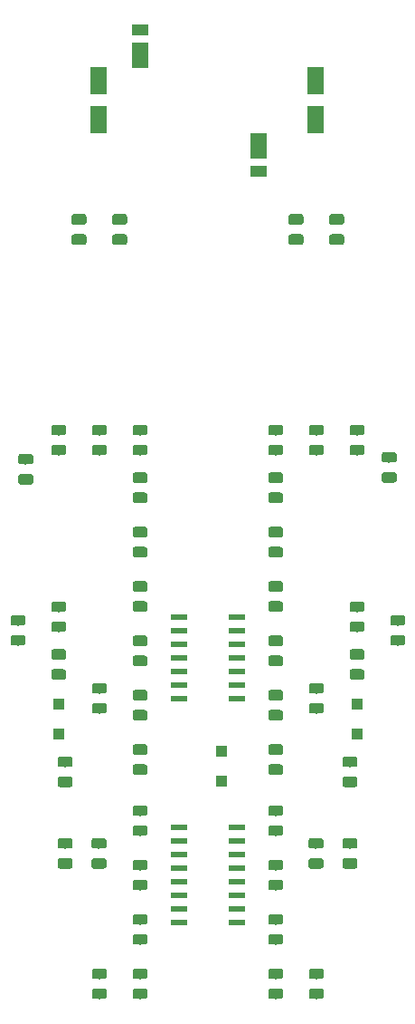
<source format=gbr>
G04 #@! TF.GenerationSoftware,KiCad,Pcbnew,(5.0.0)*
G04 #@! TF.CreationDate,2018-08-12T23:07:36+08:00*
G04 #@! TF.ProjectId,VCA,5643412E6B696361645F706362000000,rev?*
G04 #@! TF.SameCoordinates,PX18392c0PY18392c0*
G04 #@! TF.FileFunction,Paste,Bot*
G04 #@! TF.FilePolarity,Positive*
%FSLAX46Y46*%
G04 Gerber Fmt 4.6, Leading zero omitted, Abs format (unit mm)*
G04 Created by KiCad (PCBNEW (5.0.0)) date 08/12/18 23:07:36*
%MOMM*%
%LPD*%
G01*
G04 APERTURE LIST*
%ADD10R,1.500000X1.050000*%
%ADD11R,1.500000X2.400000*%
%ADD12C,0.100000*%
%ADD13C,0.975000*%
%ADD14R,1.600000X2.600000*%
%ADD15R,1.100000X1.100000*%
%ADD16R,1.500000X0.600000*%
G04 APERTURE END LIST*
D10*
G04 #@! TO.C,D7*
X106426000Y-42927000D03*
D11*
X106426000Y-40552000D03*
G04 #@! TD*
D12*
G04 #@! TO.C,R28*
G36*
X108460622Y-102203094D02*
X108484283Y-102206604D01*
X108507487Y-102212416D01*
X108530009Y-102220474D01*
X108551633Y-102230702D01*
X108572150Y-102242999D01*
X108591363Y-102257249D01*
X108609087Y-102273313D01*
X108625151Y-102291037D01*
X108639401Y-102310250D01*
X108651698Y-102330767D01*
X108661926Y-102352391D01*
X108669984Y-102374913D01*
X108675796Y-102398117D01*
X108679306Y-102421778D01*
X108680480Y-102445670D01*
X108680480Y-102933170D01*
X108679306Y-102957062D01*
X108675796Y-102980723D01*
X108669984Y-103003927D01*
X108661926Y-103026449D01*
X108651698Y-103048073D01*
X108639401Y-103068590D01*
X108625151Y-103087803D01*
X108609087Y-103105527D01*
X108591363Y-103121591D01*
X108572150Y-103135841D01*
X108551633Y-103148138D01*
X108530009Y-103158366D01*
X108507487Y-103166424D01*
X108484283Y-103172236D01*
X108460622Y-103175746D01*
X108436730Y-103176920D01*
X107524230Y-103176920D01*
X107500338Y-103175746D01*
X107476677Y-103172236D01*
X107453473Y-103166424D01*
X107430951Y-103158366D01*
X107409327Y-103148138D01*
X107388810Y-103135841D01*
X107369597Y-103121591D01*
X107351873Y-103105527D01*
X107335809Y-103087803D01*
X107321559Y-103068590D01*
X107309262Y-103048073D01*
X107299034Y-103026449D01*
X107290976Y-103003927D01*
X107285164Y-102980723D01*
X107281654Y-102957062D01*
X107280480Y-102933170D01*
X107280480Y-102445670D01*
X107281654Y-102421778D01*
X107285164Y-102398117D01*
X107290976Y-102374913D01*
X107299034Y-102352391D01*
X107309262Y-102330767D01*
X107321559Y-102310250D01*
X107335809Y-102291037D01*
X107351873Y-102273313D01*
X107369597Y-102257249D01*
X107388810Y-102242999D01*
X107409327Y-102230702D01*
X107430951Y-102220474D01*
X107453473Y-102212416D01*
X107476677Y-102206604D01*
X107500338Y-102203094D01*
X107524230Y-102201920D01*
X108436730Y-102201920D01*
X108460622Y-102203094D01*
X108460622Y-102203094D01*
G37*
D13*
X107980480Y-102689420D03*
D12*
G36*
X108460622Y-104078094D02*
X108484283Y-104081604D01*
X108507487Y-104087416D01*
X108530009Y-104095474D01*
X108551633Y-104105702D01*
X108572150Y-104117999D01*
X108591363Y-104132249D01*
X108609087Y-104148313D01*
X108625151Y-104166037D01*
X108639401Y-104185250D01*
X108651698Y-104205767D01*
X108661926Y-104227391D01*
X108669984Y-104249913D01*
X108675796Y-104273117D01*
X108679306Y-104296778D01*
X108680480Y-104320670D01*
X108680480Y-104808170D01*
X108679306Y-104832062D01*
X108675796Y-104855723D01*
X108669984Y-104878927D01*
X108661926Y-104901449D01*
X108651698Y-104923073D01*
X108639401Y-104943590D01*
X108625151Y-104962803D01*
X108609087Y-104980527D01*
X108591363Y-104996591D01*
X108572150Y-105010841D01*
X108551633Y-105023138D01*
X108530009Y-105033366D01*
X108507487Y-105041424D01*
X108484283Y-105047236D01*
X108460622Y-105050746D01*
X108436730Y-105051920D01*
X107524230Y-105051920D01*
X107500338Y-105050746D01*
X107476677Y-105047236D01*
X107453473Y-105041424D01*
X107430951Y-105033366D01*
X107409327Y-105023138D01*
X107388810Y-105010841D01*
X107369597Y-104996591D01*
X107351873Y-104980527D01*
X107335809Y-104962803D01*
X107321559Y-104943590D01*
X107309262Y-104923073D01*
X107299034Y-104901449D01*
X107290976Y-104878927D01*
X107285164Y-104855723D01*
X107281654Y-104832062D01*
X107280480Y-104808170D01*
X107280480Y-104320670D01*
X107281654Y-104296778D01*
X107285164Y-104273117D01*
X107290976Y-104249913D01*
X107299034Y-104227391D01*
X107309262Y-104205767D01*
X107321559Y-104185250D01*
X107335809Y-104166037D01*
X107351873Y-104148313D01*
X107369597Y-104132249D01*
X107388810Y-104117999D01*
X107409327Y-104105702D01*
X107430951Y-104095474D01*
X107453473Y-104087416D01*
X107476677Y-104081604D01*
X107500338Y-104078094D01*
X107524230Y-104076920D01*
X108436730Y-104076920D01*
X108460622Y-104078094D01*
X108460622Y-104078094D01*
G37*
D13*
X107980480Y-104564420D03*
G04 #@! TD*
D14*
G04 #@! TO.C,C10*
X111760000Y-38122000D03*
X111760000Y-34522000D03*
G04 #@! TD*
G04 #@! TO.C,C9*
X91440000Y-38122000D03*
X91440000Y-34522000D03*
G04 #@! TD*
D12*
G04 #@! TO.C,C1*
G36*
X88140622Y-85028094D02*
X88164283Y-85031604D01*
X88187487Y-85037416D01*
X88210009Y-85045474D01*
X88231633Y-85055702D01*
X88252150Y-85067999D01*
X88271363Y-85082249D01*
X88289087Y-85098313D01*
X88305151Y-85116037D01*
X88319401Y-85135250D01*
X88331698Y-85155767D01*
X88341926Y-85177391D01*
X88349984Y-85199913D01*
X88355796Y-85223117D01*
X88359306Y-85246778D01*
X88360480Y-85270670D01*
X88360480Y-85758170D01*
X88359306Y-85782062D01*
X88355796Y-85805723D01*
X88349984Y-85828927D01*
X88341926Y-85851449D01*
X88331698Y-85873073D01*
X88319401Y-85893590D01*
X88305151Y-85912803D01*
X88289087Y-85930527D01*
X88271363Y-85946591D01*
X88252150Y-85960841D01*
X88231633Y-85973138D01*
X88210009Y-85983366D01*
X88187487Y-85991424D01*
X88164283Y-85997236D01*
X88140622Y-86000746D01*
X88116730Y-86001920D01*
X87204230Y-86001920D01*
X87180338Y-86000746D01*
X87156677Y-85997236D01*
X87133473Y-85991424D01*
X87110951Y-85983366D01*
X87089327Y-85973138D01*
X87068810Y-85960841D01*
X87049597Y-85946591D01*
X87031873Y-85930527D01*
X87015809Y-85912803D01*
X87001559Y-85893590D01*
X86989262Y-85873073D01*
X86979034Y-85851449D01*
X86970976Y-85828927D01*
X86965164Y-85805723D01*
X86961654Y-85782062D01*
X86960480Y-85758170D01*
X86960480Y-85270670D01*
X86961654Y-85246778D01*
X86965164Y-85223117D01*
X86970976Y-85199913D01*
X86979034Y-85177391D01*
X86989262Y-85155767D01*
X87001559Y-85135250D01*
X87015809Y-85116037D01*
X87031873Y-85098313D01*
X87049597Y-85082249D01*
X87068810Y-85067999D01*
X87089327Y-85055702D01*
X87110951Y-85045474D01*
X87133473Y-85037416D01*
X87156677Y-85031604D01*
X87180338Y-85028094D01*
X87204230Y-85026920D01*
X88116730Y-85026920D01*
X88140622Y-85028094D01*
X88140622Y-85028094D01*
G37*
D13*
X87660480Y-85514420D03*
D12*
G36*
X88140622Y-83153094D02*
X88164283Y-83156604D01*
X88187487Y-83162416D01*
X88210009Y-83170474D01*
X88231633Y-83180702D01*
X88252150Y-83192999D01*
X88271363Y-83207249D01*
X88289087Y-83223313D01*
X88305151Y-83241037D01*
X88319401Y-83260250D01*
X88331698Y-83280767D01*
X88341926Y-83302391D01*
X88349984Y-83324913D01*
X88355796Y-83348117D01*
X88359306Y-83371778D01*
X88360480Y-83395670D01*
X88360480Y-83883170D01*
X88359306Y-83907062D01*
X88355796Y-83930723D01*
X88349984Y-83953927D01*
X88341926Y-83976449D01*
X88331698Y-83998073D01*
X88319401Y-84018590D01*
X88305151Y-84037803D01*
X88289087Y-84055527D01*
X88271363Y-84071591D01*
X88252150Y-84085841D01*
X88231633Y-84098138D01*
X88210009Y-84108366D01*
X88187487Y-84116424D01*
X88164283Y-84122236D01*
X88140622Y-84125746D01*
X88116730Y-84126920D01*
X87204230Y-84126920D01*
X87180338Y-84125746D01*
X87156677Y-84122236D01*
X87133473Y-84116424D01*
X87110951Y-84108366D01*
X87089327Y-84098138D01*
X87068810Y-84085841D01*
X87049597Y-84071591D01*
X87031873Y-84055527D01*
X87015809Y-84037803D01*
X87001559Y-84018590D01*
X86989262Y-83998073D01*
X86979034Y-83976449D01*
X86970976Y-83953927D01*
X86965164Y-83930723D01*
X86961654Y-83907062D01*
X86960480Y-83883170D01*
X86960480Y-83395670D01*
X86961654Y-83371778D01*
X86965164Y-83348117D01*
X86970976Y-83324913D01*
X86979034Y-83302391D01*
X86989262Y-83280767D01*
X87001559Y-83260250D01*
X87015809Y-83241037D01*
X87031873Y-83223313D01*
X87049597Y-83207249D01*
X87068810Y-83192999D01*
X87089327Y-83180702D01*
X87110951Y-83170474D01*
X87133473Y-83162416D01*
X87156677Y-83156604D01*
X87180338Y-83153094D01*
X87204230Y-83151920D01*
X88116730Y-83151920D01*
X88140622Y-83153094D01*
X88140622Y-83153094D01*
G37*
D13*
X87660480Y-83639420D03*
G04 #@! TD*
D12*
G04 #@! TO.C,C2*
G36*
X116080622Y-85028094D02*
X116104283Y-85031604D01*
X116127487Y-85037416D01*
X116150009Y-85045474D01*
X116171633Y-85055702D01*
X116192150Y-85067999D01*
X116211363Y-85082249D01*
X116229087Y-85098313D01*
X116245151Y-85116037D01*
X116259401Y-85135250D01*
X116271698Y-85155767D01*
X116281926Y-85177391D01*
X116289984Y-85199913D01*
X116295796Y-85223117D01*
X116299306Y-85246778D01*
X116300480Y-85270670D01*
X116300480Y-85758170D01*
X116299306Y-85782062D01*
X116295796Y-85805723D01*
X116289984Y-85828927D01*
X116281926Y-85851449D01*
X116271698Y-85873073D01*
X116259401Y-85893590D01*
X116245151Y-85912803D01*
X116229087Y-85930527D01*
X116211363Y-85946591D01*
X116192150Y-85960841D01*
X116171633Y-85973138D01*
X116150009Y-85983366D01*
X116127487Y-85991424D01*
X116104283Y-85997236D01*
X116080622Y-86000746D01*
X116056730Y-86001920D01*
X115144230Y-86001920D01*
X115120338Y-86000746D01*
X115096677Y-85997236D01*
X115073473Y-85991424D01*
X115050951Y-85983366D01*
X115029327Y-85973138D01*
X115008810Y-85960841D01*
X114989597Y-85946591D01*
X114971873Y-85930527D01*
X114955809Y-85912803D01*
X114941559Y-85893590D01*
X114929262Y-85873073D01*
X114919034Y-85851449D01*
X114910976Y-85828927D01*
X114905164Y-85805723D01*
X114901654Y-85782062D01*
X114900480Y-85758170D01*
X114900480Y-85270670D01*
X114901654Y-85246778D01*
X114905164Y-85223117D01*
X114910976Y-85199913D01*
X114919034Y-85177391D01*
X114929262Y-85155767D01*
X114941559Y-85135250D01*
X114955809Y-85116037D01*
X114971873Y-85098313D01*
X114989597Y-85082249D01*
X115008810Y-85067999D01*
X115029327Y-85055702D01*
X115050951Y-85045474D01*
X115073473Y-85037416D01*
X115096677Y-85031604D01*
X115120338Y-85028094D01*
X115144230Y-85026920D01*
X116056730Y-85026920D01*
X116080622Y-85028094D01*
X116080622Y-85028094D01*
G37*
D13*
X115600480Y-85514420D03*
D12*
G36*
X116080622Y-83153094D02*
X116104283Y-83156604D01*
X116127487Y-83162416D01*
X116150009Y-83170474D01*
X116171633Y-83180702D01*
X116192150Y-83192999D01*
X116211363Y-83207249D01*
X116229087Y-83223313D01*
X116245151Y-83241037D01*
X116259401Y-83260250D01*
X116271698Y-83280767D01*
X116281926Y-83302391D01*
X116289984Y-83324913D01*
X116295796Y-83348117D01*
X116299306Y-83371778D01*
X116300480Y-83395670D01*
X116300480Y-83883170D01*
X116299306Y-83907062D01*
X116295796Y-83930723D01*
X116289984Y-83953927D01*
X116281926Y-83976449D01*
X116271698Y-83998073D01*
X116259401Y-84018590D01*
X116245151Y-84037803D01*
X116229087Y-84055527D01*
X116211363Y-84071591D01*
X116192150Y-84085841D01*
X116171633Y-84098138D01*
X116150009Y-84108366D01*
X116127487Y-84116424D01*
X116104283Y-84122236D01*
X116080622Y-84125746D01*
X116056730Y-84126920D01*
X115144230Y-84126920D01*
X115120338Y-84125746D01*
X115096677Y-84122236D01*
X115073473Y-84116424D01*
X115050951Y-84108366D01*
X115029327Y-84098138D01*
X115008810Y-84085841D01*
X114989597Y-84071591D01*
X114971873Y-84055527D01*
X114955809Y-84037803D01*
X114941559Y-84018590D01*
X114929262Y-83998073D01*
X114919034Y-83976449D01*
X114910976Y-83953927D01*
X114905164Y-83930723D01*
X114901654Y-83907062D01*
X114900480Y-83883170D01*
X114900480Y-83395670D01*
X114901654Y-83371778D01*
X114905164Y-83348117D01*
X114910976Y-83324913D01*
X114919034Y-83302391D01*
X114929262Y-83280767D01*
X114941559Y-83260250D01*
X114955809Y-83241037D01*
X114971873Y-83223313D01*
X114989597Y-83207249D01*
X115008810Y-83192999D01*
X115029327Y-83180702D01*
X115050951Y-83170474D01*
X115073473Y-83162416D01*
X115096677Y-83156604D01*
X115120338Y-83153094D01*
X115144230Y-83151920D01*
X116056730Y-83151920D01*
X116080622Y-83153094D01*
X116080622Y-83153094D01*
G37*
D13*
X115600480Y-83639420D03*
G04 #@! TD*
D12*
G04 #@! TO.C,C3*
G36*
X91950622Y-90773094D02*
X91974283Y-90776604D01*
X91997487Y-90782416D01*
X92020009Y-90790474D01*
X92041633Y-90800702D01*
X92062150Y-90812999D01*
X92081363Y-90827249D01*
X92099087Y-90843313D01*
X92115151Y-90861037D01*
X92129401Y-90880250D01*
X92141698Y-90900767D01*
X92151926Y-90922391D01*
X92159984Y-90944913D01*
X92165796Y-90968117D01*
X92169306Y-90991778D01*
X92170480Y-91015670D01*
X92170480Y-91503170D01*
X92169306Y-91527062D01*
X92165796Y-91550723D01*
X92159984Y-91573927D01*
X92151926Y-91596449D01*
X92141698Y-91618073D01*
X92129401Y-91638590D01*
X92115151Y-91657803D01*
X92099087Y-91675527D01*
X92081363Y-91691591D01*
X92062150Y-91705841D01*
X92041633Y-91718138D01*
X92020009Y-91728366D01*
X91997487Y-91736424D01*
X91974283Y-91742236D01*
X91950622Y-91745746D01*
X91926730Y-91746920D01*
X91014230Y-91746920D01*
X90990338Y-91745746D01*
X90966677Y-91742236D01*
X90943473Y-91736424D01*
X90920951Y-91728366D01*
X90899327Y-91718138D01*
X90878810Y-91705841D01*
X90859597Y-91691591D01*
X90841873Y-91675527D01*
X90825809Y-91657803D01*
X90811559Y-91638590D01*
X90799262Y-91618073D01*
X90789034Y-91596449D01*
X90780976Y-91573927D01*
X90775164Y-91550723D01*
X90771654Y-91527062D01*
X90770480Y-91503170D01*
X90770480Y-91015670D01*
X90771654Y-90991778D01*
X90775164Y-90968117D01*
X90780976Y-90944913D01*
X90789034Y-90922391D01*
X90799262Y-90900767D01*
X90811559Y-90880250D01*
X90825809Y-90861037D01*
X90841873Y-90843313D01*
X90859597Y-90827249D01*
X90878810Y-90812999D01*
X90899327Y-90800702D01*
X90920951Y-90790474D01*
X90943473Y-90782416D01*
X90966677Y-90776604D01*
X90990338Y-90773094D01*
X91014230Y-90771920D01*
X91926730Y-90771920D01*
X91950622Y-90773094D01*
X91950622Y-90773094D01*
G37*
D13*
X91470480Y-91259420D03*
D12*
G36*
X91950622Y-92648094D02*
X91974283Y-92651604D01*
X91997487Y-92657416D01*
X92020009Y-92665474D01*
X92041633Y-92675702D01*
X92062150Y-92687999D01*
X92081363Y-92702249D01*
X92099087Y-92718313D01*
X92115151Y-92736037D01*
X92129401Y-92755250D01*
X92141698Y-92775767D01*
X92151926Y-92797391D01*
X92159984Y-92819913D01*
X92165796Y-92843117D01*
X92169306Y-92866778D01*
X92170480Y-92890670D01*
X92170480Y-93378170D01*
X92169306Y-93402062D01*
X92165796Y-93425723D01*
X92159984Y-93448927D01*
X92151926Y-93471449D01*
X92141698Y-93493073D01*
X92129401Y-93513590D01*
X92115151Y-93532803D01*
X92099087Y-93550527D01*
X92081363Y-93566591D01*
X92062150Y-93580841D01*
X92041633Y-93593138D01*
X92020009Y-93603366D01*
X91997487Y-93611424D01*
X91974283Y-93617236D01*
X91950622Y-93620746D01*
X91926730Y-93621920D01*
X91014230Y-93621920D01*
X90990338Y-93620746D01*
X90966677Y-93617236D01*
X90943473Y-93611424D01*
X90920951Y-93603366D01*
X90899327Y-93593138D01*
X90878810Y-93580841D01*
X90859597Y-93566591D01*
X90841873Y-93550527D01*
X90825809Y-93532803D01*
X90811559Y-93513590D01*
X90799262Y-93493073D01*
X90789034Y-93471449D01*
X90780976Y-93448927D01*
X90775164Y-93425723D01*
X90771654Y-93402062D01*
X90770480Y-93378170D01*
X90770480Y-92890670D01*
X90771654Y-92866778D01*
X90775164Y-92843117D01*
X90780976Y-92819913D01*
X90789034Y-92797391D01*
X90799262Y-92775767D01*
X90811559Y-92755250D01*
X90825809Y-92736037D01*
X90841873Y-92718313D01*
X90859597Y-92702249D01*
X90878810Y-92687999D01*
X90899327Y-92675702D01*
X90920951Y-92665474D01*
X90943473Y-92657416D01*
X90966677Y-92651604D01*
X90990338Y-92648094D01*
X91014230Y-92646920D01*
X91926730Y-92646920D01*
X91950622Y-92648094D01*
X91950622Y-92648094D01*
G37*
D13*
X91470480Y-93134420D03*
G04 #@! TD*
D12*
G04 #@! TO.C,C4*
G36*
X112270622Y-90773094D02*
X112294283Y-90776604D01*
X112317487Y-90782416D01*
X112340009Y-90790474D01*
X112361633Y-90800702D01*
X112382150Y-90812999D01*
X112401363Y-90827249D01*
X112419087Y-90843313D01*
X112435151Y-90861037D01*
X112449401Y-90880250D01*
X112461698Y-90900767D01*
X112471926Y-90922391D01*
X112479984Y-90944913D01*
X112485796Y-90968117D01*
X112489306Y-90991778D01*
X112490480Y-91015670D01*
X112490480Y-91503170D01*
X112489306Y-91527062D01*
X112485796Y-91550723D01*
X112479984Y-91573927D01*
X112471926Y-91596449D01*
X112461698Y-91618073D01*
X112449401Y-91638590D01*
X112435151Y-91657803D01*
X112419087Y-91675527D01*
X112401363Y-91691591D01*
X112382150Y-91705841D01*
X112361633Y-91718138D01*
X112340009Y-91728366D01*
X112317487Y-91736424D01*
X112294283Y-91742236D01*
X112270622Y-91745746D01*
X112246730Y-91746920D01*
X111334230Y-91746920D01*
X111310338Y-91745746D01*
X111286677Y-91742236D01*
X111263473Y-91736424D01*
X111240951Y-91728366D01*
X111219327Y-91718138D01*
X111198810Y-91705841D01*
X111179597Y-91691591D01*
X111161873Y-91675527D01*
X111145809Y-91657803D01*
X111131559Y-91638590D01*
X111119262Y-91618073D01*
X111109034Y-91596449D01*
X111100976Y-91573927D01*
X111095164Y-91550723D01*
X111091654Y-91527062D01*
X111090480Y-91503170D01*
X111090480Y-91015670D01*
X111091654Y-90991778D01*
X111095164Y-90968117D01*
X111100976Y-90944913D01*
X111109034Y-90922391D01*
X111119262Y-90900767D01*
X111131559Y-90880250D01*
X111145809Y-90861037D01*
X111161873Y-90843313D01*
X111179597Y-90827249D01*
X111198810Y-90812999D01*
X111219327Y-90800702D01*
X111240951Y-90790474D01*
X111263473Y-90782416D01*
X111286677Y-90776604D01*
X111310338Y-90773094D01*
X111334230Y-90771920D01*
X112246730Y-90771920D01*
X112270622Y-90773094D01*
X112270622Y-90773094D01*
G37*
D13*
X111790480Y-91259420D03*
D12*
G36*
X112270622Y-92648094D02*
X112294283Y-92651604D01*
X112317487Y-92657416D01*
X112340009Y-92665474D01*
X112361633Y-92675702D01*
X112382150Y-92687999D01*
X112401363Y-92702249D01*
X112419087Y-92718313D01*
X112435151Y-92736037D01*
X112449401Y-92755250D01*
X112461698Y-92775767D01*
X112471926Y-92797391D01*
X112479984Y-92819913D01*
X112485796Y-92843117D01*
X112489306Y-92866778D01*
X112490480Y-92890670D01*
X112490480Y-93378170D01*
X112489306Y-93402062D01*
X112485796Y-93425723D01*
X112479984Y-93448927D01*
X112471926Y-93471449D01*
X112461698Y-93493073D01*
X112449401Y-93513590D01*
X112435151Y-93532803D01*
X112419087Y-93550527D01*
X112401363Y-93566591D01*
X112382150Y-93580841D01*
X112361633Y-93593138D01*
X112340009Y-93603366D01*
X112317487Y-93611424D01*
X112294283Y-93617236D01*
X112270622Y-93620746D01*
X112246730Y-93621920D01*
X111334230Y-93621920D01*
X111310338Y-93620746D01*
X111286677Y-93617236D01*
X111263473Y-93611424D01*
X111240951Y-93603366D01*
X111219327Y-93593138D01*
X111198810Y-93580841D01*
X111179597Y-93566591D01*
X111161873Y-93550527D01*
X111145809Y-93532803D01*
X111131559Y-93513590D01*
X111119262Y-93493073D01*
X111109034Y-93471449D01*
X111100976Y-93448927D01*
X111095164Y-93425723D01*
X111091654Y-93402062D01*
X111090480Y-93378170D01*
X111090480Y-92890670D01*
X111091654Y-92866778D01*
X111095164Y-92843117D01*
X111100976Y-92819913D01*
X111109034Y-92797391D01*
X111119262Y-92775767D01*
X111131559Y-92755250D01*
X111145809Y-92736037D01*
X111161873Y-92718313D01*
X111179597Y-92702249D01*
X111198810Y-92687999D01*
X111219327Y-92675702D01*
X111240951Y-92665474D01*
X111263473Y-92657416D01*
X111286677Y-92651604D01*
X111310338Y-92648094D01*
X111334230Y-92646920D01*
X112246730Y-92646920D01*
X112270622Y-92648094D01*
X112270622Y-92648094D01*
G37*
D13*
X111790480Y-93134420D03*
G04 #@! TD*
D12*
G04 #@! TO.C,C5*
G36*
X108460622Y-107283094D02*
X108484283Y-107286604D01*
X108507487Y-107292416D01*
X108530009Y-107300474D01*
X108551633Y-107310702D01*
X108572150Y-107322999D01*
X108591363Y-107337249D01*
X108609087Y-107353313D01*
X108625151Y-107371037D01*
X108639401Y-107390250D01*
X108651698Y-107410767D01*
X108661926Y-107432391D01*
X108669984Y-107454913D01*
X108675796Y-107478117D01*
X108679306Y-107501778D01*
X108680480Y-107525670D01*
X108680480Y-108013170D01*
X108679306Y-108037062D01*
X108675796Y-108060723D01*
X108669984Y-108083927D01*
X108661926Y-108106449D01*
X108651698Y-108128073D01*
X108639401Y-108148590D01*
X108625151Y-108167803D01*
X108609087Y-108185527D01*
X108591363Y-108201591D01*
X108572150Y-108215841D01*
X108551633Y-108228138D01*
X108530009Y-108238366D01*
X108507487Y-108246424D01*
X108484283Y-108252236D01*
X108460622Y-108255746D01*
X108436730Y-108256920D01*
X107524230Y-108256920D01*
X107500338Y-108255746D01*
X107476677Y-108252236D01*
X107453473Y-108246424D01*
X107430951Y-108238366D01*
X107409327Y-108228138D01*
X107388810Y-108215841D01*
X107369597Y-108201591D01*
X107351873Y-108185527D01*
X107335809Y-108167803D01*
X107321559Y-108148590D01*
X107309262Y-108128073D01*
X107299034Y-108106449D01*
X107290976Y-108083927D01*
X107285164Y-108060723D01*
X107281654Y-108037062D01*
X107280480Y-108013170D01*
X107280480Y-107525670D01*
X107281654Y-107501778D01*
X107285164Y-107478117D01*
X107290976Y-107454913D01*
X107299034Y-107432391D01*
X107309262Y-107410767D01*
X107321559Y-107390250D01*
X107335809Y-107371037D01*
X107351873Y-107353313D01*
X107369597Y-107337249D01*
X107388810Y-107322999D01*
X107409327Y-107310702D01*
X107430951Y-107300474D01*
X107453473Y-107292416D01*
X107476677Y-107286604D01*
X107500338Y-107283094D01*
X107524230Y-107281920D01*
X108436730Y-107281920D01*
X108460622Y-107283094D01*
X108460622Y-107283094D01*
G37*
D13*
X107980480Y-107769420D03*
D12*
G36*
X108460622Y-109158094D02*
X108484283Y-109161604D01*
X108507487Y-109167416D01*
X108530009Y-109175474D01*
X108551633Y-109185702D01*
X108572150Y-109197999D01*
X108591363Y-109212249D01*
X108609087Y-109228313D01*
X108625151Y-109246037D01*
X108639401Y-109265250D01*
X108651698Y-109285767D01*
X108661926Y-109307391D01*
X108669984Y-109329913D01*
X108675796Y-109353117D01*
X108679306Y-109376778D01*
X108680480Y-109400670D01*
X108680480Y-109888170D01*
X108679306Y-109912062D01*
X108675796Y-109935723D01*
X108669984Y-109958927D01*
X108661926Y-109981449D01*
X108651698Y-110003073D01*
X108639401Y-110023590D01*
X108625151Y-110042803D01*
X108609087Y-110060527D01*
X108591363Y-110076591D01*
X108572150Y-110090841D01*
X108551633Y-110103138D01*
X108530009Y-110113366D01*
X108507487Y-110121424D01*
X108484283Y-110127236D01*
X108460622Y-110130746D01*
X108436730Y-110131920D01*
X107524230Y-110131920D01*
X107500338Y-110130746D01*
X107476677Y-110127236D01*
X107453473Y-110121424D01*
X107430951Y-110113366D01*
X107409327Y-110103138D01*
X107388810Y-110090841D01*
X107369597Y-110076591D01*
X107351873Y-110060527D01*
X107335809Y-110042803D01*
X107321559Y-110023590D01*
X107309262Y-110003073D01*
X107299034Y-109981449D01*
X107290976Y-109958927D01*
X107285164Y-109935723D01*
X107281654Y-109912062D01*
X107280480Y-109888170D01*
X107280480Y-109400670D01*
X107281654Y-109376778D01*
X107285164Y-109353117D01*
X107290976Y-109329913D01*
X107299034Y-109307391D01*
X107309262Y-109285767D01*
X107321559Y-109265250D01*
X107335809Y-109246037D01*
X107351873Y-109228313D01*
X107369597Y-109212249D01*
X107388810Y-109197999D01*
X107409327Y-109185702D01*
X107430951Y-109175474D01*
X107453473Y-109167416D01*
X107476677Y-109161604D01*
X107500338Y-109158094D01*
X107524230Y-109156920D01*
X108436730Y-109156920D01*
X108460622Y-109158094D01*
X108460622Y-109158094D01*
G37*
D13*
X107980480Y-109644420D03*
G04 #@! TD*
D12*
G04 #@! TO.C,C6*
G36*
X95760622Y-107283094D02*
X95784283Y-107286604D01*
X95807487Y-107292416D01*
X95830009Y-107300474D01*
X95851633Y-107310702D01*
X95872150Y-107322999D01*
X95891363Y-107337249D01*
X95909087Y-107353313D01*
X95925151Y-107371037D01*
X95939401Y-107390250D01*
X95951698Y-107410767D01*
X95961926Y-107432391D01*
X95969984Y-107454913D01*
X95975796Y-107478117D01*
X95979306Y-107501778D01*
X95980480Y-107525670D01*
X95980480Y-108013170D01*
X95979306Y-108037062D01*
X95975796Y-108060723D01*
X95969984Y-108083927D01*
X95961926Y-108106449D01*
X95951698Y-108128073D01*
X95939401Y-108148590D01*
X95925151Y-108167803D01*
X95909087Y-108185527D01*
X95891363Y-108201591D01*
X95872150Y-108215841D01*
X95851633Y-108228138D01*
X95830009Y-108238366D01*
X95807487Y-108246424D01*
X95784283Y-108252236D01*
X95760622Y-108255746D01*
X95736730Y-108256920D01*
X94824230Y-108256920D01*
X94800338Y-108255746D01*
X94776677Y-108252236D01*
X94753473Y-108246424D01*
X94730951Y-108238366D01*
X94709327Y-108228138D01*
X94688810Y-108215841D01*
X94669597Y-108201591D01*
X94651873Y-108185527D01*
X94635809Y-108167803D01*
X94621559Y-108148590D01*
X94609262Y-108128073D01*
X94599034Y-108106449D01*
X94590976Y-108083927D01*
X94585164Y-108060723D01*
X94581654Y-108037062D01*
X94580480Y-108013170D01*
X94580480Y-107525670D01*
X94581654Y-107501778D01*
X94585164Y-107478117D01*
X94590976Y-107454913D01*
X94599034Y-107432391D01*
X94609262Y-107410767D01*
X94621559Y-107390250D01*
X94635809Y-107371037D01*
X94651873Y-107353313D01*
X94669597Y-107337249D01*
X94688810Y-107322999D01*
X94709327Y-107310702D01*
X94730951Y-107300474D01*
X94753473Y-107292416D01*
X94776677Y-107286604D01*
X94800338Y-107283094D01*
X94824230Y-107281920D01*
X95736730Y-107281920D01*
X95760622Y-107283094D01*
X95760622Y-107283094D01*
G37*
D13*
X95280480Y-107769420D03*
D12*
G36*
X95760622Y-109158094D02*
X95784283Y-109161604D01*
X95807487Y-109167416D01*
X95830009Y-109175474D01*
X95851633Y-109185702D01*
X95872150Y-109197999D01*
X95891363Y-109212249D01*
X95909087Y-109228313D01*
X95925151Y-109246037D01*
X95939401Y-109265250D01*
X95951698Y-109285767D01*
X95961926Y-109307391D01*
X95969984Y-109329913D01*
X95975796Y-109353117D01*
X95979306Y-109376778D01*
X95980480Y-109400670D01*
X95980480Y-109888170D01*
X95979306Y-109912062D01*
X95975796Y-109935723D01*
X95969984Y-109958927D01*
X95961926Y-109981449D01*
X95951698Y-110003073D01*
X95939401Y-110023590D01*
X95925151Y-110042803D01*
X95909087Y-110060527D01*
X95891363Y-110076591D01*
X95872150Y-110090841D01*
X95851633Y-110103138D01*
X95830009Y-110113366D01*
X95807487Y-110121424D01*
X95784283Y-110127236D01*
X95760622Y-110130746D01*
X95736730Y-110131920D01*
X94824230Y-110131920D01*
X94800338Y-110130746D01*
X94776677Y-110127236D01*
X94753473Y-110121424D01*
X94730951Y-110113366D01*
X94709327Y-110103138D01*
X94688810Y-110090841D01*
X94669597Y-110076591D01*
X94651873Y-110060527D01*
X94635809Y-110042803D01*
X94621559Y-110023590D01*
X94609262Y-110003073D01*
X94599034Y-109981449D01*
X94590976Y-109958927D01*
X94585164Y-109935723D01*
X94581654Y-109912062D01*
X94580480Y-109888170D01*
X94580480Y-109400670D01*
X94581654Y-109376778D01*
X94585164Y-109353117D01*
X94590976Y-109329913D01*
X94599034Y-109307391D01*
X94609262Y-109285767D01*
X94621559Y-109265250D01*
X94635809Y-109246037D01*
X94651873Y-109228313D01*
X94669597Y-109212249D01*
X94688810Y-109197999D01*
X94709327Y-109185702D01*
X94730951Y-109175474D01*
X94753473Y-109167416D01*
X94776677Y-109161604D01*
X94800338Y-109158094D01*
X94824230Y-109156920D01*
X95736730Y-109156920D01*
X95760622Y-109158094D01*
X95760622Y-109158094D01*
G37*
D13*
X95280480Y-109644420D03*
G04 #@! TD*
D12*
G04 #@! TO.C,C7*
G36*
X108460622Y-88203094D02*
X108484283Y-88206604D01*
X108507487Y-88212416D01*
X108530009Y-88220474D01*
X108551633Y-88230702D01*
X108572150Y-88242999D01*
X108591363Y-88257249D01*
X108609087Y-88273313D01*
X108625151Y-88291037D01*
X108639401Y-88310250D01*
X108651698Y-88330767D01*
X108661926Y-88352391D01*
X108669984Y-88374913D01*
X108675796Y-88398117D01*
X108679306Y-88421778D01*
X108680480Y-88445670D01*
X108680480Y-88933170D01*
X108679306Y-88957062D01*
X108675796Y-88980723D01*
X108669984Y-89003927D01*
X108661926Y-89026449D01*
X108651698Y-89048073D01*
X108639401Y-89068590D01*
X108625151Y-89087803D01*
X108609087Y-89105527D01*
X108591363Y-89121591D01*
X108572150Y-89135841D01*
X108551633Y-89148138D01*
X108530009Y-89158366D01*
X108507487Y-89166424D01*
X108484283Y-89172236D01*
X108460622Y-89175746D01*
X108436730Y-89176920D01*
X107524230Y-89176920D01*
X107500338Y-89175746D01*
X107476677Y-89172236D01*
X107453473Y-89166424D01*
X107430951Y-89158366D01*
X107409327Y-89148138D01*
X107388810Y-89135841D01*
X107369597Y-89121591D01*
X107351873Y-89105527D01*
X107335809Y-89087803D01*
X107321559Y-89068590D01*
X107309262Y-89048073D01*
X107299034Y-89026449D01*
X107290976Y-89003927D01*
X107285164Y-88980723D01*
X107281654Y-88957062D01*
X107280480Y-88933170D01*
X107280480Y-88445670D01*
X107281654Y-88421778D01*
X107285164Y-88398117D01*
X107290976Y-88374913D01*
X107299034Y-88352391D01*
X107309262Y-88330767D01*
X107321559Y-88310250D01*
X107335809Y-88291037D01*
X107351873Y-88273313D01*
X107369597Y-88257249D01*
X107388810Y-88242999D01*
X107409327Y-88230702D01*
X107430951Y-88220474D01*
X107453473Y-88212416D01*
X107476677Y-88206604D01*
X107500338Y-88203094D01*
X107524230Y-88201920D01*
X108436730Y-88201920D01*
X108460622Y-88203094D01*
X108460622Y-88203094D01*
G37*
D13*
X107980480Y-88689420D03*
D12*
G36*
X108460622Y-86328094D02*
X108484283Y-86331604D01*
X108507487Y-86337416D01*
X108530009Y-86345474D01*
X108551633Y-86355702D01*
X108572150Y-86367999D01*
X108591363Y-86382249D01*
X108609087Y-86398313D01*
X108625151Y-86416037D01*
X108639401Y-86435250D01*
X108651698Y-86455767D01*
X108661926Y-86477391D01*
X108669984Y-86499913D01*
X108675796Y-86523117D01*
X108679306Y-86546778D01*
X108680480Y-86570670D01*
X108680480Y-87058170D01*
X108679306Y-87082062D01*
X108675796Y-87105723D01*
X108669984Y-87128927D01*
X108661926Y-87151449D01*
X108651698Y-87173073D01*
X108639401Y-87193590D01*
X108625151Y-87212803D01*
X108609087Y-87230527D01*
X108591363Y-87246591D01*
X108572150Y-87260841D01*
X108551633Y-87273138D01*
X108530009Y-87283366D01*
X108507487Y-87291424D01*
X108484283Y-87297236D01*
X108460622Y-87300746D01*
X108436730Y-87301920D01*
X107524230Y-87301920D01*
X107500338Y-87300746D01*
X107476677Y-87297236D01*
X107453473Y-87291424D01*
X107430951Y-87283366D01*
X107409327Y-87273138D01*
X107388810Y-87260841D01*
X107369597Y-87246591D01*
X107351873Y-87230527D01*
X107335809Y-87212803D01*
X107321559Y-87193590D01*
X107309262Y-87173073D01*
X107299034Y-87151449D01*
X107290976Y-87128927D01*
X107285164Y-87105723D01*
X107281654Y-87082062D01*
X107280480Y-87058170D01*
X107280480Y-86570670D01*
X107281654Y-86546778D01*
X107285164Y-86523117D01*
X107290976Y-86499913D01*
X107299034Y-86477391D01*
X107309262Y-86455767D01*
X107321559Y-86435250D01*
X107335809Y-86416037D01*
X107351873Y-86398313D01*
X107369597Y-86382249D01*
X107388810Y-86367999D01*
X107409327Y-86355702D01*
X107430951Y-86345474D01*
X107453473Y-86337416D01*
X107476677Y-86331604D01*
X107500338Y-86328094D01*
X107524230Y-86326920D01*
X108436730Y-86326920D01*
X108460622Y-86328094D01*
X108460622Y-86328094D01*
G37*
D13*
X107980480Y-86814420D03*
G04 #@! TD*
D12*
G04 #@! TO.C,C8*
G36*
X95760622Y-86328094D02*
X95784283Y-86331604D01*
X95807487Y-86337416D01*
X95830009Y-86345474D01*
X95851633Y-86355702D01*
X95872150Y-86367999D01*
X95891363Y-86382249D01*
X95909087Y-86398313D01*
X95925151Y-86416037D01*
X95939401Y-86435250D01*
X95951698Y-86455767D01*
X95961926Y-86477391D01*
X95969984Y-86499913D01*
X95975796Y-86523117D01*
X95979306Y-86546778D01*
X95980480Y-86570670D01*
X95980480Y-87058170D01*
X95979306Y-87082062D01*
X95975796Y-87105723D01*
X95969984Y-87128927D01*
X95961926Y-87151449D01*
X95951698Y-87173073D01*
X95939401Y-87193590D01*
X95925151Y-87212803D01*
X95909087Y-87230527D01*
X95891363Y-87246591D01*
X95872150Y-87260841D01*
X95851633Y-87273138D01*
X95830009Y-87283366D01*
X95807487Y-87291424D01*
X95784283Y-87297236D01*
X95760622Y-87300746D01*
X95736730Y-87301920D01*
X94824230Y-87301920D01*
X94800338Y-87300746D01*
X94776677Y-87297236D01*
X94753473Y-87291424D01*
X94730951Y-87283366D01*
X94709327Y-87273138D01*
X94688810Y-87260841D01*
X94669597Y-87246591D01*
X94651873Y-87230527D01*
X94635809Y-87212803D01*
X94621559Y-87193590D01*
X94609262Y-87173073D01*
X94599034Y-87151449D01*
X94590976Y-87128927D01*
X94585164Y-87105723D01*
X94581654Y-87082062D01*
X94580480Y-87058170D01*
X94580480Y-86570670D01*
X94581654Y-86546778D01*
X94585164Y-86523117D01*
X94590976Y-86499913D01*
X94599034Y-86477391D01*
X94609262Y-86455767D01*
X94621559Y-86435250D01*
X94635809Y-86416037D01*
X94651873Y-86398313D01*
X94669597Y-86382249D01*
X94688810Y-86367999D01*
X94709327Y-86355702D01*
X94730951Y-86345474D01*
X94753473Y-86337416D01*
X94776677Y-86331604D01*
X94800338Y-86328094D01*
X94824230Y-86326920D01*
X95736730Y-86326920D01*
X95760622Y-86328094D01*
X95760622Y-86328094D01*
G37*
D13*
X95280480Y-86814420D03*
D12*
G36*
X95760622Y-88203094D02*
X95784283Y-88206604D01*
X95807487Y-88212416D01*
X95830009Y-88220474D01*
X95851633Y-88230702D01*
X95872150Y-88242999D01*
X95891363Y-88257249D01*
X95909087Y-88273313D01*
X95925151Y-88291037D01*
X95939401Y-88310250D01*
X95951698Y-88330767D01*
X95961926Y-88352391D01*
X95969984Y-88374913D01*
X95975796Y-88398117D01*
X95979306Y-88421778D01*
X95980480Y-88445670D01*
X95980480Y-88933170D01*
X95979306Y-88957062D01*
X95975796Y-88980723D01*
X95969984Y-89003927D01*
X95961926Y-89026449D01*
X95951698Y-89048073D01*
X95939401Y-89068590D01*
X95925151Y-89087803D01*
X95909087Y-89105527D01*
X95891363Y-89121591D01*
X95872150Y-89135841D01*
X95851633Y-89148138D01*
X95830009Y-89158366D01*
X95807487Y-89166424D01*
X95784283Y-89172236D01*
X95760622Y-89175746D01*
X95736730Y-89176920D01*
X94824230Y-89176920D01*
X94800338Y-89175746D01*
X94776677Y-89172236D01*
X94753473Y-89166424D01*
X94730951Y-89158366D01*
X94709327Y-89148138D01*
X94688810Y-89135841D01*
X94669597Y-89121591D01*
X94651873Y-89105527D01*
X94635809Y-89087803D01*
X94621559Y-89068590D01*
X94609262Y-89048073D01*
X94599034Y-89026449D01*
X94590976Y-89003927D01*
X94585164Y-88980723D01*
X94581654Y-88957062D01*
X94580480Y-88933170D01*
X94580480Y-88445670D01*
X94581654Y-88421778D01*
X94585164Y-88398117D01*
X94590976Y-88374913D01*
X94599034Y-88352391D01*
X94609262Y-88330767D01*
X94621559Y-88310250D01*
X94635809Y-88291037D01*
X94651873Y-88273313D01*
X94669597Y-88257249D01*
X94688810Y-88242999D01*
X94709327Y-88230702D01*
X94730951Y-88220474D01*
X94753473Y-88212416D01*
X94776677Y-88206604D01*
X94800338Y-88203094D01*
X94824230Y-88201920D01*
X95736730Y-88201920D01*
X95760622Y-88203094D01*
X95760622Y-88203094D01*
G37*
D13*
X95280480Y-88689420D03*
G04 #@! TD*
D10*
G04 #@! TO.C,D6*
X95280480Y-29711920D03*
D11*
X95280480Y-32086920D03*
G04 #@! TD*
D15*
G04 #@! TO.C,D1*
X87660480Y-95501920D03*
X87660480Y-92701920D03*
G04 #@! TD*
G04 #@! TO.C,D2*
X115600480Y-95501920D03*
X115600480Y-92701920D03*
G04 #@! TD*
G04 #@! TO.C,D5*
X102900480Y-99946920D03*
X102900480Y-97146920D03*
G04 #@! TD*
D16*
G04 #@! TO.C,U1*
X104330480Y-92196920D03*
X104330480Y-90926920D03*
X104330480Y-89656920D03*
X104330480Y-88386920D03*
X104330480Y-87116920D03*
X104330480Y-85846920D03*
X104330480Y-84576920D03*
X98930480Y-84576920D03*
X98930480Y-85846920D03*
X98930480Y-87116920D03*
X98930480Y-88386920D03*
X98930480Y-89656920D03*
X98930480Y-90926920D03*
X98930480Y-92196920D03*
G04 #@! TD*
G04 #@! TO.C,U2*
X98930480Y-104261920D03*
X98930480Y-105531920D03*
X98930480Y-106801920D03*
X98930480Y-108071920D03*
X98930480Y-109341920D03*
X98930480Y-110611920D03*
X98930480Y-111881920D03*
X98930480Y-113151920D03*
X104330480Y-113151920D03*
X104330480Y-111881920D03*
X104330480Y-110611920D03*
X104330480Y-109341920D03*
X104330480Y-108071920D03*
X104330480Y-106801920D03*
X104330480Y-105531920D03*
X104330480Y-104261920D03*
G04 #@! TD*
D12*
G04 #@! TO.C,R10*
G36*
X114175622Y-46958094D02*
X114199283Y-46961604D01*
X114222487Y-46967416D01*
X114245009Y-46975474D01*
X114266633Y-46985702D01*
X114287150Y-46997999D01*
X114306363Y-47012249D01*
X114324087Y-47028313D01*
X114340151Y-47046037D01*
X114354401Y-47065250D01*
X114366698Y-47085767D01*
X114376926Y-47107391D01*
X114384984Y-47129913D01*
X114390796Y-47153117D01*
X114394306Y-47176778D01*
X114395480Y-47200670D01*
X114395480Y-47688170D01*
X114394306Y-47712062D01*
X114390796Y-47735723D01*
X114384984Y-47758927D01*
X114376926Y-47781449D01*
X114366698Y-47803073D01*
X114354401Y-47823590D01*
X114340151Y-47842803D01*
X114324087Y-47860527D01*
X114306363Y-47876591D01*
X114287150Y-47890841D01*
X114266633Y-47903138D01*
X114245009Y-47913366D01*
X114222487Y-47921424D01*
X114199283Y-47927236D01*
X114175622Y-47930746D01*
X114151730Y-47931920D01*
X113239230Y-47931920D01*
X113215338Y-47930746D01*
X113191677Y-47927236D01*
X113168473Y-47921424D01*
X113145951Y-47913366D01*
X113124327Y-47903138D01*
X113103810Y-47890841D01*
X113084597Y-47876591D01*
X113066873Y-47860527D01*
X113050809Y-47842803D01*
X113036559Y-47823590D01*
X113024262Y-47803073D01*
X113014034Y-47781449D01*
X113005976Y-47758927D01*
X113000164Y-47735723D01*
X112996654Y-47712062D01*
X112995480Y-47688170D01*
X112995480Y-47200670D01*
X112996654Y-47176778D01*
X113000164Y-47153117D01*
X113005976Y-47129913D01*
X113014034Y-47107391D01*
X113024262Y-47085767D01*
X113036559Y-47065250D01*
X113050809Y-47046037D01*
X113066873Y-47028313D01*
X113084597Y-47012249D01*
X113103810Y-46997999D01*
X113124327Y-46985702D01*
X113145951Y-46975474D01*
X113168473Y-46967416D01*
X113191677Y-46961604D01*
X113215338Y-46958094D01*
X113239230Y-46956920D01*
X114151730Y-46956920D01*
X114175622Y-46958094D01*
X114175622Y-46958094D01*
G37*
D13*
X113695480Y-47444420D03*
D12*
G36*
X114175622Y-48833094D02*
X114199283Y-48836604D01*
X114222487Y-48842416D01*
X114245009Y-48850474D01*
X114266633Y-48860702D01*
X114287150Y-48872999D01*
X114306363Y-48887249D01*
X114324087Y-48903313D01*
X114340151Y-48921037D01*
X114354401Y-48940250D01*
X114366698Y-48960767D01*
X114376926Y-48982391D01*
X114384984Y-49004913D01*
X114390796Y-49028117D01*
X114394306Y-49051778D01*
X114395480Y-49075670D01*
X114395480Y-49563170D01*
X114394306Y-49587062D01*
X114390796Y-49610723D01*
X114384984Y-49633927D01*
X114376926Y-49656449D01*
X114366698Y-49678073D01*
X114354401Y-49698590D01*
X114340151Y-49717803D01*
X114324087Y-49735527D01*
X114306363Y-49751591D01*
X114287150Y-49765841D01*
X114266633Y-49778138D01*
X114245009Y-49788366D01*
X114222487Y-49796424D01*
X114199283Y-49802236D01*
X114175622Y-49805746D01*
X114151730Y-49806920D01*
X113239230Y-49806920D01*
X113215338Y-49805746D01*
X113191677Y-49802236D01*
X113168473Y-49796424D01*
X113145951Y-49788366D01*
X113124327Y-49778138D01*
X113103810Y-49765841D01*
X113084597Y-49751591D01*
X113066873Y-49735527D01*
X113050809Y-49717803D01*
X113036559Y-49698590D01*
X113024262Y-49678073D01*
X113014034Y-49656449D01*
X113005976Y-49633927D01*
X113000164Y-49610723D01*
X112996654Y-49587062D01*
X112995480Y-49563170D01*
X112995480Y-49075670D01*
X112996654Y-49051778D01*
X113000164Y-49028117D01*
X113005976Y-49004913D01*
X113014034Y-48982391D01*
X113024262Y-48960767D01*
X113036559Y-48940250D01*
X113050809Y-48921037D01*
X113066873Y-48903313D01*
X113084597Y-48887249D01*
X113103810Y-48872999D01*
X113124327Y-48860702D01*
X113145951Y-48850474D01*
X113168473Y-48842416D01*
X113191677Y-48836604D01*
X113215338Y-48833094D01*
X113239230Y-48831920D01*
X114151730Y-48831920D01*
X114175622Y-48833094D01*
X114175622Y-48833094D01*
G37*
D13*
X113695480Y-49319420D03*
G04 #@! TD*
D12*
G04 #@! TO.C,R30*
G36*
X91920142Y-105256174D02*
X91943803Y-105259684D01*
X91967007Y-105265496D01*
X91989529Y-105273554D01*
X92011153Y-105283782D01*
X92031670Y-105296079D01*
X92050883Y-105310329D01*
X92068607Y-105326393D01*
X92084671Y-105344117D01*
X92098921Y-105363330D01*
X92111218Y-105383847D01*
X92121446Y-105405471D01*
X92129504Y-105427993D01*
X92135316Y-105451197D01*
X92138826Y-105474858D01*
X92140000Y-105498750D01*
X92140000Y-105986250D01*
X92138826Y-106010142D01*
X92135316Y-106033803D01*
X92129504Y-106057007D01*
X92121446Y-106079529D01*
X92111218Y-106101153D01*
X92098921Y-106121670D01*
X92084671Y-106140883D01*
X92068607Y-106158607D01*
X92050883Y-106174671D01*
X92031670Y-106188921D01*
X92011153Y-106201218D01*
X91989529Y-106211446D01*
X91967007Y-106219504D01*
X91943803Y-106225316D01*
X91920142Y-106228826D01*
X91896250Y-106230000D01*
X90983750Y-106230000D01*
X90959858Y-106228826D01*
X90936197Y-106225316D01*
X90912993Y-106219504D01*
X90890471Y-106211446D01*
X90868847Y-106201218D01*
X90848330Y-106188921D01*
X90829117Y-106174671D01*
X90811393Y-106158607D01*
X90795329Y-106140883D01*
X90781079Y-106121670D01*
X90768782Y-106101153D01*
X90758554Y-106079529D01*
X90750496Y-106057007D01*
X90744684Y-106033803D01*
X90741174Y-106010142D01*
X90740000Y-105986250D01*
X90740000Y-105498750D01*
X90741174Y-105474858D01*
X90744684Y-105451197D01*
X90750496Y-105427993D01*
X90758554Y-105405471D01*
X90768782Y-105383847D01*
X90781079Y-105363330D01*
X90795329Y-105344117D01*
X90811393Y-105326393D01*
X90829117Y-105310329D01*
X90848330Y-105296079D01*
X90868847Y-105283782D01*
X90890471Y-105273554D01*
X90912993Y-105265496D01*
X90936197Y-105259684D01*
X90959858Y-105256174D01*
X90983750Y-105255000D01*
X91896250Y-105255000D01*
X91920142Y-105256174D01*
X91920142Y-105256174D01*
G37*
D13*
X91440000Y-105742500D03*
D12*
G36*
X91920142Y-107131174D02*
X91943803Y-107134684D01*
X91967007Y-107140496D01*
X91989529Y-107148554D01*
X92011153Y-107158782D01*
X92031670Y-107171079D01*
X92050883Y-107185329D01*
X92068607Y-107201393D01*
X92084671Y-107219117D01*
X92098921Y-107238330D01*
X92111218Y-107258847D01*
X92121446Y-107280471D01*
X92129504Y-107302993D01*
X92135316Y-107326197D01*
X92138826Y-107349858D01*
X92140000Y-107373750D01*
X92140000Y-107861250D01*
X92138826Y-107885142D01*
X92135316Y-107908803D01*
X92129504Y-107932007D01*
X92121446Y-107954529D01*
X92111218Y-107976153D01*
X92098921Y-107996670D01*
X92084671Y-108015883D01*
X92068607Y-108033607D01*
X92050883Y-108049671D01*
X92031670Y-108063921D01*
X92011153Y-108076218D01*
X91989529Y-108086446D01*
X91967007Y-108094504D01*
X91943803Y-108100316D01*
X91920142Y-108103826D01*
X91896250Y-108105000D01*
X90983750Y-108105000D01*
X90959858Y-108103826D01*
X90936197Y-108100316D01*
X90912993Y-108094504D01*
X90890471Y-108086446D01*
X90868847Y-108076218D01*
X90848330Y-108063921D01*
X90829117Y-108049671D01*
X90811393Y-108033607D01*
X90795329Y-108015883D01*
X90781079Y-107996670D01*
X90768782Y-107976153D01*
X90758554Y-107954529D01*
X90750496Y-107932007D01*
X90744684Y-107908803D01*
X90741174Y-107885142D01*
X90740000Y-107861250D01*
X90740000Y-107373750D01*
X90741174Y-107349858D01*
X90744684Y-107326197D01*
X90750496Y-107302993D01*
X90758554Y-107280471D01*
X90768782Y-107258847D01*
X90781079Y-107238330D01*
X90795329Y-107219117D01*
X90811393Y-107201393D01*
X90829117Y-107185329D01*
X90848330Y-107171079D01*
X90868847Y-107158782D01*
X90890471Y-107148554D01*
X90912993Y-107140496D01*
X90936197Y-107134684D01*
X90959858Y-107131174D01*
X90983750Y-107130000D01*
X91896250Y-107130000D01*
X91920142Y-107131174D01*
X91920142Y-107131174D01*
G37*
D13*
X91440000Y-107617500D03*
G04 #@! TD*
D12*
G04 #@! TO.C,R27*
G36*
X95760622Y-102203094D02*
X95784283Y-102206604D01*
X95807487Y-102212416D01*
X95830009Y-102220474D01*
X95851633Y-102230702D01*
X95872150Y-102242999D01*
X95891363Y-102257249D01*
X95909087Y-102273313D01*
X95925151Y-102291037D01*
X95939401Y-102310250D01*
X95951698Y-102330767D01*
X95961926Y-102352391D01*
X95969984Y-102374913D01*
X95975796Y-102398117D01*
X95979306Y-102421778D01*
X95980480Y-102445670D01*
X95980480Y-102933170D01*
X95979306Y-102957062D01*
X95975796Y-102980723D01*
X95969984Y-103003927D01*
X95961926Y-103026449D01*
X95951698Y-103048073D01*
X95939401Y-103068590D01*
X95925151Y-103087803D01*
X95909087Y-103105527D01*
X95891363Y-103121591D01*
X95872150Y-103135841D01*
X95851633Y-103148138D01*
X95830009Y-103158366D01*
X95807487Y-103166424D01*
X95784283Y-103172236D01*
X95760622Y-103175746D01*
X95736730Y-103176920D01*
X94824230Y-103176920D01*
X94800338Y-103175746D01*
X94776677Y-103172236D01*
X94753473Y-103166424D01*
X94730951Y-103158366D01*
X94709327Y-103148138D01*
X94688810Y-103135841D01*
X94669597Y-103121591D01*
X94651873Y-103105527D01*
X94635809Y-103087803D01*
X94621559Y-103068590D01*
X94609262Y-103048073D01*
X94599034Y-103026449D01*
X94590976Y-103003927D01*
X94585164Y-102980723D01*
X94581654Y-102957062D01*
X94580480Y-102933170D01*
X94580480Y-102445670D01*
X94581654Y-102421778D01*
X94585164Y-102398117D01*
X94590976Y-102374913D01*
X94599034Y-102352391D01*
X94609262Y-102330767D01*
X94621559Y-102310250D01*
X94635809Y-102291037D01*
X94651873Y-102273313D01*
X94669597Y-102257249D01*
X94688810Y-102242999D01*
X94709327Y-102230702D01*
X94730951Y-102220474D01*
X94753473Y-102212416D01*
X94776677Y-102206604D01*
X94800338Y-102203094D01*
X94824230Y-102201920D01*
X95736730Y-102201920D01*
X95760622Y-102203094D01*
X95760622Y-102203094D01*
G37*
D13*
X95280480Y-102689420D03*
D12*
G36*
X95760622Y-104078094D02*
X95784283Y-104081604D01*
X95807487Y-104087416D01*
X95830009Y-104095474D01*
X95851633Y-104105702D01*
X95872150Y-104117999D01*
X95891363Y-104132249D01*
X95909087Y-104148313D01*
X95925151Y-104166037D01*
X95939401Y-104185250D01*
X95951698Y-104205767D01*
X95961926Y-104227391D01*
X95969984Y-104249913D01*
X95975796Y-104273117D01*
X95979306Y-104296778D01*
X95980480Y-104320670D01*
X95980480Y-104808170D01*
X95979306Y-104832062D01*
X95975796Y-104855723D01*
X95969984Y-104878927D01*
X95961926Y-104901449D01*
X95951698Y-104923073D01*
X95939401Y-104943590D01*
X95925151Y-104962803D01*
X95909087Y-104980527D01*
X95891363Y-104996591D01*
X95872150Y-105010841D01*
X95851633Y-105023138D01*
X95830009Y-105033366D01*
X95807487Y-105041424D01*
X95784283Y-105047236D01*
X95760622Y-105050746D01*
X95736730Y-105051920D01*
X94824230Y-105051920D01*
X94800338Y-105050746D01*
X94776677Y-105047236D01*
X94753473Y-105041424D01*
X94730951Y-105033366D01*
X94709327Y-105023138D01*
X94688810Y-105010841D01*
X94669597Y-104996591D01*
X94651873Y-104980527D01*
X94635809Y-104962803D01*
X94621559Y-104943590D01*
X94609262Y-104923073D01*
X94599034Y-104901449D01*
X94590976Y-104878927D01*
X94585164Y-104855723D01*
X94581654Y-104832062D01*
X94580480Y-104808170D01*
X94580480Y-104320670D01*
X94581654Y-104296778D01*
X94585164Y-104273117D01*
X94590976Y-104249913D01*
X94599034Y-104227391D01*
X94609262Y-104205767D01*
X94621559Y-104185250D01*
X94635809Y-104166037D01*
X94651873Y-104148313D01*
X94669597Y-104132249D01*
X94688810Y-104117999D01*
X94709327Y-104105702D01*
X94730951Y-104095474D01*
X94753473Y-104087416D01*
X94776677Y-104081604D01*
X94800338Y-104078094D01*
X94824230Y-104076920D01*
X95736730Y-104076920D01*
X95760622Y-104078094D01*
X95760622Y-104078094D01*
G37*
D13*
X95280480Y-104564420D03*
G04 #@! TD*
D12*
G04 #@! TO.C,R25*
G36*
X88745142Y-97636174D02*
X88768803Y-97639684D01*
X88792007Y-97645496D01*
X88814529Y-97653554D01*
X88836153Y-97663782D01*
X88856670Y-97676079D01*
X88875883Y-97690329D01*
X88893607Y-97706393D01*
X88909671Y-97724117D01*
X88923921Y-97743330D01*
X88936218Y-97763847D01*
X88946446Y-97785471D01*
X88954504Y-97807993D01*
X88960316Y-97831197D01*
X88963826Y-97854858D01*
X88965000Y-97878750D01*
X88965000Y-98366250D01*
X88963826Y-98390142D01*
X88960316Y-98413803D01*
X88954504Y-98437007D01*
X88946446Y-98459529D01*
X88936218Y-98481153D01*
X88923921Y-98501670D01*
X88909671Y-98520883D01*
X88893607Y-98538607D01*
X88875883Y-98554671D01*
X88856670Y-98568921D01*
X88836153Y-98581218D01*
X88814529Y-98591446D01*
X88792007Y-98599504D01*
X88768803Y-98605316D01*
X88745142Y-98608826D01*
X88721250Y-98610000D01*
X87808750Y-98610000D01*
X87784858Y-98608826D01*
X87761197Y-98605316D01*
X87737993Y-98599504D01*
X87715471Y-98591446D01*
X87693847Y-98581218D01*
X87673330Y-98568921D01*
X87654117Y-98554671D01*
X87636393Y-98538607D01*
X87620329Y-98520883D01*
X87606079Y-98501670D01*
X87593782Y-98481153D01*
X87583554Y-98459529D01*
X87575496Y-98437007D01*
X87569684Y-98413803D01*
X87566174Y-98390142D01*
X87565000Y-98366250D01*
X87565000Y-97878750D01*
X87566174Y-97854858D01*
X87569684Y-97831197D01*
X87575496Y-97807993D01*
X87583554Y-97785471D01*
X87593782Y-97763847D01*
X87606079Y-97743330D01*
X87620329Y-97724117D01*
X87636393Y-97706393D01*
X87654117Y-97690329D01*
X87673330Y-97676079D01*
X87693847Y-97663782D01*
X87715471Y-97653554D01*
X87737993Y-97645496D01*
X87761197Y-97639684D01*
X87784858Y-97636174D01*
X87808750Y-97635000D01*
X88721250Y-97635000D01*
X88745142Y-97636174D01*
X88745142Y-97636174D01*
G37*
D13*
X88265000Y-98122500D03*
D12*
G36*
X88745142Y-99511174D02*
X88768803Y-99514684D01*
X88792007Y-99520496D01*
X88814529Y-99528554D01*
X88836153Y-99538782D01*
X88856670Y-99551079D01*
X88875883Y-99565329D01*
X88893607Y-99581393D01*
X88909671Y-99599117D01*
X88923921Y-99618330D01*
X88936218Y-99638847D01*
X88946446Y-99660471D01*
X88954504Y-99682993D01*
X88960316Y-99706197D01*
X88963826Y-99729858D01*
X88965000Y-99753750D01*
X88965000Y-100241250D01*
X88963826Y-100265142D01*
X88960316Y-100288803D01*
X88954504Y-100312007D01*
X88946446Y-100334529D01*
X88936218Y-100356153D01*
X88923921Y-100376670D01*
X88909671Y-100395883D01*
X88893607Y-100413607D01*
X88875883Y-100429671D01*
X88856670Y-100443921D01*
X88836153Y-100456218D01*
X88814529Y-100466446D01*
X88792007Y-100474504D01*
X88768803Y-100480316D01*
X88745142Y-100483826D01*
X88721250Y-100485000D01*
X87808750Y-100485000D01*
X87784858Y-100483826D01*
X87761197Y-100480316D01*
X87737993Y-100474504D01*
X87715471Y-100466446D01*
X87693847Y-100456218D01*
X87673330Y-100443921D01*
X87654117Y-100429671D01*
X87636393Y-100413607D01*
X87620329Y-100395883D01*
X87606079Y-100376670D01*
X87593782Y-100356153D01*
X87583554Y-100334529D01*
X87575496Y-100312007D01*
X87569684Y-100288803D01*
X87566174Y-100265142D01*
X87565000Y-100241250D01*
X87565000Y-99753750D01*
X87566174Y-99729858D01*
X87569684Y-99706197D01*
X87575496Y-99682993D01*
X87583554Y-99660471D01*
X87593782Y-99638847D01*
X87606079Y-99618330D01*
X87620329Y-99599117D01*
X87636393Y-99581393D01*
X87654117Y-99565329D01*
X87673330Y-99551079D01*
X87693847Y-99538782D01*
X87715471Y-99528554D01*
X87737993Y-99520496D01*
X87761197Y-99514684D01*
X87784858Y-99511174D01*
X87808750Y-99510000D01*
X88721250Y-99510000D01*
X88745142Y-99511174D01*
X88745142Y-99511174D01*
G37*
D13*
X88265000Y-99997500D03*
G04 #@! TD*
D12*
G04 #@! TO.C,R29*
G36*
X88745142Y-107131174D02*
X88768803Y-107134684D01*
X88792007Y-107140496D01*
X88814529Y-107148554D01*
X88836153Y-107158782D01*
X88856670Y-107171079D01*
X88875883Y-107185329D01*
X88893607Y-107201393D01*
X88909671Y-107219117D01*
X88923921Y-107238330D01*
X88936218Y-107258847D01*
X88946446Y-107280471D01*
X88954504Y-107302993D01*
X88960316Y-107326197D01*
X88963826Y-107349858D01*
X88965000Y-107373750D01*
X88965000Y-107861250D01*
X88963826Y-107885142D01*
X88960316Y-107908803D01*
X88954504Y-107932007D01*
X88946446Y-107954529D01*
X88936218Y-107976153D01*
X88923921Y-107996670D01*
X88909671Y-108015883D01*
X88893607Y-108033607D01*
X88875883Y-108049671D01*
X88856670Y-108063921D01*
X88836153Y-108076218D01*
X88814529Y-108086446D01*
X88792007Y-108094504D01*
X88768803Y-108100316D01*
X88745142Y-108103826D01*
X88721250Y-108105000D01*
X87808750Y-108105000D01*
X87784858Y-108103826D01*
X87761197Y-108100316D01*
X87737993Y-108094504D01*
X87715471Y-108086446D01*
X87693847Y-108076218D01*
X87673330Y-108063921D01*
X87654117Y-108049671D01*
X87636393Y-108033607D01*
X87620329Y-108015883D01*
X87606079Y-107996670D01*
X87593782Y-107976153D01*
X87583554Y-107954529D01*
X87575496Y-107932007D01*
X87569684Y-107908803D01*
X87566174Y-107885142D01*
X87565000Y-107861250D01*
X87565000Y-107373750D01*
X87566174Y-107349858D01*
X87569684Y-107326197D01*
X87575496Y-107302993D01*
X87583554Y-107280471D01*
X87593782Y-107258847D01*
X87606079Y-107238330D01*
X87620329Y-107219117D01*
X87636393Y-107201393D01*
X87654117Y-107185329D01*
X87673330Y-107171079D01*
X87693847Y-107158782D01*
X87715471Y-107148554D01*
X87737993Y-107140496D01*
X87761197Y-107134684D01*
X87784858Y-107131174D01*
X87808750Y-107130000D01*
X88721250Y-107130000D01*
X88745142Y-107131174D01*
X88745142Y-107131174D01*
G37*
D13*
X88265000Y-107617500D03*
D12*
G36*
X88745142Y-105256174D02*
X88768803Y-105259684D01*
X88792007Y-105265496D01*
X88814529Y-105273554D01*
X88836153Y-105283782D01*
X88856670Y-105296079D01*
X88875883Y-105310329D01*
X88893607Y-105326393D01*
X88909671Y-105344117D01*
X88923921Y-105363330D01*
X88936218Y-105383847D01*
X88946446Y-105405471D01*
X88954504Y-105427993D01*
X88960316Y-105451197D01*
X88963826Y-105474858D01*
X88965000Y-105498750D01*
X88965000Y-105986250D01*
X88963826Y-106010142D01*
X88960316Y-106033803D01*
X88954504Y-106057007D01*
X88946446Y-106079529D01*
X88936218Y-106101153D01*
X88923921Y-106121670D01*
X88909671Y-106140883D01*
X88893607Y-106158607D01*
X88875883Y-106174671D01*
X88856670Y-106188921D01*
X88836153Y-106201218D01*
X88814529Y-106211446D01*
X88792007Y-106219504D01*
X88768803Y-106225316D01*
X88745142Y-106228826D01*
X88721250Y-106230000D01*
X87808750Y-106230000D01*
X87784858Y-106228826D01*
X87761197Y-106225316D01*
X87737993Y-106219504D01*
X87715471Y-106211446D01*
X87693847Y-106201218D01*
X87673330Y-106188921D01*
X87654117Y-106174671D01*
X87636393Y-106158607D01*
X87620329Y-106140883D01*
X87606079Y-106121670D01*
X87593782Y-106101153D01*
X87583554Y-106079529D01*
X87575496Y-106057007D01*
X87569684Y-106033803D01*
X87566174Y-106010142D01*
X87565000Y-105986250D01*
X87565000Y-105498750D01*
X87566174Y-105474858D01*
X87569684Y-105451197D01*
X87575496Y-105427993D01*
X87583554Y-105405471D01*
X87593782Y-105383847D01*
X87606079Y-105363330D01*
X87620329Y-105344117D01*
X87636393Y-105326393D01*
X87654117Y-105310329D01*
X87673330Y-105296079D01*
X87693847Y-105283782D01*
X87715471Y-105273554D01*
X87737993Y-105265496D01*
X87761197Y-105259684D01*
X87784858Y-105256174D01*
X87808750Y-105255000D01*
X88721250Y-105255000D01*
X88745142Y-105256174D01*
X88745142Y-105256174D01*
G37*
D13*
X88265000Y-105742500D03*
G04 #@! TD*
D12*
G04 #@! TO.C,R31*
G36*
X115415142Y-107131174D02*
X115438803Y-107134684D01*
X115462007Y-107140496D01*
X115484529Y-107148554D01*
X115506153Y-107158782D01*
X115526670Y-107171079D01*
X115545883Y-107185329D01*
X115563607Y-107201393D01*
X115579671Y-107219117D01*
X115593921Y-107238330D01*
X115606218Y-107258847D01*
X115616446Y-107280471D01*
X115624504Y-107302993D01*
X115630316Y-107326197D01*
X115633826Y-107349858D01*
X115635000Y-107373750D01*
X115635000Y-107861250D01*
X115633826Y-107885142D01*
X115630316Y-107908803D01*
X115624504Y-107932007D01*
X115616446Y-107954529D01*
X115606218Y-107976153D01*
X115593921Y-107996670D01*
X115579671Y-108015883D01*
X115563607Y-108033607D01*
X115545883Y-108049671D01*
X115526670Y-108063921D01*
X115506153Y-108076218D01*
X115484529Y-108086446D01*
X115462007Y-108094504D01*
X115438803Y-108100316D01*
X115415142Y-108103826D01*
X115391250Y-108105000D01*
X114478750Y-108105000D01*
X114454858Y-108103826D01*
X114431197Y-108100316D01*
X114407993Y-108094504D01*
X114385471Y-108086446D01*
X114363847Y-108076218D01*
X114343330Y-108063921D01*
X114324117Y-108049671D01*
X114306393Y-108033607D01*
X114290329Y-108015883D01*
X114276079Y-107996670D01*
X114263782Y-107976153D01*
X114253554Y-107954529D01*
X114245496Y-107932007D01*
X114239684Y-107908803D01*
X114236174Y-107885142D01*
X114235000Y-107861250D01*
X114235000Y-107373750D01*
X114236174Y-107349858D01*
X114239684Y-107326197D01*
X114245496Y-107302993D01*
X114253554Y-107280471D01*
X114263782Y-107258847D01*
X114276079Y-107238330D01*
X114290329Y-107219117D01*
X114306393Y-107201393D01*
X114324117Y-107185329D01*
X114343330Y-107171079D01*
X114363847Y-107158782D01*
X114385471Y-107148554D01*
X114407993Y-107140496D01*
X114431197Y-107134684D01*
X114454858Y-107131174D01*
X114478750Y-107130000D01*
X115391250Y-107130000D01*
X115415142Y-107131174D01*
X115415142Y-107131174D01*
G37*
D13*
X114935000Y-107617500D03*
D12*
G36*
X115415142Y-105256174D02*
X115438803Y-105259684D01*
X115462007Y-105265496D01*
X115484529Y-105273554D01*
X115506153Y-105283782D01*
X115526670Y-105296079D01*
X115545883Y-105310329D01*
X115563607Y-105326393D01*
X115579671Y-105344117D01*
X115593921Y-105363330D01*
X115606218Y-105383847D01*
X115616446Y-105405471D01*
X115624504Y-105427993D01*
X115630316Y-105451197D01*
X115633826Y-105474858D01*
X115635000Y-105498750D01*
X115635000Y-105986250D01*
X115633826Y-106010142D01*
X115630316Y-106033803D01*
X115624504Y-106057007D01*
X115616446Y-106079529D01*
X115606218Y-106101153D01*
X115593921Y-106121670D01*
X115579671Y-106140883D01*
X115563607Y-106158607D01*
X115545883Y-106174671D01*
X115526670Y-106188921D01*
X115506153Y-106201218D01*
X115484529Y-106211446D01*
X115462007Y-106219504D01*
X115438803Y-106225316D01*
X115415142Y-106228826D01*
X115391250Y-106230000D01*
X114478750Y-106230000D01*
X114454858Y-106228826D01*
X114431197Y-106225316D01*
X114407993Y-106219504D01*
X114385471Y-106211446D01*
X114363847Y-106201218D01*
X114343330Y-106188921D01*
X114324117Y-106174671D01*
X114306393Y-106158607D01*
X114290329Y-106140883D01*
X114276079Y-106121670D01*
X114263782Y-106101153D01*
X114253554Y-106079529D01*
X114245496Y-106057007D01*
X114239684Y-106033803D01*
X114236174Y-106010142D01*
X114235000Y-105986250D01*
X114235000Y-105498750D01*
X114236174Y-105474858D01*
X114239684Y-105451197D01*
X114245496Y-105427993D01*
X114253554Y-105405471D01*
X114263782Y-105383847D01*
X114276079Y-105363330D01*
X114290329Y-105344117D01*
X114306393Y-105326393D01*
X114324117Y-105310329D01*
X114343330Y-105296079D01*
X114363847Y-105283782D01*
X114385471Y-105273554D01*
X114407993Y-105265496D01*
X114431197Y-105259684D01*
X114454858Y-105256174D01*
X114478750Y-105255000D01*
X115391250Y-105255000D01*
X115415142Y-105256174D01*
X115415142Y-105256174D01*
G37*
D13*
X114935000Y-105742500D03*
G04 #@! TD*
D12*
G04 #@! TO.C,R32*
G36*
X112240142Y-105256174D02*
X112263803Y-105259684D01*
X112287007Y-105265496D01*
X112309529Y-105273554D01*
X112331153Y-105283782D01*
X112351670Y-105296079D01*
X112370883Y-105310329D01*
X112388607Y-105326393D01*
X112404671Y-105344117D01*
X112418921Y-105363330D01*
X112431218Y-105383847D01*
X112441446Y-105405471D01*
X112449504Y-105427993D01*
X112455316Y-105451197D01*
X112458826Y-105474858D01*
X112460000Y-105498750D01*
X112460000Y-105986250D01*
X112458826Y-106010142D01*
X112455316Y-106033803D01*
X112449504Y-106057007D01*
X112441446Y-106079529D01*
X112431218Y-106101153D01*
X112418921Y-106121670D01*
X112404671Y-106140883D01*
X112388607Y-106158607D01*
X112370883Y-106174671D01*
X112351670Y-106188921D01*
X112331153Y-106201218D01*
X112309529Y-106211446D01*
X112287007Y-106219504D01*
X112263803Y-106225316D01*
X112240142Y-106228826D01*
X112216250Y-106230000D01*
X111303750Y-106230000D01*
X111279858Y-106228826D01*
X111256197Y-106225316D01*
X111232993Y-106219504D01*
X111210471Y-106211446D01*
X111188847Y-106201218D01*
X111168330Y-106188921D01*
X111149117Y-106174671D01*
X111131393Y-106158607D01*
X111115329Y-106140883D01*
X111101079Y-106121670D01*
X111088782Y-106101153D01*
X111078554Y-106079529D01*
X111070496Y-106057007D01*
X111064684Y-106033803D01*
X111061174Y-106010142D01*
X111060000Y-105986250D01*
X111060000Y-105498750D01*
X111061174Y-105474858D01*
X111064684Y-105451197D01*
X111070496Y-105427993D01*
X111078554Y-105405471D01*
X111088782Y-105383847D01*
X111101079Y-105363330D01*
X111115329Y-105344117D01*
X111131393Y-105326393D01*
X111149117Y-105310329D01*
X111168330Y-105296079D01*
X111188847Y-105283782D01*
X111210471Y-105273554D01*
X111232993Y-105265496D01*
X111256197Y-105259684D01*
X111279858Y-105256174D01*
X111303750Y-105255000D01*
X112216250Y-105255000D01*
X112240142Y-105256174D01*
X112240142Y-105256174D01*
G37*
D13*
X111760000Y-105742500D03*
D12*
G36*
X112240142Y-107131174D02*
X112263803Y-107134684D01*
X112287007Y-107140496D01*
X112309529Y-107148554D01*
X112331153Y-107158782D01*
X112351670Y-107171079D01*
X112370883Y-107185329D01*
X112388607Y-107201393D01*
X112404671Y-107219117D01*
X112418921Y-107238330D01*
X112431218Y-107258847D01*
X112441446Y-107280471D01*
X112449504Y-107302993D01*
X112455316Y-107326197D01*
X112458826Y-107349858D01*
X112460000Y-107373750D01*
X112460000Y-107861250D01*
X112458826Y-107885142D01*
X112455316Y-107908803D01*
X112449504Y-107932007D01*
X112441446Y-107954529D01*
X112431218Y-107976153D01*
X112418921Y-107996670D01*
X112404671Y-108015883D01*
X112388607Y-108033607D01*
X112370883Y-108049671D01*
X112351670Y-108063921D01*
X112331153Y-108076218D01*
X112309529Y-108086446D01*
X112287007Y-108094504D01*
X112263803Y-108100316D01*
X112240142Y-108103826D01*
X112216250Y-108105000D01*
X111303750Y-108105000D01*
X111279858Y-108103826D01*
X111256197Y-108100316D01*
X111232993Y-108094504D01*
X111210471Y-108086446D01*
X111188847Y-108076218D01*
X111168330Y-108063921D01*
X111149117Y-108049671D01*
X111131393Y-108033607D01*
X111115329Y-108015883D01*
X111101079Y-107996670D01*
X111088782Y-107976153D01*
X111078554Y-107954529D01*
X111070496Y-107932007D01*
X111064684Y-107908803D01*
X111061174Y-107885142D01*
X111060000Y-107861250D01*
X111060000Y-107373750D01*
X111061174Y-107349858D01*
X111064684Y-107326197D01*
X111070496Y-107302993D01*
X111078554Y-107280471D01*
X111088782Y-107258847D01*
X111101079Y-107238330D01*
X111115329Y-107219117D01*
X111131393Y-107201393D01*
X111149117Y-107185329D01*
X111168330Y-107171079D01*
X111188847Y-107158782D01*
X111210471Y-107148554D01*
X111232993Y-107140496D01*
X111256197Y-107134684D01*
X111279858Y-107131174D01*
X111303750Y-107130000D01*
X112216250Y-107130000D01*
X112240142Y-107131174D01*
X112240142Y-107131174D01*
G37*
D13*
X111760000Y-107617500D03*
G04 #@! TD*
D12*
G04 #@! TO.C,R33*
G36*
X95760622Y-114238094D02*
X95784283Y-114241604D01*
X95807487Y-114247416D01*
X95830009Y-114255474D01*
X95851633Y-114265702D01*
X95872150Y-114277999D01*
X95891363Y-114292249D01*
X95909087Y-114308313D01*
X95925151Y-114326037D01*
X95939401Y-114345250D01*
X95951698Y-114365767D01*
X95961926Y-114387391D01*
X95969984Y-114409913D01*
X95975796Y-114433117D01*
X95979306Y-114456778D01*
X95980480Y-114480670D01*
X95980480Y-114968170D01*
X95979306Y-114992062D01*
X95975796Y-115015723D01*
X95969984Y-115038927D01*
X95961926Y-115061449D01*
X95951698Y-115083073D01*
X95939401Y-115103590D01*
X95925151Y-115122803D01*
X95909087Y-115140527D01*
X95891363Y-115156591D01*
X95872150Y-115170841D01*
X95851633Y-115183138D01*
X95830009Y-115193366D01*
X95807487Y-115201424D01*
X95784283Y-115207236D01*
X95760622Y-115210746D01*
X95736730Y-115211920D01*
X94824230Y-115211920D01*
X94800338Y-115210746D01*
X94776677Y-115207236D01*
X94753473Y-115201424D01*
X94730951Y-115193366D01*
X94709327Y-115183138D01*
X94688810Y-115170841D01*
X94669597Y-115156591D01*
X94651873Y-115140527D01*
X94635809Y-115122803D01*
X94621559Y-115103590D01*
X94609262Y-115083073D01*
X94599034Y-115061449D01*
X94590976Y-115038927D01*
X94585164Y-115015723D01*
X94581654Y-114992062D01*
X94580480Y-114968170D01*
X94580480Y-114480670D01*
X94581654Y-114456778D01*
X94585164Y-114433117D01*
X94590976Y-114409913D01*
X94599034Y-114387391D01*
X94609262Y-114365767D01*
X94621559Y-114345250D01*
X94635809Y-114326037D01*
X94651873Y-114308313D01*
X94669597Y-114292249D01*
X94688810Y-114277999D01*
X94709327Y-114265702D01*
X94730951Y-114255474D01*
X94753473Y-114247416D01*
X94776677Y-114241604D01*
X94800338Y-114238094D01*
X94824230Y-114236920D01*
X95736730Y-114236920D01*
X95760622Y-114238094D01*
X95760622Y-114238094D01*
G37*
D13*
X95280480Y-114724420D03*
D12*
G36*
X95760622Y-112363094D02*
X95784283Y-112366604D01*
X95807487Y-112372416D01*
X95830009Y-112380474D01*
X95851633Y-112390702D01*
X95872150Y-112402999D01*
X95891363Y-112417249D01*
X95909087Y-112433313D01*
X95925151Y-112451037D01*
X95939401Y-112470250D01*
X95951698Y-112490767D01*
X95961926Y-112512391D01*
X95969984Y-112534913D01*
X95975796Y-112558117D01*
X95979306Y-112581778D01*
X95980480Y-112605670D01*
X95980480Y-113093170D01*
X95979306Y-113117062D01*
X95975796Y-113140723D01*
X95969984Y-113163927D01*
X95961926Y-113186449D01*
X95951698Y-113208073D01*
X95939401Y-113228590D01*
X95925151Y-113247803D01*
X95909087Y-113265527D01*
X95891363Y-113281591D01*
X95872150Y-113295841D01*
X95851633Y-113308138D01*
X95830009Y-113318366D01*
X95807487Y-113326424D01*
X95784283Y-113332236D01*
X95760622Y-113335746D01*
X95736730Y-113336920D01*
X94824230Y-113336920D01*
X94800338Y-113335746D01*
X94776677Y-113332236D01*
X94753473Y-113326424D01*
X94730951Y-113318366D01*
X94709327Y-113308138D01*
X94688810Y-113295841D01*
X94669597Y-113281591D01*
X94651873Y-113265527D01*
X94635809Y-113247803D01*
X94621559Y-113228590D01*
X94609262Y-113208073D01*
X94599034Y-113186449D01*
X94590976Y-113163927D01*
X94585164Y-113140723D01*
X94581654Y-113117062D01*
X94580480Y-113093170D01*
X94580480Y-112605670D01*
X94581654Y-112581778D01*
X94585164Y-112558117D01*
X94590976Y-112534913D01*
X94599034Y-112512391D01*
X94609262Y-112490767D01*
X94621559Y-112470250D01*
X94635809Y-112451037D01*
X94651873Y-112433313D01*
X94669597Y-112417249D01*
X94688810Y-112402999D01*
X94709327Y-112390702D01*
X94730951Y-112380474D01*
X94753473Y-112372416D01*
X94776677Y-112366604D01*
X94800338Y-112363094D01*
X94824230Y-112361920D01*
X95736730Y-112361920D01*
X95760622Y-112363094D01*
X95760622Y-112363094D01*
G37*
D13*
X95280480Y-112849420D03*
G04 #@! TD*
D12*
G04 #@! TO.C,R8*
G36*
X108460622Y-81248094D02*
X108484283Y-81251604D01*
X108507487Y-81257416D01*
X108530009Y-81265474D01*
X108551633Y-81275702D01*
X108572150Y-81287999D01*
X108591363Y-81302249D01*
X108609087Y-81318313D01*
X108625151Y-81336037D01*
X108639401Y-81355250D01*
X108651698Y-81375767D01*
X108661926Y-81397391D01*
X108669984Y-81419913D01*
X108675796Y-81443117D01*
X108679306Y-81466778D01*
X108680480Y-81490670D01*
X108680480Y-81978170D01*
X108679306Y-82002062D01*
X108675796Y-82025723D01*
X108669984Y-82048927D01*
X108661926Y-82071449D01*
X108651698Y-82093073D01*
X108639401Y-82113590D01*
X108625151Y-82132803D01*
X108609087Y-82150527D01*
X108591363Y-82166591D01*
X108572150Y-82180841D01*
X108551633Y-82193138D01*
X108530009Y-82203366D01*
X108507487Y-82211424D01*
X108484283Y-82217236D01*
X108460622Y-82220746D01*
X108436730Y-82221920D01*
X107524230Y-82221920D01*
X107500338Y-82220746D01*
X107476677Y-82217236D01*
X107453473Y-82211424D01*
X107430951Y-82203366D01*
X107409327Y-82193138D01*
X107388810Y-82180841D01*
X107369597Y-82166591D01*
X107351873Y-82150527D01*
X107335809Y-82132803D01*
X107321559Y-82113590D01*
X107309262Y-82093073D01*
X107299034Y-82071449D01*
X107290976Y-82048927D01*
X107285164Y-82025723D01*
X107281654Y-82002062D01*
X107280480Y-81978170D01*
X107280480Y-81490670D01*
X107281654Y-81466778D01*
X107285164Y-81443117D01*
X107290976Y-81419913D01*
X107299034Y-81397391D01*
X107309262Y-81375767D01*
X107321559Y-81355250D01*
X107335809Y-81336037D01*
X107351873Y-81318313D01*
X107369597Y-81302249D01*
X107388810Y-81287999D01*
X107409327Y-81275702D01*
X107430951Y-81265474D01*
X107453473Y-81257416D01*
X107476677Y-81251604D01*
X107500338Y-81248094D01*
X107524230Y-81246920D01*
X108436730Y-81246920D01*
X108460622Y-81248094D01*
X108460622Y-81248094D01*
G37*
D13*
X107980480Y-81734420D03*
D12*
G36*
X108460622Y-83123094D02*
X108484283Y-83126604D01*
X108507487Y-83132416D01*
X108530009Y-83140474D01*
X108551633Y-83150702D01*
X108572150Y-83162999D01*
X108591363Y-83177249D01*
X108609087Y-83193313D01*
X108625151Y-83211037D01*
X108639401Y-83230250D01*
X108651698Y-83250767D01*
X108661926Y-83272391D01*
X108669984Y-83294913D01*
X108675796Y-83318117D01*
X108679306Y-83341778D01*
X108680480Y-83365670D01*
X108680480Y-83853170D01*
X108679306Y-83877062D01*
X108675796Y-83900723D01*
X108669984Y-83923927D01*
X108661926Y-83946449D01*
X108651698Y-83968073D01*
X108639401Y-83988590D01*
X108625151Y-84007803D01*
X108609087Y-84025527D01*
X108591363Y-84041591D01*
X108572150Y-84055841D01*
X108551633Y-84068138D01*
X108530009Y-84078366D01*
X108507487Y-84086424D01*
X108484283Y-84092236D01*
X108460622Y-84095746D01*
X108436730Y-84096920D01*
X107524230Y-84096920D01*
X107500338Y-84095746D01*
X107476677Y-84092236D01*
X107453473Y-84086424D01*
X107430951Y-84078366D01*
X107409327Y-84068138D01*
X107388810Y-84055841D01*
X107369597Y-84041591D01*
X107351873Y-84025527D01*
X107335809Y-84007803D01*
X107321559Y-83988590D01*
X107309262Y-83968073D01*
X107299034Y-83946449D01*
X107290976Y-83923927D01*
X107285164Y-83900723D01*
X107281654Y-83877062D01*
X107280480Y-83853170D01*
X107280480Y-83365670D01*
X107281654Y-83341778D01*
X107285164Y-83318117D01*
X107290976Y-83294913D01*
X107299034Y-83272391D01*
X107309262Y-83250767D01*
X107321559Y-83230250D01*
X107335809Y-83211037D01*
X107351873Y-83193313D01*
X107369597Y-83177249D01*
X107388810Y-83162999D01*
X107409327Y-83150702D01*
X107430951Y-83140474D01*
X107453473Y-83132416D01*
X107476677Y-83126604D01*
X107500338Y-83123094D01*
X107524230Y-83121920D01*
X108436730Y-83121920D01*
X108460622Y-83123094D01*
X108460622Y-83123094D01*
G37*
D13*
X107980480Y-83609420D03*
G04 #@! TD*
D12*
G04 #@! TO.C,R35*
G36*
X95760622Y-117443094D02*
X95784283Y-117446604D01*
X95807487Y-117452416D01*
X95830009Y-117460474D01*
X95851633Y-117470702D01*
X95872150Y-117482999D01*
X95891363Y-117497249D01*
X95909087Y-117513313D01*
X95925151Y-117531037D01*
X95939401Y-117550250D01*
X95951698Y-117570767D01*
X95961926Y-117592391D01*
X95969984Y-117614913D01*
X95975796Y-117638117D01*
X95979306Y-117661778D01*
X95980480Y-117685670D01*
X95980480Y-118173170D01*
X95979306Y-118197062D01*
X95975796Y-118220723D01*
X95969984Y-118243927D01*
X95961926Y-118266449D01*
X95951698Y-118288073D01*
X95939401Y-118308590D01*
X95925151Y-118327803D01*
X95909087Y-118345527D01*
X95891363Y-118361591D01*
X95872150Y-118375841D01*
X95851633Y-118388138D01*
X95830009Y-118398366D01*
X95807487Y-118406424D01*
X95784283Y-118412236D01*
X95760622Y-118415746D01*
X95736730Y-118416920D01*
X94824230Y-118416920D01*
X94800338Y-118415746D01*
X94776677Y-118412236D01*
X94753473Y-118406424D01*
X94730951Y-118398366D01*
X94709327Y-118388138D01*
X94688810Y-118375841D01*
X94669597Y-118361591D01*
X94651873Y-118345527D01*
X94635809Y-118327803D01*
X94621559Y-118308590D01*
X94609262Y-118288073D01*
X94599034Y-118266449D01*
X94590976Y-118243927D01*
X94585164Y-118220723D01*
X94581654Y-118197062D01*
X94580480Y-118173170D01*
X94580480Y-117685670D01*
X94581654Y-117661778D01*
X94585164Y-117638117D01*
X94590976Y-117614913D01*
X94599034Y-117592391D01*
X94609262Y-117570767D01*
X94621559Y-117550250D01*
X94635809Y-117531037D01*
X94651873Y-117513313D01*
X94669597Y-117497249D01*
X94688810Y-117482999D01*
X94709327Y-117470702D01*
X94730951Y-117460474D01*
X94753473Y-117452416D01*
X94776677Y-117446604D01*
X94800338Y-117443094D01*
X94824230Y-117441920D01*
X95736730Y-117441920D01*
X95760622Y-117443094D01*
X95760622Y-117443094D01*
G37*
D13*
X95280480Y-117929420D03*
D12*
G36*
X95760622Y-119318094D02*
X95784283Y-119321604D01*
X95807487Y-119327416D01*
X95830009Y-119335474D01*
X95851633Y-119345702D01*
X95872150Y-119357999D01*
X95891363Y-119372249D01*
X95909087Y-119388313D01*
X95925151Y-119406037D01*
X95939401Y-119425250D01*
X95951698Y-119445767D01*
X95961926Y-119467391D01*
X95969984Y-119489913D01*
X95975796Y-119513117D01*
X95979306Y-119536778D01*
X95980480Y-119560670D01*
X95980480Y-120048170D01*
X95979306Y-120072062D01*
X95975796Y-120095723D01*
X95969984Y-120118927D01*
X95961926Y-120141449D01*
X95951698Y-120163073D01*
X95939401Y-120183590D01*
X95925151Y-120202803D01*
X95909087Y-120220527D01*
X95891363Y-120236591D01*
X95872150Y-120250841D01*
X95851633Y-120263138D01*
X95830009Y-120273366D01*
X95807487Y-120281424D01*
X95784283Y-120287236D01*
X95760622Y-120290746D01*
X95736730Y-120291920D01*
X94824230Y-120291920D01*
X94800338Y-120290746D01*
X94776677Y-120287236D01*
X94753473Y-120281424D01*
X94730951Y-120273366D01*
X94709327Y-120263138D01*
X94688810Y-120250841D01*
X94669597Y-120236591D01*
X94651873Y-120220527D01*
X94635809Y-120202803D01*
X94621559Y-120183590D01*
X94609262Y-120163073D01*
X94599034Y-120141449D01*
X94590976Y-120118927D01*
X94585164Y-120095723D01*
X94581654Y-120072062D01*
X94580480Y-120048170D01*
X94580480Y-119560670D01*
X94581654Y-119536778D01*
X94585164Y-119513117D01*
X94590976Y-119489913D01*
X94599034Y-119467391D01*
X94609262Y-119445767D01*
X94621559Y-119425250D01*
X94635809Y-119406037D01*
X94651873Y-119388313D01*
X94669597Y-119372249D01*
X94688810Y-119357999D01*
X94709327Y-119345702D01*
X94730951Y-119335474D01*
X94753473Y-119327416D01*
X94776677Y-119321604D01*
X94800338Y-119318094D01*
X94824230Y-119316920D01*
X95736730Y-119316920D01*
X95760622Y-119318094D01*
X95760622Y-119318094D01*
G37*
D13*
X95280480Y-119804420D03*
G04 #@! TD*
D12*
G04 #@! TO.C,R36*
G36*
X108460622Y-117443094D02*
X108484283Y-117446604D01*
X108507487Y-117452416D01*
X108530009Y-117460474D01*
X108551633Y-117470702D01*
X108572150Y-117482999D01*
X108591363Y-117497249D01*
X108609087Y-117513313D01*
X108625151Y-117531037D01*
X108639401Y-117550250D01*
X108651698Y-117570767D01*
X108661926Y-117592391D01*
X108669984Y-117614913D01*
X108675796Y-117638117D01*
X108679306Y-117661778D01*
X108680480Y-117685670D01*
X108680480Y-118173170D01*
X108679306Y-118197062D01*
X108675796Y-118220723D01*
X108669984Y-118243927D01*
X108661926Y-118266449D01*
X108651698Y-118288073D01*
X108639401Y-118308590D01*
X108625151Y-118327803D01*
X108609087Y-118345527D01*
X108591363Y-118361591D01*
X108572150Y-118375841D01*
X108551633Y-118388138D01*
X108530009Y-118398366D01*
X108507487Y-118406424D01*
X108484283Y-118412236D01*
X108460622Y-118415746D01*
X108436730Y-118416920D01*
X107524230Y-118416920D01*
X107500338Y-118415746D01*
X107476677Y-118412236D01*
X107453473Y-118406424D01*
X107430951Y-118398366D01*
X107409327Y-118388138D01*
X107388810Y-118375841D01*
X107369597Y-118361591D01*
X107351873Y-118345527D01*
X107335809Y-118327803D01*
X107321559Y-118308590D01*
X107309262Y-118288073D01*
X107299034Y-118266449D01*
X107290976Y-118243927D01*
X107285164Y-118220723D01*
X107281654Y-118197062D01*
X107280480Y-118173170D01*
X107280480Y-117685670D01*
X107281654Y-117661778D01*
X107285164Y-117638117D01*
X107290976Y-117614913D01*
X107299034Y-117592391D01*
X107309262Y-117570767D01*
X107321559Y-117550250D01*
X107335809Y-117531037D01*
X107351873Y-117513313D01*
X107369597Y-117497249D01*
X107388810Y-117482999D01*
X107409327Y-117470702D01*
X107430951Y-117460474D01*
X107453473Y-117452416D01*
X107476677Y-117446604D01*
X107500338Y-117443094D01*
X107524230Y-117441920D01*
X108436730Y-117441920D01*
X108460622Y-117443094D01*
X108460622Y-117443094D01*
G37*
D13*
X107980480Y-117929420D03*
D12*
G36*
X108460622Y-119318094D02*
X108484283Y-119321604D01*
X108507487Y-119327416D01*
X108530009Y-119335474D01*
X108551633Y-119345702D01*
X108572150Y-119357999D01*
X108591363Y-119372249D01*
X108609087Y-119388313D01*
X108625151Y-119406037D01*
X108639401Y-119425250D01*
X108651698Y-119445767D01*
X108661926Y-119467391D01*
X108669984Y-119489913D01*
X108675796Y-119513117D01*
X108679306Y-119536778D01*
X108680480Y-119560670D01*
X108680480Y-120048170D01*
X108679306Y-120072062D01*
X108675796Y-120095723D01*
X108669984Y-120118927D01*
X108661926Y-120141449D01*
X108651698Y-120163073D01*
X108639401Y-120183590D01*
X108625151Y-120202803D01*
X108609087Y-120220527D01*
X108591363Y-120236591D01*
X108572150Y-120250841D01*
X108551633Y-120263138D01*
X108530009Y-120273366D01*
X108507487Y-120281424D01*
X108484283Y-120287236D01*
X108460622Y-120290746D01*
X108436730Y-120291920D01*
X107524230Y-120291920D01*
X107500338Y-120290746D01*
X107476677Y-120287236D01*
X107453473Y-120281424D01*
X107430951Y-120273366D01*
X107409327Y-120263138D01*
X107388810Y-120250841D01*
X107369597Y-120236591D01*
X107351873Y-120220527D01*
X107335809Y-120202803D01*
X107321559Y-120183590D01*
X107309262Y-120163073D01*
X107299034Y-120141449D01*
X107290976Y-120118927D01*
X107285164Y-120095723D01*
X107281654Y-120072062D01*
X107280480Y-120048170D01*
X107280480Y-119560670D01*
X107281654Y-119536778D01*
X107285164Y-119513117D01*
X107290976Y-119489913D01*
X107299034Y-119467391D01*
X107309262Y-119445767D01*
X107321559Y-119425250D01*
X107335809Y-119406037D01*
X107351873Y-119388313D01*
X107369597Y-119372249D01*
X107388810Y-119357999D01*
X107409327Y-119345702D01*
X107430951Y-119335474D01*
X107453473Y-119327416D01*
X107476677Y-119321604D01*
X107500338Y-119318094D01*
X107524230Y-119316920D01*
X108436730Y-119316920D01*
X108460622Y-119318094D01*
X108460622Y-119318094D01*
G37*
D13*
X107980480Y-119804420D03*
G04 #@! TD*
D12*
G04 #@! TO.C,R37*
G36*
X84330622Y-86298094D02*
X84354283Y-86301604D01*
X84377487Y-86307416D01*
X84400009Y-86315474D01*
X84421633Y-86325702D01*
X84442150Y-86337999D01*
X84461363Y-86352249D01*
X84479087Y-86368313D01*
X84495151Y-86386037D01*
X84509401Y-86405250D01*
X84521698Y-86425767D01*
X84531926Y-86447391D01*
X84539984Y-86469913D01*
X84545796Y-86493117D01*
X84549306Y-86516778D01*
X84550480Y-86540670D01*
X84550480Y-87028170D01*
X84549306Y-87052062D01*
X84545796Y-87075723D01*
X84539984Y-87098927D01*
X84531926Y-87121449D01*
X84521698Y-87143073D01*
X84509401Y-87163590D01*
X84495151Y-87182803D01*
X84479087Y-87200527D01*
X84461363Y-87216591D01*
X84442150Y-87230841D01*
X84421633Y-87243138D01*
X84400009Y-87253366D01*
X84377487Y-87261424D01*
X84354283Y-87267236D01*
X84330622Y-87270746D01*
X84306730Y-87271920D01*
X83394230Y-87271920D01*
X83370338Y-87270746D01*
X83346677Y-87267236D01*
X83323473Y-87261424D01*
X83300951Y-87253366D01*
X83279327Y-87243138D01*
X83258810Y-87230841D01*
X83239597Y-87216591D01*
X83221873Y-87200527D01*
X83205809Y-87182803D01*
X83191559Y-87163590D01*
X83179262Y-87143073D01*
X83169034Y-87121449D01*
X83160976Y-87098927D01*
X83155164Y-87075723D01*
X83151654Y-87052062D01*
X83150480Y-87028170D01*
X83150480Y-86540670D01*
X83151654Y-86516778D01*
X83155164Y-86493117D01*
X83160976Y-86469913D01*
X83169034Y-86447391D01*
X83179262Y-86425767D01*
X83191559Y-86405250D01*
X83205809Y-86386037D01*
X83221873Y-86368313D01*
X83239597Y-86352249D01*
X83258810Y-86337999D01*
X83279327Y-86325702D01*
X83300951Y-86315474D01*
X83323473Y-86307416D01*
X83346677Y-86301604D01*
X83370338Y-86298094D01*
X83394230Y-86296920D01*
X84306730Y-86296920D01*
X84330622Y-86298094D01*
X84330622Y-86298094D01*
G37*
D13*
X83850480Y-86784420D03*
D12*
G36*
X84330622Y-84423094D02*
X84354283Y-84426604D01*
X84377487Y-84432416D01*
X84400009Y-84440474D01*
X84421633Y-84450702D01*
X84442150Y-84462999D01*
X84461363Y-84477249D01*
X84479087Y-84493313D01*
X84495151Y-84511037D01*
X84509401Y-84530250D01*
X84521698Y-84550767D01*
X84531926Y-84572391D01*
X84539984Y-84594913D01*
X84545796Y-84618117D01*
X84549306Y-84641778D01*
X84550480Y-84665670D01*
X84550480Y-85153170D01*
X84549306Y-85177062D01*
X84545796Y-85200723D01*
X84539984Y-85223927D01*
X84531926Y-85246449D01*
X84521698Y-85268073D01*
X84509401Y-85288590D01*
X84495151Y-85307803D01*
X84479087Y-85325527D01*
X84461363Y-85341591D01*
X84442150Y-85355841D01*
X84421633Y-85368138D01*
X84400009Y-85378366D01*
X84377487Y-85386424D01*
X84354283Y-85392236D01*
X84330622Y-85395746D01*
X84306730Y-85396920D01*
X83394230Y-85396920D01*
X83370338Y-85395746D01*
X83346677Y-85392236D01*
X83323473Y-85386424D01*
X83300951Y-85378366D01*
X83279327Y-85368138D01*
X83258810Y-85355841D01*
X83239597Y-85341591D01*
X83221873Y-85325527D01*
X83205809Y-85307803D01*
X83191559Y-85288590D01*
X83179262Y-85268073D01*
X83169034Y-85246449D01*
X83160976Y-85223927D01*
X83155164Y-85200723D01*
X83151654Y-85177062D01*
X83150480Y-85153170D01*
X83150480Y-84665670D01*
X83151654Y-84641778D01*
X83155164Y-84618117D01*
X83160976Y-84594913D01*
X83169034Y-84572391D01*
X83179262Y-84550767D01*
X83191559Y-84530250D01*
X83205809Y-84511037D01*
X83221873Y-84493313D01*
X83239597Y-84477249D01*
X83258810Y-84462999D01*
X83279327Y-84450702D01*
X83300951Y-84440474D01*
X83323473Y-84432416D01*
X83346677Y-84426604D01*
X83370338Y-84423094D01*
X83394230Y-84421920D01*
X84306730Y-84421920D01*
X84330622Y-84423094D01*
X84330622Y-84423094D01*
G37*
D13*
X83850480Y-84909420D03*
G04 #@! TD*
D12*
G04 #@! TO.C,R38*
G36*
X91950622Y-119318094D02*
X91974283Y-119321604D01*
X91997487Y-119327416D01*
X92020009Y-119335474D01*
X92041633Y-119345702D01*
X92062150Y-119357999D01*
X92081363Y-119372249D01*
X92099087Y-119388313D01*
X92115151Y-119406037D01*
X92129401Y-119425250D01*
X92141698Y-119445767D01*
X92151926Y-119467391D01*
X92159984Y-119489913D01*
X92165796Y-119513117D01*
X92169306Y-119536778D01*
X92170480Y-119560670D01*
X92170480Y-120048170D01*
X92169306Y-120072062D01*
X92165796Y-120095723D01*
X92159984Y-120118927D01*
X92151926Y-120141449D01*
X92141698Y-120163073D01*
X92129401Y-120183590D01*
X92115151Y-120202803D01*
X92099087Y-120220527D01*
X92081363Y-120236591D01*
X92062150Y-120250841D01*
X92041633Y-120263138D01*
X92020009Y-120273366D01*
X91997487Y-120281424D01*
X91974283Y-120287236D01*
X91950622Y-120290746D01*
X91926730Y-120291920D01*
X91014230Y-120291920D01*
X90990338Y-120290746D01*
X90966677Y-120287236D01*
X90943473Y-120281424D01*
X90920951Y-120273366D01*
X90899327Y-120263138D01*
X90878810Y-120250841D01*
X90859597Y-120236591D01*
X90841873Y-120220527D01*
X90825809Y-120202803D01*
X90811559Y-120183590D01*
X90799262Y-120163073D01*
X90789034Y-120141449D01*
X90780976Y-120118927D01*
X90775164Y-120095723D01*
X90771654Y-120072062D01*
X90770480Y-120048170D01*
X90770480Y-119560670D01*
X90771654Y-119536778D01*
X90775164Y-119513117D01*
X90780976Y-119489913D01*
X90789034Y-119467391D01*
X90799262Y-119445767D01*
X90811559Y-119425250D01*
X90825809Y-119406037D01*
X90841873Y-119388313D01*
X90859597Y-119372249D01*
X90878810Y-119357999D01*
X90899327Y-119345702D01*
X90920951Y-119335474D01*
X90943473Y-119327416D01*
X90966677Y-119321604D01*
X90990338Y-119318094D01*
X91014230Y-119316920D01*
X91926730Y-119316920D01*
X91950622Y-119318094D01*
X91950622Y-119318094D01*
G37*
D13*
X91470480Y-119804420D03*
D12*
G36*
X91950622Y-117443094D02*
X91974283Y-117446604D01*
X91997487Y-117452416D01*
X92020009Y-117460474D01*
X92041633Y-117470702D01*
X92062150Y-117482999D01*
X92081363Y-117497249D01*
X92099087Y-117513313D01*
X92115151Y-117531037D01*
X92129401Y-117550250D01*
X92141698Y-117570767D01*
X92151926Y-117592391D01*
X92159984Y-117614913D01*
X92165796Y-117638117D01*
X92169306Y-117661778D01*
X92170480Y-117685670D01*
X92170480Y-118173170D01*
X92169306Y-118197062D01*
X92165796Y-118220723D01*
X92159984Y-118243927D01*
X92151926Y-118266449D01*
X92141698Y-118288073D01*
X92129401Y-118308590D01*
X92115151Y-118327803D01*
X92099087Y-118345527D01*
X92081363Y-118361591D01*
X92062150Y-118375841D01*
X92041633Y-118388138D01*
X92020009Y-118398366D01*
X91997487Y-118406424D01*
X91974283Y-118412236D01*
X91950622Y-118415746D01*
X91926730Y-118416920D01*
X91014230Y-118416920D01*
X90990338Y-118415746D01*
X90966677Y-118412236D01*
X90943473Y-118406424D01*
X90920951Y-118398366D01*
X90899327Y-118388138D01*
X90878810Y-118375841D01*
X90859597Y-118361591D01*
X90841873Y-118345527D01*
X90825809Y-118327803D01*
X90811559Y-118308590D01*
X90799262Y-118288073D01*
X90789034Y-118266449D01*
X90780976Y-118243927D01*
X90775164Y-118220723D01*
X90771654Y-118197062D01*
X90770480Y-118173170D01*
X90770480Y-117685670D01*
X90771654Y-117661778D01*
X90775164Y-117638117D01*
X90780976Y-117614913D01*
X90789034Y-117592391D01*
X90799262Y-117570767D01*
X90811559Y-117550250D01*
X90825809Y-117531037D01*
X90841873Y-117513313D01*
X90859597Y-117497249D01*
X90878810Y-117482999D01*
X90899327Y-117470702D01*
X90920951Y-117460474D01*
X90943473Y-117452416D01*
X90966677Y-117446604D01*
X90990338Y-117443094D01*
X91014230Y-117441920D01*
X91926730Y-117441920D01*
X91950622Y-117443094D01*
X91950622Y-117443094D01*
G37*
D13*
X91470480Y-117929420D03*
G04 #@! TD*
D12*
G04 #@! TO.C,R39*
G36*
X119890622Y-86298094D02*
X119914283Y-86301604D01*
X119937487Y-86307416D01*
X119960009Y-86315474D01*
X119981633Y-86325702D01*
X120002150Y-86337999D01*
X120021363Y-86352249D01*
X120039087Y-86368313D01*
X120055151Y-86386037D01*
X120069401Y-86405250D01*
X120081698Y-86425767D01*
X120091926Y-86447391D01*
X120099984Y-86469913D01*
X120105796Y-86493117D01*
X120109306Y-86516778D01*
X120110480Y-86540670D01*
X120110480Y-87028170D01*
X120109306Y-87052062D01*
X120105796Y-87075723D01*
X120099984Y-87098927D01*
X120091926Y-87121449D01*
X120081698Y-87143073D01*
X120069401Y-87163590D01*
X120055151Y-87182803D01*
X120039087Y-87200527D01*
X120021363Y-87216591D01*
X120002150Y-87230841D01*
X119981633Y-87243138D01*
X119960009Y-87253366D01*
X119937487Y-87261424D01*
X119914283Y-87267236D01*
X119890622Y-87270746D01*
X119866730Y-87271920D01*
X118954230Y-87271920D01*
X118930338Y-87270746D01*
X118906677Y-87267236D01*
X118883473Y-87261424D01*
X118860951Y-87253366D01*
X118839327Y-87243138D01*
X118818810Y-87230841D01*
X118799597Y-87216591D01*
X118781873Y-87200527D01*
X118765809Y-87182803D01*
X118751559Y-87163590D01*
X118739262Y-87143073D01*
X118729034Y-87121449D01*
X118720976Y-87098927D01*
X118715164Y-87075723D01*
X118711654Y-87052062D01*
X118710480Y-87028170D01*
X118710480Y-86540670D01*
X118711654Y-86516778D01*
X118715164Y-86493117D01*
X118720976Y-86469913D01*
X118729034Y-86447391D01*
X118739262Y-86425767D01*
X118751559Y-86405250D01*
X118765809Y-86386037D01*
X118781873Y-86368313D01*
X118799597Y-86352249D01*
X118818810Y-86337999D01*
X118839327Y-86325702D01*
X118860951Y-86315474D01*
X118883473Y-86307416D01*
X118906677Y-86301604D01*
X118930338Y-86298094D01*
X118954230Y-86296920D01*
X119866730Y-86296920D01*
X119890622Y-86298094D01*
X119890622Y-86298094D01*
G37*
D13*
X119410480Y-86784420D03*
D12*
G36*
X119890622Y-84423094D02*
X119914283Y-84426604D01*
X119937487Y-84432416D01*
X119960009Y-84440474D01*
X119981633Y-84450702D01*
X120002150Y-84462999D01*
X120021363Y-84477249D01*
X120039087Y-84493313D01*
X120055151Y-84511037D01*
X120069401Y-84530250D01*
X120081698Y-84550767D01*
X120091926Y-84572391D01*
X120099984Y-84594913D01*
X120105796Y-84618117D01*
X120109306Y-84641778D01*
X120110480Y-84665670D01*
X120110480Y-85153170D01*
X120109306Y-85177062D01*
X120105796Y-85200723D01*
X120099984Y-85223927D01*
X120091926Y-85246449D01*
X120081698Y-85268073D01*
X120069401Y-85288590D01*
X120055151Y-85307803D01*
X120039087Y-85325527D01*
X120021363Y-85341591D01*
X120002150Y-85355841D01*
X119981633Y-85368138D01*
X119960009Y-85378366D01*
X119937487Y-85386424D01*
X119914283Y-85392236D01*
X119890622Y-85395746D01*
X119866730Y-85396920D01*
X118954230Y-85396920D01*
X118930338Y-85395746D01*
X118906677Y-85392236D01*
X118883473Y-85386424D01*
X118860951Y-85378366D01*
X118839327Y-85368138D01*
X118818810Y-85355841D01*
X118799597Y-85341591D01*
X118781873Y-85325527D01*
X118765809Y-85307803D01*
X118751559Y-85288590D01*
X118739262Y-85268073D01*
X118729034Y-85246449D01*
X118720976Y-85223927D01*
X118715164Y-85200723D01*
X118711654Y-85177062D01*
X118710480Y-85153170D01*
X118710480Y-84665670D01*
X118711654Y-84641778D01*
X118715164Y-84618117D01*
X118720976Y-84594913D01*
X118729034Y-84572391D01*
X118739262Y-84550767D01*
X118751559Y-84530250D01*
X118765809Y-84511037D01*
X118781873Y-84493313D01*
X118799597Y-84477249D01*
X118818810Y-84462999D01*
X118839327Y-84450702D01*
X118860951Y-84440474D01*
X118883473Y-84432416D01*
X118906677Y-84426604D01*
X118930338Y-84423094D01*
X118954230Y-84421920D01*
X119866730Y-84421920D01*
X119890622Y-84423094D01*
X119890622Y-84423094D01*
G37*
D13*
X119410480Y-84909420D03*
G04 #@! TD*
D12*
G04 #@! TO.C,R40*
G36*
X112270622Y-119318094D02*
X112294283Y-119321604D01*
X112317487Y-119327416D01*
X112340009Y-119335474D01*
X112361633Y-119345702D01*
X112382150Y-119357999D01*
X112401363Y-119372249D01*
X112419087Y-119388313D01*
X112435151Y-119406037D01*
X112449401Y-119425250D01*
X112461698Y-119445767D01*
X112471926Y-119467391D01*
X112479984Y-119489913D01*
X112485796Y-119513117D01*
X112489306Y-119536778D01*
X112490480Y-119560670D01*
X112490480Y-120048170D01*
X112489306Y-120072062D01*
X112485796Y-120095723D01*
X112479984Y-120118927D01*
X112471926Y-120141449D01*
X112461698Y-120163073D01*
X112449401Y-120183590D01*
X112435151Y-120202803D01*
X112419087Y-120220527D01*
X112401363Y-120236591D01*
X112382150Y-120250841D01*
X112361633Y-120263138D01*
X112340009Y-120273366D01*
X112317487Y-120281424D01*
X112294283Y-120287236D01*
X112270622Y-120290746D01*
X112246730Y-120291920D01*
X111334230Y-120291920D01*
X111310338Y-120290746D01*
X111286677Y-120287236D01*
X111263473Y-120281424D01*
X111240951Y-120273366D01*
X111219327Y-120263138D01*
X111198810Y-120250841D01*
X111179597Y-120236591D01*
X111161873Y-120220527D01*
X111145809Y-120202803D01*
X111131559Y-120183590D01*
X111119262Y-120163073D01*
X111109034Y-120141449D01*
X111100976Y-120118927D01*
X111095164Y-120095723D01*
X111091654Y-120072062D01*
X111090480Y-120048170D01*
X111090480Y-119560670D01*
X111091654Y-119536778D01*
X111095164Y-119513117D01*
X111100976Y-119489913D01*
X111109034Y-119467391D01*
X111119262Y-119445767D01*
X111131559Y-119425250D01*
X111145809Y-119406037D01*
X111161873Y-119388313D01*
X111179597Y-119372249D01*
X111198810Y-119357999D01*
X111219327Y-119345702D01*
X111240951Y-119335474D01*
X111263473Y-119327416D01*
X111286677Y-119321604D01*
X111310338Y-119318094D01*
X111334230Y-119316920D01*
X112246730Y-119316920D01*
X112270622Y-119318094D01*
X112270622Y-119318094D01*
G37*
D13*
X111790480Y-119804420D03*
D12*
G36*
X112270622Y-117443094D02*
X112294283Y-117446604D01*
X112317487Y-117452416D01*
X112340009Y-117460474D01*
X112361633Y-117470702D01*
X112382150Y-117482999D01*
X112401363Y-117497249D01*
X112419087Y-117513313D01*
X112435151Y-117531037D01*
X112449401Y-117550250D01*
X112461698Y-117570767D01*
X112471926Y-117592391D01*
X112479984Y-117614913D01*
X112485796Y-117638117D01*
X112489306Y-117661778D01*
X112490480Y-117685670D01*
X112490480Y-118173170D01*
X112489306Y-118197062D01*
X112485796Y-118220723D01*
X112479984Y-118243927D01*
X112471926Y-118266449D01*
X112461698Y-118288073D01*
X112449401Y-118308590D01*
X112435151Y-118327803D01*
X112419087Y-118345527D01*
X112401363Y-118361591D01*
X112382150Y-118375841D01*
X112361633Y-118388138D01*
X112340009Y-118398366D01*
X112317487Y-118406424D01*
X112294283Y-118412236D01*
X112270622Y-118415746D01*
X112246730Y-118416920D01*
X111334230Y-118416920D01*
X111310338Y-118415746D01*
X111286677Y-118412236D01*
X111263473Y-118406424D01*
X111240951Y-118398366D01*
X111219327Y-118388138D01*
X111198810Y-118375841D01*
X111179597Y-118361591D01*
X111161873Y-118345527D01*
X111145809Y-118327803D01*
X111131559Y-118308590D01*
X111119262Y-118288073D01*
X111109034Y-118266449D01*
X111100976Y-118243927D01*
X111095164Y-118220723D01*
X111091654Y-118197062D01*
X111090480Y-118173170D01*
X111090480Y-117685670D01*
X111091654Y-117661778D01*
X111095164Y-117638117D01*
X111100976Y-117614913D01*
X111109034Y-117592391D01*
X111119262Y-117570767D01*
X111131559Y-117550250D01*
X111145809Y-117531037D01*
X111161873Y-117513313D01*
X111179597Y-117497249D01*
X111198810Y-117482999D01*
X111219327Y-117470702D01*
X111240951Y-117460474D01*
X111263473Y-117452416D01*
X111286677Y-117446604D01*
X111310338Y-117443094D01*
X111334230Y-117441920D01*
X112246730Y-117441920D01*
X112270622Y-117443094D01*
X112270622Y-117443094D01*
G37*
D13*
X111790480Y-117929420D03*
G04 #@! TD*
D12*
G04 #@! TO.C,R26*
G36*
X115415142Y-97636174D02*
X115438803Y-97639684D01*
X115462007Y-97645496D01*
X115484529Y-97653554D01*
X115506153Y-97663782D01*
X115526670Y-97676079D01*
X115545883Y-97690329D01*
X115563607Y-97706393D01*
X115579671Y-97724117D01*
X115593921Y-97743330D01*
X115606218Y-97763847D01*
X115616446Y-97785471D01*
X115624504Y-97807993D01*
X115630316Y-97831197D01*
X115633826Y-97854858D01*
X115635000Y-97878750D01*
X115635000Y-98366250D01*
X115633826Y-98390142D01*
X115630316Y-98413803D01*
X115624504Y-98437007D01*
X115616446Y-98459529D01*
X115606218Y-98481153D01*
X115593921Y-98501670D01*
X115579671Y-98520883D01*
X115563607Y-98538607D01*
X115545883Y-98554671D01*
X115526670Y-98568921D01*
X115506153Y-98581218D01*
X115484529Y-98591446D01*
X115462007Y-98599504D01*
X115438803Y-98605316D01*
X115415142Y-98608826D01*
X115391250Y-98610000D01*
X114478750Y-98610000D01*
X114454858Y-98608826D01*
X114431197Y-98605316D01*
X114407993Y-98599504D01*
X114385471Y-98591446D01*
X114363847Y-98581218D01*
X114343330Y-98568921D01*
X114324117Y-98554671D01*
X114306393Y-98538607D01*
X114290329Y-98520883D01*
X114276079Y-98501670D01*
X114263782Y-98481153D01*
X114253554Y-98459529D01*
X114245496Y-98437007D01*
X114239684Y-98413803D01*
X114236174Y-98390142D01*
X114235000Y-98366250D01*
X114235000Y-97878750D01*
X114236174Y-97854858D01*
X114239684Y-97831197D01*
X114245496Y-97807993D01*
X114253554Y-97785471D01*
X114263782Y-97763847D01*
X114276079Y-97743330D01*
X114290329Y-97724117D01*
X114306393Y-97706393D01*
X114324117Y-97690329D01*
X114343330Y-97676079D01*
X114363847Y-97663782D01*
X114385471Y-97653554D01*
X114407993Y-97645496D01*
X114431197Y-97639684D01*
X114454858Y-97636174D01*
X114478750Y-97635000D01*
X115391250Y-97635000D01*
X115415142Y-97636174D01*
X115415142Y-97636174D01*
G37*
D13*
X114935000Y-98122500D03*
D12*
G36*
X115415142Y-99511174D02*
X115438803Y-99514684D01*
X115462007Y-99520496D01*
X115484529Y-99528554D01*
X115506153Y-99538782D01*
X115526670Y-99551079D01*
X115545883Y-99565329D01*
X115563607Y-99581393D01*
X115579671Y-99599117D01*
X115593921Y-99618330D01*
X115606218Y-99638847D01*
X115616446Y-99660471D01*
X115624504Y-99682993D01*
X115630316Y-99706197D01*
X115633826Y-99729858D01*
X115635000Y-99753750D01*
X115635000Y-100241250D01*
X115633826Y-100265142D01*
X115630316Y-100288803D01*
X115624504Y-100312007D01*
X115616446Y-100334529D01*
X115606218Y-100356153D01*
X115593921Y-100376670D01*
X115579671Y-100395883D01*
X115563607Y-100413607D01*
X115545883Y-100429671D01*
X115526670Y-100443921D01*
X115506153Y-100456218D01*
X115484529Y-100466446D01*
X115462007Y-100474504D01*
X115438803Y-100480316D01*
X115415142Y-100483826D01*
X115391250Y-100485000D01*
X114478750Y-100485000D01*
X114454858Y-100483826D01*
X114431197Y-100480316D01*
X114407993Y-100474504D01*
X114385471Y-100466446D01*
X114363847Y-100456218D01*
X114343330Y-100443921D01*
X114324117Y-100429671D01*
X114306393Y-100413607D01*
X114290329Y-100395883D01*
X114276079Y-100376670D01*
X114263782Y-100356153D01*
X114253554Y-100334529D01*
X114245496Y-100312007D01*
X114239684Y-100288803D01*
X114236174Y-100265142D01*
X114235000Y-100241250D01*
X114235000Y-99753750D01*
X114236174Y-99729858D01*
X114239684Y-99706197D01*
X114245496Y-99682993D01*
X114253554Y-99660471D01*
X114263782Y-99638847D01*
X114276079Y-99618330D01*
X114290329Y-99599117D01*
X114306393Y-99581393D01*
X114324117Y-99565329D01*
X114343330Y-99551079D01*
X114363847Y-99538782D01*
X114385471Y-99528554D01*
X114407993Y-99520496D01*
X114431197Y-99514684D01*
X114454858Y-99511174D01*
X114478750Y-99510000D01*
X115391250Y-99510000D01*
X115415142Y-99511174D01*
X115415142Y-99511174D01*
G37*
D13*
X114935000Y-99997500D03*
G04 #@! TD*
D12*
G04 #@! TO.C,R21*
G36*
X85062142Y-69363674D02*
X85085803Y-69367184D01*
X85109007Y-69372996D01*
X85131529Y-69381054D01*
X85153153Y-69391282D01*
X85173670Y-69403579D01*
X85192883Y-69417829D01*
X85210607Y-69433893D01*
X85226671Y-69451617D01*
X85240921Y-69470830D01*
X85253218Y-69491347D01*
X85263446Y-69512971D01*
X85271504Y-69535493D01*
X85277316Y-69558697D01*
X85280826Y-69582358D01*
X85282000Y-69606250D01*
X85282000Y-70093750D01*
X85280826Y-70117642D01*
X85277316Y-70141303D01*
X85271504Y-70164507D01*
X85263446Y-70187029D01*
X85253218Y-70208653D01*
X85240921Y-70229170D01*
X85226671Y-70248383D01*
X85210607Y-70266107D01*
X85192883Y-70282171D01*
X85173670Y-70296421D01*
X85153153Y-70308718D01*
X85131529Y-70318946D01*
X85109007Y-70327004D01*
X85085803Y-70332816D01*
X85062142Y-70336326D01*
X85038250Y-70337500D01*
X84125750Y-70337500D01*
X84101858Y-70336326D01*
X84078197Y-70332816D01*
X84054993Y-70327004D01*
X84032471Y-70318946D01*
X84010847Y-70308718D01*
X83990330Y-70296421D01*
X83971117Y-70282171D01*
X83953393Y-70266107D01*
X83937329Y-70248383D01*
X83923079Y-70229170D01*
X83910782Y-70208653D01*
X83900554Y-70187029D01*
X83892496Y-70164507D01*
X83886684Y-70141303D01*
X83883174Y-70117642D01*
X83882000Y-70093750D01*
X83882000Y-69606250D01*
X83883174Y-69582358D01*
X83886684Y-69558697D01*
X83892496Y-69535493D01*
X83900554Y-69512971D01*
X83910782Y-69491347D01*
X83923079Y-69470830D01*
X83937329Y-69451617D01*
X83953393Y-69433893D01*
X83971117Y-69417829D01*
X83990330Y-69403579D01*
X84010847Y-69391282D01*
X84032471Y-69381054D01*
X84054993Y-69372996D01*
X84078197Y-69367184D01*
X84101858Y-69363674D01*
X84125750Y-69362500D01*
X85038250Y-69362500D01*
X85062142Y-69363674D01*
X85062142Y-69363674D01*
G37*
D13*
X84582000Y-69850000D03*
D12*
G36*
X85062142Y-71238674D02*
X85085803Y-71242184D01*
X85109007Y-71247996D01*
X85131529Y-71256054D01*
X85153153Y-71266282D01*
X85173670Y-71278579D01*
X85192883Y-71292829D01*
X85210607Y-71308893D01*
X85226671Y-71326617D01*
X85240921Y-71345830D01*
X85253218Y-71366347D01*
X85263446Y-71387971D01*
X85271504Y-71410493D01*
X85277316Y-71433697D01*
X85280826Y-71457358D01*
X85282000Y-71481250D01*
X85282000Y-71968750D01*
X85280826Y-71992642D01*
X85277316Y-72016303D01*
X85271504Y-72039507D01*
X85263446Y-72062029D01*
X85253218Y-72083653D01*
X85240921Y-72104170D01*
X85226671Y-72123383D01*
X85210607Y-72141107D01*
X85192883Y-72157171D01*
X85173670Y-72171421D01*
X85153153Y-72183718D01*
X85131529Y-72193946D01*
X85109007Y-72202004D01*
X85085803Y-72207816D01*
X85062142Y-72211326D01*
X85038250Y-72212500D01*
X84125750Y-72212500D01*
X84101858Y-72211326D01*
X84078197Y-72207816D01*
X84054993Y-72202004D01*
X84032471Y-72193946D01*
X84010847Y-72183718D01*
X83990330Y-72171421D01*
X83971117Y-72157171D01*
X83953393Y-72141107D01*
X83937329Y-72123383D01*
X83923079Y-72104170D01*
X83910782Y-72083653D01*
X83900554Y-72062029D01*
X83892496Y-72039507D01*
X83886684Y-72016303D01*
X83883174Y-71992642D01*
X83882000Y-71968750D01*
X83882000Y-71481250D01*
X83883174Y-71457358D01*
X83886684Y-71433697D01*
X83892496Y-71410493D01*
X83900554Y-71387971D01*
X83910782Y-71366347D01*
X83923079Y-71345830D01*
X83937329Y-71326617D01*
X83953393Y-71308893D01*
X83971117Y-71292829D01*
X83990330Y-71278579D01*
X84010847Y-71266282D01*
X84032471Y-71256054D01*
X84054993Y-71247996D01*
X84078197Y-71242184D01*
X84101858Y-71238674D01*
X84125750Y-71237500D01*
X85038250Y-71237500D01*
X85062142Y-71238674D01*
X85062142Y-71238674D01*
G37*
D13*
X84582000Y-71725000D03*
G04 #@! TD*
D12*
G04 #@! TO.C,R20*
G36*
X108460622Y-72963094D02*
X108484283Y-72966604D01*
X108507487Y-72972416D01*
X108530009Y-72980474D01*
X108551633Y-72990702D01*
X108572150Y-73002999D01*
X108591363Y-73017249D01*
X108609087Y-73033313D01*
X108625151Y-73051037D01*
X108639401Y-73070250D01*
X108651698Y-73090767D01*
X108661926Y-73112391D01*
X108669984Y-73134913D01*
X108675796Y-73158117D01*
X108679306Y-73181778D01*
X108680480Y-73205670D01*
X108680480Y-73693170D01*
X108679306Y-73717062D01*
X108675796Y-73740723D01*
X108669984Y-73763927D01*
X108661926Y-73786449D01*
X108651698Y-73808073D01*
X108639401Y-73828590D01*
X108625151Y-73847803D01*
X108609087Y-73865527D01*
X108591363Y-73881591D01*
X108572150Y-73895841D01*
X108551633Y-73908138D01*
X108530009Y-73918366D01*
X108507487Y-73926424D01*
X108484283Y-73932236D01*
X108460622Y-73935746D01*
X108436730Y-73936920D01*
X107524230Y-73936920D01*
X107500338Y-73935746D01*
X107476677Y-73932236D01*
X107453473Y-73926424D01*
X107430951Y-73918366D01*
X107409327Y-73908138D01*
X107388810Y-73895841D01*
X107369597Y-73881591D01*
X107351873Y-73865527D01*
X107335809Y-73847803D01*
X107321559Y-73828590D01*
X107309262Y-73808073D01*
X107299034Y-73786449D01*
X107290976Y-73763927D01*
X107285164Y-73740723D01*
X107281654Y-73717062D01*
X107280480Y-73693170D01*
X107280480Y-73205670D01*
X107281654Y-73181778D01*
X107285164Y-73158117D01*
X107290976Y-73134913D01*
X107299034Y-73112391D01*
X107309262Y-73090767D01*
X107321559Y-73070250D01*
X107335809Y-73051037D01*
X107351873Y-73033313D01*
X107369597Y-73017249D01*
X107388810Y-73002999D01*
X107409327Y-72990702D01*
X107430951Y-72980474D01*
X107453473Y-72972416D01*
X107476677Y-72966604D01*
X107500338Y-72963094D01*
X107524230Y-72961920D01*
X108436730Y-72961920D01*
X108460622Y-72963094D01*
X108460622Y-72963094D01*
G37*
D13*
X107980480Y-73449420D03*
D12*
G36*
X108460622Y-71088094D02*
X108484283Y-71091604D01*
X108507487Y-71097416D01*
X108530009Y-71105474D01*
X108551633Y-71115702D01*
X108572150Y-71127999D01*
X108591363Y-71142249D01*
X108609087Y-71158313D01*
X108625151Y-71176037D01*
X108639401Y-71195250D01*
X108651698Y-71215767D01*
X108661926Y-71237391D01*
X108669984Y-71259913D01*
X108675796Y-71283117D01*
X108679306Y-71306778D01*
X108680480Y-71330670D01*
X108680480Y-71818170D01*
X108679306Y-71842062D01*
X108675796Y-71865723D01*
X108669984Y-71888927D01*
X108661926Y-71911449D01*
X108651698Y-71933073D01*
X108639401Y-71953590D01*
X108625151Y-71972803D01*
X108609087Y-71990527D01*
X108591363Y-72006591D01*
X108572150Y-72020841D01*
X108551633Y-72033138D01*
X108530009Y-72043366D01*
X108507487Y-72051424D01*
X108484283Y-72057236D01*
X108460622Y-72060746D01*
X108436730Y-72061920D01*
X107524230Y-72061920D01*
X107500338Y-72060746D01*
X107476677Y-72057236D01*
X107453473Y-72051424D01*
X107430951Y-72043366D01*
X107409327Y-72033138D01*
X107388810Y-72020841D01*
X107369597Y-72006591D01*
X107351873Y-71990527D01*
X107335809Y-71972803D01*
X107321559Y-71953590D01*
X107309262Y-71933073D01*
X107299034Y-71911449D01*
X107290976Y-71888927D01*
X107285164Y-71865723D01*
X107281654Y-71842062D01*
X107280480Y-71818170D01*
X107280480Y-71330670D01*
X107281654Y-71306778D01*
X107285164Y-71283117D01*
X107290976Y-71259913D01*
X107299034Y-71237391D01*
X107309262Y-71215767D01*
X107321559Y-71195250D01*
X107335809Y-71176037D01*
X107351873Y-71158313D01*
X107369597Y-71142249D01*
X107388810Y-71127999D01*
X107409327Y-71115702D01*
X107430951Y-71105474D01*
X107453473Y-71097416D01*
X107476677Y-71091604D01*
X107500338Y-71088094D01*
X107524230Y-71086920D01*
X108436730Y-71086920D01*
X108460622Y-71088094D01*
X108460622Y-71088094D01*
G37*
D13*
X107980480Y-71574420D03*
G04 #@! TD*
D12*
G04 #@! TO.C,R19*
G36*
X95760622Y-72963094D02*
X95784283Y-72966604D01*
X95807487Y-72972416D01*
X95830009Y-72980474D01*
X95851633Y-72990702D01*
X95872150Y-73002999D01*
X95891363Y-73017249D01*
X95909087Y-73033313D01*
X95925151Y-73051037D01*
X95939401Y-73070250D01*
X95951698Y-73090767D01*
X95961926Y-73112391D01*
X95969984Y-73134913D01*
X95975796Y-73158117D01*
X95979306Y-73181778D01*
X95980480Y-73205670D01*
X95980480Y-73693170D01*
X95979306Y-73717062D01*
X95975796Y-73740723D01*
X95969984Y-73763927D01*
X95961926Y-73786449D01*
X95951698Y-73808073D01*
X95939401Y-73828590D01*
X95925151Y-73847803D01*
X95909087Y-73865527D01*
X95891363Y-73881591D01*
X95872150Y-73895841D01*
X95851633Y-73908138D01*
X95830009Y-73918366D01*
X95807487Y-73926424D01*
X95784283Y-73932236D01*
X95760622Y-73935746D01*
X95736730Y-73936920D01*
X94824230Y-73936920D01*
X94800338Y-73935746D01*
X94776677Y-73932236D01*
X94753473Y-73926424D01*
X94730951Y-73918366D01*
X94709327Y-73908138D01*
X94688810Y-73895841D01*
X94669597Y-73881591D01*
X94651873Y-73865527D01*
X94635809Y-73847803D01*
X94621559Y-73828590D01*
X94609262Y-73808073D01*
X94599034Y-73786449D01*
X94590976Y-73763927D01*
X94585164Y-73740723D01*
X94581654Y-73717062D01*
X94580480Y-73693170D01*
X94580480Y-73205670D01*
X94581654Y-73181778D01*
X94585164Y-73158117D01*
X94590976Y-73134913D01*
X94599034Y-73112391D01*
X94609262Y-73090767D01*
X94621559Y-73070250D01*
X94635809Y-73051037D01*
X94651873Y-73033313D01*
X94669597Y-73017249D01*
X94688810Y-73002999D01*
X94709327Y-72990702D01*
X94730951Y-72980474D01*
X94753473Y-72972416D01*
X94776677Y-72966604D01*
X94800338Y-72963094D01*
X94824230Y-72961920D01*
X95736730Y-72961920D01*
X95760622Y-72963094D01*
X95760622Y-72963094D01*
G37*
D13*
X95280480Y-73449420D03*
D12*
G36*
X95760622Y-71088094D02*
X95784283Y-71091604D01*
X95807487Y-71097416D01*
X95830009Y-71105474D01*
X95851633Y-71115702D01*
X95872150Y-71127999D01*
X95891363Y-71142249D01*
X95909087Y-71158313D01*
X95925151Y-71176037D01*
X95939401Y-71195250D01*
X95951698Y-71215767D01*
X95961926Y-71237391D01*
X95969984Y-71259913D01*
X95975796Y-71283117D01*
X95979306Y-71306778D01*
X95980480Y-71330670D01*
X95980480Y-71818170D01*
X95979306Y-71842062D01*
X95975796Y-71865723D01*
X95969984Y-71888927D01*
X95961926Y-71911449D01*
X95951698Y-71933073D01*
X95939401Y-71953590D01*
X95925151Y-71972803D01*
X95909087Y-71990527D01*
X95891363Y-72006591D01*
X95872150Y-72020841D01*
X95851633Y-72033138D01*
X95830009Y-72043366D01*
X95807487Y-72051424D01*
X95784283Y-72057236D01*
X95760622Y-72060746D01*
X95736730Y-72061920D01*
X94824230Y-72061920D01*
X94800338Y-72060746D01*
X94776677Y-72057236D01*
X94753473Y-72051424D01*
X94730951Y-72043366D01*
X94709327Y-72033138D01*
X94688810Y-72020841D01*
X94669597Y-72006591D01*
X94651873Y-71990527D01*
X94635809Y-71972803D01*
X94621559Y-71953590D01*
X94609262Y-71933073D01*
X94599034Y-71911449D01*
X94590976Y-71888927D01*
X94585164Y-71865723D01*
X94581654Y-71842062D01*
X94580480Y-71818170D01*
X94580480Y-71330670D01*
X94581654Y-71306778D01*
X94585164Y-71283117D01*
X94590976Y-71259913D01*
X94599034Y-71237391D01*
X94609262Y-71215767D01*
X94621559Y-71195250D01*
X94635809Y-71176037D01*
X94651873Y-71158313D01*
X94669597Y-71142249D01*
X94688810Y-71127999D01*
X94709327Y-71115702D01*
X94730951Y-71105474D01*
X94753473Y-71097416D01*
X94776677Y-71091604D01*
X94800338Y-71088094D01*
X94824230Y-71086920D01*
X95736730Y-71086920D01*
X95760622Y-71088094D01*
X95760622Y-71088094D01*
G37*
D13*
X95280480Y-71574420D03*
G04 #@! TD*
D12*
G04 #@! TO.C,R34*
G36*
X108460622Y-114238094D02*
X108484283Y-114241604D01*
X108507487Y-114247416D01*
X108530009Y-114255474D01*
X108551633Y-114265702D01*
X108572150Y-114277999D01*
X108591363Y-114292249D01*
X108609087Y-114308313D01*
X108625151Y-114326037D01*
X108639401Y-114345250D01*
X108651698Y-114365767D01*
X108661926Y-114387391D01*
X108669984Y-114409913D01*
X108675796Y-114433117D01*
X108679306Y-114456778D01*
X108680480Y-114480670D01*
X108680480Y-114968170D01*
X108679306Y-114992062D01*
X108675796Y-115015723D01*
X108669984Y-115038927D01*
X108661926Y-115061449D01*
X108651698Y-115083073D01*
X108639401Y-115103590D01*
X108625151Y-115122803D01*
X108609087Y-115140527D01*
X108591363Y-115156591D01*
X108572150Y-115170841D01*
X108551633Y-115183138D01*
X108530009Y-115193366D01*
X108507487Y-115201424D01*
X108484283Y-115207236D01*
X108460622Y-115210746D01*
X108436730Y-115211920D01*
X107524230Y-115211920D01*
X107500338Y-115210746D01*
X107476677Y-115207236D01*
X107453473Y-115201424D01*
X107430951Y-115193366D01*
X107409327Y-115183138D01*
X107388810Y-115170841D01*
X107369597Y-115156591D01*
X107351873Y-115140527D01*
X107335809Y-115122803D01*
X107321559Y-115103590D01*
X107309262Y-115083073D01*
X107299034Y-115061449D01*
X107290976Y-115038927D01*
X107285164Y-115015723D01*
X107281654Y-114992062D01*
X107280480Y-114968170D01*
X107280480Y-114480670D01*
X107281654Y-114456778D01*
X107285164Y-114433117D01*
X107290976Y-114409913D01*
X107299034Y-114387391D01*
X107309262Y-114365767D01*
X107321559Y-114345250D01*
X107335809Y-114326037D01*
X107351873Y-114308313D01*
X107369597Y-114292249D01*
X107388810Y-114277999D01*
X107409327Y-114265702D01*
X107430951Y-114255474D01*
X107453473Y-114247416D01*
X107476677Y-114241604D01*
X107500338Y-114238094D01*
X107524230Y-114236920D01*
X108436730Y-114236920D01*
X108460622Y-114238094D01*
X108460622Y-114238094D01*
G37*
D13*
X107980480Y-114724420D03*
D12*
G36*
X108460622Y-112363094D02*
X108484283Y-112366604D01*
X108507487Y-112372416D01*
X108530009Y-112380474D01*
X108551633Y-112390702D01*
X108572150Y-112402999D01*
X108591363Y-112417249D01*
X108609087Y-112433313D01*
X108625151Y-112451037D01*
X108639401Y-112470250D01*
X108651698Y-112490767D01*
X108661926Y-112512391D01*
X108669984Y-112534913D01*
X108675796Y-112558117D01*
X108679306Y-112581778D01*
X108680480Y-112605670D01*
X108680480Y-113093170D01*
X108679306Y-113117062D01*
X108675796Y-113140723D01*
X108669984Y-113163927D01*
X108661926Y-113186449D01*
X108651698Y-113208073D01*
X108639401Y-113228590D01*
X108625151Y-113247803D01*
X108609087Y-113265527D01*
X108591363Y-113281591D01*
X108572150Y-113295841D01*
X108551633Y-113308138D01*
X108530009Y-113318366D01*
X108507487Y-113326424D01*
X108484283Y-113332236D01*
X108460622Y-113335746D01*
X108436730Y-113336920D01*
X107524230Y-113336920D01*
X107500338Y-113335746D01*
X107476677Y-113332236D01*
X107453473Y-113326424D01*
X107430951Y-113318366D01*
X107409327Y-113308138D01*
X107388810Y-113295841D01*
X107369597Y-113281591D01*
X107351873Y-113265527D01*
X107335809Y-113247803D01*
X107321559Y-113228590D01*
X107309262Y-113208073D01*
X107299034Y-113186449D01*
X107290976Y-113163927D01*
X107285164Y-113140723D01*
X107281654Y-113117062D01*
X107280480Y-113093170D01*
X107280480Y-112605670D01*
X107281654Y-112581778D01*
X107285164Y-112558117D01*
X107290976Y-112534913D01*
X107299034Y-112512391D01*
X107309262Y-112490767D01*
X107321559Y-112470250D01*
X107335809Y-112451037D01*
X107351873Y-112433313D01*
X107369597Y-112417249D01*
X107388810Y-112402999D01*
X107409327Y-112390702D01*
X107430951Y-112380474D01*
X107453473Y-112372416D01*
X107476677Y-112366604D01*
X107500338Y-112363094D01*
X107524230Y-112361920D01*
X108436730Y-112361920D01*
X108460622Y-112363094D01*
X108460622Y-112363094D01*
G37*
D13*
X107980480Y-112849420D03*
G04 #@! TD*
D12*
G04 #@! TO.C,R17*
G36*
X95760622Y-66643094D02*
X95784283Y-66646604D01*
X95807487Y-66652416D01*
X95830009Y-66660474D01*
X95851633Y-66670702D01*
X95872150Y-66682999D01*
X95891363Y-66697249D01*
X95909087Y-66713313D01*
X95925151Y-66731037D01*
X95939401Y-66750250D01*
X95951698Y-66770767D01*
X95961926Y-66792391D01*
X95969984Y-66814913D01*
X95975796Y-66838117D01*
X95979306Y-66861778D01*
X95980480Y-66885670D01*
X95980480Y-67373170D01*
X95979306Y-67397062D01*
X95975796Y-67420723D01*
X95969984Y-67443927D01*
X95961926Y-67466449D01*
X95951698Y-67488073D01*
X95939401Y-67508590D01*
X95925151Y-67527803D01*
X95909087Y-67545527D01*
X95891363Y-67561591D01*
X95872150Y-67575841D01*
X95851633Y-67588138D01*
X95830009Y-67598366D01*
X95807487Y-67606424D01*
X95784283Y-67612236D01*
X95760622Y-67615746D01*
X95736730Y-67616920D01*
X94824230Y-67616920D01*
X94800338Y-67615746D01*
X94776677Y-67612236D01*
X94753473Y-67606424D01*
X94730951Y-67598366D01*
X94709327Y-67588138D01*
X94688810Y-67575841D01*
X94669597Y-67561591D01*
X94651873Y-67545527D01*
X94635809Y-67527803D01*
X94621559Y-67508590D01*
X94609262Y-67488073D01*
X94599034Y-67466449D01*
X94590976Y-67443927D01*
X94585164Y-67420723D01*
X94581654Y-67397062D01*
X94580480Y-67373170D01*
X94580480Y-66885670D01*
X94581654Y-66861778D01*
X94585164Y-66838117D01*
X94590976Y-66814913D01*
X94599034Y-66792391D01*
X94609262Y-66770767D01*
X94621559Y-66750250D01*
X94635809Y-66731037D01*
X94651873Y-66713313D01*
X94669597Y-66697249D01*
X94688810Y-66682999D01*
X94709327Y-66670702D01*
X94730951Y-66660474D01*
X94753473Y-66652416D01*
X94776677Y-66646604D01*
X94800338Y-66643094D01*
X94824230Y-66641920D01*
X95736730Y-66641920D01*
X95760622Y-66643094D01*
X95760622Y-66643094D01*
G37*
D13*
X95280480Y-67129420D03*
D12*
G36*
X95760622Y-68518094D02*
X95784283Y-68521604D01*
X95807487Y-68527416D01*
X95830009Y-68535474D01*
X95851633Y-68545702D01*
X95872150Y-68557999D01*
X95891363Y-68572249D01*
X95909087Y-68588313D01*
X95925151Y-68606037D01*
X95939401Y-68625250D01*
X95951698Y-68645767D01*
X95961926Y-68667391D01*
X95969984Y-68689913D01*
X95975796Y-68713117D01*
X95979306Y-68736778D01*
X95980480Y-68760670D01*
X95980480Y-69248170D01*
X95979306Y-69272062D01*
X95975796Y-69295723D01*
X95969984Y-69318927D01*
X95961926Y-69341449D01*
X95951698Y-69363073D01*
X95939401Y-69383590D01*
X95925151Y-69402803D01*
X95909087Y-69420527D01*
X95891363Y-69436591D01*
X95872150Y-69450841D01*
X95851633Y-69463138D01*
X95830009Y-69473366D01*
X95807487Y-69481424D01*
X95784283Y-69487236D01*
X95760622Y-69490746D01*
X95736730Y-69491920D01*
X94824230Y-69491920D01*
X94800338Y-69490746D01*
X94776677Y-69487236D01*
X94753473Y-69481424D01*
X94730951Y-69473366D01*
X94709327Y-69463138D01*
X94688810Y-69450841D01*
X94669597Y-69436591D01*
X94651873Y-69420527D01*
X94635809Y-69402803D01*
X94621559Y-69383590D01*
X94609262Y-69363073D01*
X94599034Y-69341449D01*
X94590976Y-69318927D01*
X94585164Y-69295723D01*
X94581654Y-69272062D01*
X94580480Y-69248170D01*
X94580480Y-68760670D01*
X94581654Y-68736778D01*
X94585164Y-68713117D01*
X94590976Y-68689913D01*
X94599034Y-68667391D01*
X94609262Y-68645767D01*
X94621559Y-68625250D01*
X94635809Y-68606037D01*
X94651873Y-68588313D01*
X94669597Y-68572249D01*
X94688810Y-68557999D01*
X94709327Y-68545702D01*
X94730951Y-68535474D01*
X94753473Y-68527416D01*
X94776677Y-68521604D01*
X94800338Y-68518094D01*
X94824230Y-68516920D01*
X95736730Y-68516920D01*
X95760622Y-68518094D01*
X95760622Y-68518094D01*
G37*
D13*
X95280480Y-69004420D03*
G04 #@! TD*
D12*
G04 #@! TO.C,R16*
G36*
X108460622Y-96488094D02*
X108484283Y-96491604D01*
X108507487Y-96497416D01*
X108530009Y-96505474D01*
X108551633Y-96515702D01*
X108572150Y-96527999D01*
X108591363Y-96542249D01*
X108609087Y-96558313D01*
X108625151Y-96576037D01*
X108639401Y-96595250D01*
X108651698Y-96615767D01*
X108661926Y-96637391D01*
X108669984Y-96659913D01*
X108675796Y-96683117D01*
X108679306Y-96706778D01*
X108680480Y-96730670D01*
X108680480Y-97218170D01*
X108679306Y-97242062D01*
X108675796Y-97265723D01*
X108669984Y-97288927D01*
X108661926Y-97311449D01*
X108651698Y-97333073D01*
X108639401Y-97353590D01*
X108625151Y-97372803D01*
X108609087Y-97390527D01*
X108591363Y-97406591D01*
X108572150Y-97420841D01*
X108551633Y-97433138D01*
X108530009Y-97443366D01*
X108507487Y-97451424D01*
X108484283Y-97457236D01*
X108460622Y-97460746D01*
X108436730Y-97461920D01*
X107524230Y-97461920D01*
X107500338Y-97460746D01*
X107476677Y-97457236D01*
X107453473Y-97451424D01*
X107430951Y-97443366D01*
X107409327Y-97433138D01*
X107388810Y-97420841D01*
X107369597Y-97406591D01*
X107351873Y-97390527D01*
X107335809Y-97372803D01*
X107321559Y-97353590D01*
X107309262Y-97333073D01*
X107299034Y-97311449D01*
X107290976Y-97288927D01*
X107285164Y-97265723D01*
X107281654Y-97242062D01*
X107280480Y-97218170D01*
X107280480Y-96730670D01*
X107281654Y-96706778D01*
X107285164Y-96683117D01*
X107290976Y-96659913D01*
X107299034Y-96637391D01*
X107309262Y-96615767D01*
X107321559Y-96595250D01*
X107335809Y-96576037D01*
X107351873Y-96558313D01*
X107369597Y-96542249D01*
X107388810Y-96527999D01*
X107409327Y-96515702D01*
X107430951Y-96505474D01*
X107453473Y-96497416D01*
X107476677Y-96491604D01*
X107500338Y-96488094D01*
X107524230Y-96486920D01*
X108436730Y-96486920D01*
X108460622Y-96488094D01*
X108460622Y-96488094D01*
G37*
D13*
X107980480Y-96974420D03*
D12*
G36*
X108460622Y-98363094D02*
X108484283Y-98366604D01*
X108507487Y-98372416D01*
X108530009Y-98380474D01*
X108551633Y-98390702D01*
X108572150Y-98402999D01*
X108591363Y-98417249D01*
X108609087Y-98433313D01*
X108625151Y-98451037D01*
X108639401Y-98470250D01*
X108651698Y-98490767D01*
X108661926Y-98512391D01*
X108669984Y-98534913D01*
X108675796Y-98558117D01*
X108679306Y-98581778D01*
X108680480Y-98605670D01*
X108680480Y-99093170D01*
X108679306Y-99117062D01*
X108675796Y-99140723D01*
X108669984Y-99163927D01*
X108661926Y-99186449D01*
X108651698Y-99208073D01*
X108639401Y-99228590D01*
X108625151Y-99247803D01*
X108609087Y-99265527D01*
X108591363Y-99281591D01*
X108572150Y-99295841D01*
X108551633Y-99308138D01*
X108530009Y-99318366D01*
X108507487Y-99326424D01*
X108484283Y-99332236D01*
X108460622Y-99335746D01*
X108436730Y-99336920D01*
X107524230Y-99336920D01*
X107500338Y-99335746D01*
X107476677Y-99332236D01*
X107453473Y-99326424D01*
X107430951Y-99318366D01*
X107409327Y-99308138D01*
X107388810Y-99295841D01*
X107369597Y-99281591D01*
X107351873Y-99265527D01*
X107335809Y-99247803D01*
X107321559Y-99228590D01*
X107309262Y-99208073D01*
X107299034Y-99186449D01*
X107290976Y-99163927D01*
X107285164Y-99140723D01*
X107281654Y-99117062D01*
X107280480Y-99093170D01*
X107280480Y-98605670D01*
X107281654Y-98581778D01*
X107285164Y-98558117D01*
X107290976Y-98534913D01*
X107299034Y-98512391D01*
X107309262Y-98490767D01*
X107321559Y-98470250D01*
X107335809Y-98451037D01*
X107351873Y-98433313D01*
X107369597Y-98417249D01*
X107388810Y-98402999D01*
X107409327Y-98390702D01*
X107430951Y-98380474D01*
X107453473Y-98372416D01*
X107476677Y-98366604D01*
X107500338Y-98363094D01*
X107524230Y-98361920D01*
X108436730Y-98361920D01*
X108460622Y-98363094D01*
X108460622Y-98363094D01*
G37*
D13*
X107980480Y-98849420D03*
G04 #@! TD*
D12*
G04 #@! TO.C,R15*
G36*
X95760622Y-96488094D02*
X95784283Y-96491604D01*
X95807487Y-96497416D01*
X95830009Y-96505474D01*
X95851633Y-96515702D01*
X95872150Y-96527999D01*
X95891363Y-96542249D01*
X95909087Y-96558313D01*
X95925151Y-96576037D01*
X95939401Y-96595250D01*
X95951698Y-96615767D01*
X95961926Y-96637391D01*
X95969984Y-96659913D01*
X95975796Y-96683117D01*
X95979306Y-96706778D01*
X95980480Y-96730670D01*
X95980480Y-97218170D01*
X95979306Y-97242062D01*
X95975796Y-97265723D01*
X95969984Y-97288927D01*
X95961926Y-97311449D01*
X95951698Y-97333073D01*
X95939401Y-97353590D01*
X95925151Y-97372803D01*
X95909087Y-97390527D01*
X95891363Y-97406591D01*
X95872150Y-97420841D01*
X95851633Y-97433138D01*
X95830009Y-97443366D01*
X95807487Y-97451424D01*
X95784283Y-97457236D01*
X95760622Y-97460746D01*
X95736730Y-97461920D01*
X94824230Y-97461920D01*
X94800338Y-97460746D01*
X94776677Y-97457236D01*
X94753473Y-97451424D01*
X94730951Y-97443366D01*
X94709327Y-97433138D01*
X94688810Y-97420841D01*
X94669597Y-97406591D01*
X94651873Y-97390527D01*
X94635809Y-97372803D01*
X94621559Y-97353590D01*
X94609262Y-97333073D01*
X94599034Y-97311449D01*
X94590976Y-97288927D01*
X94585164Y-97265723D01*
X94581654Y-97242062D01*
X94580480Y-97218170D01*
X94580480Y-96730670D01*
X94581654Y-96706778D01*
X94585164Y-96683117D01*
X94590976Y-96659913D01*
X94599034Y-96637391D01*
X94609262Y-96615767D01*
X94621559Y-96595250D01*
X94635809Y-96576037D01*
X94651873Y-96558313D01*
X94669597Y-96542249D01*
X94688810Y-96527999D01*
X94709327Y-96515702D01*
X94730951Y-96505474D01*
X94753473Y-96497416D01*
X94776677Y-96491604D01*
X94800338Y-96488094D01*
X94824230Y-96486920D01*
X95736730Y-96486920D01*
X95760622Y-96488094D01*
X95760622Y-96488094D01*
G37*
D13*
X95280480Y-96974420D03*
D12*
G36*
X95760622Y-98363094D02*
X95784283Y-98366604D01*
X95807487Y-98372416D01*
X95830009Y-98380474D01*
X95851633Y-98390702D01*
X95872150Y-98402999D01*
X95891363Y-98417249D01*
X95909087Y-98433313D01*
X95925151Y-98451037D01*
X95939401Y-98470250D01*
X95951698Y-98490767D01*
X95961926Y-98512391D01*
X95969984Y-98534913D01*
X95975796Y-98558117D01*
X95979306Y-98581778D01*
X95980480Y-98605670D01*
X95980480Y-99093170D01*
X95979306Y-99117062D01*
X95975796Y-99140723D01*
X95969984Y-99163927D01*
X95961926Y-99186449D01*
X95951698Y-99208073D01*
X95939401Y-99228590D01*
X95925151Y-99247803D01*
X95909087Y-99265527D01*
X95891363Y-99281591D01*
X95872150Y-99295841D01*
X95851633Y-99308138D01*
X95830009Y-99318366D01*
X95807487Y-99326424D01*
X95784283Y-99332236D01*
X95760622Y-99335746D01*
X95736730Y-99336920D01*
X94824230Y-99336920D01*
X94800338Y-99335746D01*
X94776677Y-99332236D01*
X94753473Y-99326424D01*
X94730951Y-99318366D01*
X94709327Y-99308138D01*
X94688810Y-99295841D01*
X94669597Y-99281591D01*
X94651873Y-99265527D01*
X94635809Y-99247803D01*
X94621559Y-99228590D01*
X94609262Y-99208073D01*
X94599034Y-99186449D01*
X94590976Y-99163927D01*
X94585164Y-99140723D01*
X94581654Y-99117062D01*
X94580480Y-99093170D01*
X94580480Y-98605670D01*
X94581654Y-98581778D01*
X94585164Y-98558117D01*
X94590976Y-98534913D01*
X94599034Y-98512391D01*
X94609262Y-98490767D01*
X94621559Y-98470250D01*
X94635809Y-98451037D01*
X94651873Y-98433313D01*
X94669597Y-98417249D01*
X94688810Y-98402999D01*
X94709327Y-98390702D01*
X94730951Y-98380474D01*
X94753473Y-98372416D01*
X94776677Y-98366604D01*
X94800338Y-98363094D01*
X94824230Y-98361920D01*
X95736730Y-98361920D01*
X95760622Y-98363094D01*
X95760622Y-98363094D01*
G37*
D13*
X95280480Y-98849420D03*
G04 #@! TD*
D12*
G04 #@! TO.C,R14*
G36*
X116080622Y-87598094D02*
X116104283Y-87601604D01*
X116127487Y-87607416D01*
X116150009Y-87615474D01*
X116171633Y-87625702D01*
X116192150Y-87637999D01*
X116211363Y-87652249D01*
X116229087Y-87668313D01*
X116245151Y-87686037D01*
X116259401Y-87705250D01*
X116271698Y-87725767D01*
X116281926Y-87747391D01*
X116289984Y-87769913D01*
X116295796Y-87793117D01*
X116299306Y-87816778D01*
X116300480Y-87840670D01*
X116300480Y-88328170D01*
X116299306Y-88352062D01*
X116295796Y-88375723D01*
X116289984Y-88398927D01*
X116281926Y-88421449D01*
X116271698Y-88443073D01*
X116259401Y-88463590D01*
X116245151Y-88482803D01*
X116229087Y-88500527D01*
X116211363Y-88516591D01*
X116192150Y-88530841D01*
X116171633Y-88543138D01*
X116150009Y-88553366D01*
X116127487Y-88561424D01*
X116104283Y-88567236D01*
X116080622Y-88570746D01*
X116056730Y-88571920D01*
X115144230Y-88571920D01*
X115120338Y-88570746D01*
X115096677Y-88567236D01*
X115073473Y-88561424D01*
X115050951Y-88553366D01*
X115029327Y-88543138D01*
X115008810Y-88530841D01*
X114989597Y-88516591D01*
X114971873Y-88500527D01*
X114955809Y-88482803D01*
X114941559Y-88463590D01*
X114929262Y-88443073D01*
X114919034Y-88421449D01*
X114910976Y-88398927D01*
X114905164Y-88375723D01*
X114901654Y-88352062D01*
X114900480Y-88328170D01*
X114900480Y-87840670D01*
X114901654Y-87816778D01*
X114905164Y-87793117D01*
X114910976Y-87769913D01*
X114919034Y-87747391D01*
X114929262Y-87725767D01*
X114941559Y-87705250D01*
X114955809Y-87686037D01*
X114971873Y-87668313D01*
X114989597Y-87652249D01*
X115008810Y-87637999D01*
X115029327Y-87625702D01*
X115050951Y-87615474D01*
X115073473Y-87607416D01*
X115096677Y-87601604D01*
X115120338Y-87598094D01*
X115144230Y-87596920D01*
X116056730Y-87596920D01*
X116080622Y-87598094D01*
X116080622Y-87598094D01*
G37*
D13*
X115600480Y-88084420D03*
D12*
G36*
X116080622Y-89473094D02*
X116104283Y-89476604D01*
X116127487Y-89482416D01*
X116150009Y-89490474D01*
X116171633Y-89500702D01*
X116192150Y-89512999D01*
X116211363Y-89527249D01*
X116229087Y-89543313D01*
X116245151Y-89561037D01*
X116259401Y-89580250D01*
X116271698Y-89600767D01*
X116281926Y-89622391D01*
X116289984Y-89644913D01*
X116295796Y-89668117D01*
X116299306Y-89691778D01*
X116300480Y-89715670D01*
X116300480Y-90203170D01*
X116299306Y-90227062D01*
X116295796Y-90250723D01*
X116289984Y-90273927D01*
X116281926Y-90296449D01*
X116271698Y-90318073D01*
X116259401Y-90338590D01*
X116245151Y-90357803D01*
X116229087Y-90375527D01*
X116211363Y-90391591D01*
X116192150Y-90405841D01*
X116171633Y-90418138D01*
X116150009Y-90428366D01*
X116127487Y-90436424D01*
X116104283Y-90442236D01*
X116080622Y-90445746D01*
X116056730Y-90446920D01*
X115144230Y-90446920D01*
X115120338Y-90445746D01*
X115096677Y-90442236D01*
X115073473Y-90436424D01*
X115050951Y-90428366D01*
X115029327Y-90418138D01*
X115008810Y-90405841D01*
X114989597Y-90391591D01*
X114971873Y-90375527D01*
X114955809Y-90357803D01*
X114941559Y-90338590D01*
X114929262Y-90318073D01*
X114919034Y-90296449D01*
X114910976Y-90273927D01*
X114905164Y-90250723D01*
X114901654Y-90227062D01*
X114900480Y-90203170D01*
X114900480Y-89715670D01*
X114901654Y-89691778D01*
X114905164Y-89668117D01*
X114910976Y-89644913D01*
X114919034Y-89622391D01*
X114929262Y-89600767D01*
X114941559Y-89580250D01*
X114955809Y-89561037D01*
X114971873Y-89543313D01*
X114989597Y-89527249D01*
X115008810Y-89512999D01*
X115029327Y-89500702D01*
X115050951Y-89490474D01*
X115073473Y-89482416D01*
X115096677Y-89476604D01*
X115120338Y-89473094D01*
X115144230Y-89471920D01*
X116056730Y-89471920D01*
X116080622Y-89473094D01*
X116080622Y-89473094D01*
G37*
D13*
X115600480Y-89959420D03*
G04 #@! TD*
D12*
G04 #@! TO.C,R13*
G36*
X108460622Y-91408094D02*
X108484283Y-91411604D01*
X108507487Y-91417416D01*
X108530009Y-91425474D01*
X108551633Y-91435702D01*
X108572150Y-91447999D01*
X108591363Y-91462249D01*
X108609087Y-91478313D01*
X108625151Y-91496037D01*
X108639401Y-91515250D01*
X108651698Y-91535767D01*
X108661926Y-91557391D01*
X108669984Y-91579913D01*
X108675796Y-91603117D01*
X108679306Y-91626778D01*
X108680480Y-91650670D01*
X108680480Y-92138170D01*
X108679306Y-92162062D01*
X108675796Y-92185723D01*
X108669984Y-92208927D01*
X108661926Y-92231449D01*
X108651698Y-92253073D01*
X108639401Y-92273590D01*
X108625151Y-92292803D01*
X108609087Y-92310527D01*
X108591363Y-92326591D01*
X108572150Y-92340841D01*
X108551633Y-92353138D01*
X108530009Y-92363366D01*
X108507487Y-92371424D01*
X108484283Y-92377236D01*
X108460622Y-92380746D01*
X108436730Y-92381920D01*
X107524230Y-92381920D01*
X107500338Y-92380746D01*
X107476677Y-92377236D01*
X107453473Y-92371424D01*
X107430951Y-92363366D01*
X107409327Y-92353138D01*
X107388810Y-92340841D01*
X107369597Y-92326591D01*
X107351873Y-92310527D01*
X107335809Y-92292803D01*
X107321559Y-92273590D01*
X107309262Y-92253073D01*
X107299034Y-92231449D01*
X107290976Y-92208927D01*
X107285164Y-92185723D01*
X107281654Y-92162062D01*
X107280480Y-92138170D01*
X107280480Y-91650670D01*
X107281654Y-91626778D01*
X107285164Y-91603117D01*
X107290976Y-91579913D01*
X107299034Y-91557391D01*
X107309262Y-91535767D01*
X107321559Y-91515250D01*
X107335809Y-91496037D01*
X107351873Y-91478313D01*
X107369597Y-91462249D01*
X107388810Y-91447999D01*
X107409327Y-91435702D01*
X107430951Y-91425474D01*
X107453473Y-91417416D01*
X107476677Y-91411604D01*
X107500338Y-91408094D01*
X107524230Y-91406920D01*
X108436730Y-91406920D01*
X108460622Y-91408094D01*
X108460622Y-91408094D01*
G37*
D13*
X107980480Y-91894420D03*
D12*
G36*
X108460622Y-93283094D02*
X108484283Y-93286604D01*
X108507487Y-93292416D01*
X108530009Y-93300474D01*
X108551633Y-93310702D01*
X108572150Y-93322999D01*
X108591363Y-93337249D01*
X108609087Y-93353313D01*
X108625151Y-93371037D01*
X108639401Y-93390250D01*
X108651698Y-93410767D01*
X108661926Y-93432391D01*
X108669984Y-93454913D01*
X108675796Y-93478117D01*
X108679306Y-93501778D01*
X108680480Y-93525670D01*
X108680480Y-94013170D01*
X108679306Y-94037062D01*
X108675796Y-94060723D01*
X108669984Y-94083927D01*
X108661926Y-94106449D01*
X108651698Y-94128073D01*
X108639401Y-94148590D01*
X108625151Y-94167803D01*
X108609087Y-94185527D01*
X108591363Y-94201591D01*
X108572150Y-94215841D01*
X108551633Y-94228138D01*
X108530009Y-94238366D01*
X108507487Y-94246424D01*
X108484283Y-94252236D01*
X108460622Y-94255746D01*
X108436730Y-94256920D01*
X107524230Y-94256920D01*
X107500338Y-94255746D01*
X107476677Y-94252236D01*
X107453473Y-94246424D01*
X107430951Y-94238366D01*
X107409327Y-94228138D01*
X107388810Y-94215841D01*
X107369597Y-94201591D01*
X107351873Y-94185527D01*
X107335809Y-94167803D01*
X107321559Y-94148590D01*
X107309262Y-94128073D01*
X107299034Y-94106449D01*
X107290976Y-94083927D01*
X107285164Y-94060723D01*
X107281654Y-94037062D01*
X107280480Y-94013170D01*
X107280480Y-93525670D01*
X107281654Y-93501778D01*
X107285164Y-93478117D01*
X107290976Y-93454913D01*
X107299034Y-93432391D01*
X107309262Y-93410767D01*
X107321559Y-93390250D01*
X107335809Y-93371037D01*
X107351873Y-93353313D01*
X107369597Y-93337249D01*
X107388810Y-93322999D01*
X107409327Y-93310702D01*
X107430951Y-93300474D01*
X107453473Y-93292416D01*
X107476677Y-93286604D01*
X107500338Y-93283094D01*
X107524230Y-93281920D01*
X108436730Y-93281920D01*
X108460622Y-93283094D01*
X108460622Y-93283094D01*
G37*
D13*
X107980480Y-93769420D03*
G04 #@! TD*
D12*
G04 #@! TO.C,R12*
G36*
X88140622Y-87598094D02*
X88164283Y-87601604D01*
X88187487Y-87607416D01*
X88210009Y-87615474D01*
X88231633Y-87625702D01*
X88252150Y-87637999D01*
X88271363Y-87652249D01*
X88289087Y-87668313D01*
X88305151Y-87686037D01*
X88319401Y-87705250D01*
X88331698Y-87725767D01*
X88341926Y-87747391D01*
X88349984Y-87769913D01*
X88355796Y-87793117D01*
X88359306Y-87816778D01*
X88360480Y-87840670D01*
X88360480Y-88328170D01*
X88359306Y-88352062D01*
X88355796Y-88375723D01*
X88349984Y-88398927D01*
X88341926Y-88421449D01*
X88331698Y-88443073D01*
X88319401Y-88463590D01*
X88305151Y-88482803D01*
X88289087Y-88500527D01*
X88271363Y-88516591D01*
X88252150Y-88530841D01*
X88231633Y-88543138D01*
X88210009Y-88553366D01*
X88187487Y-88561424D01*
X88164283Y-88567236D01*
X88140622Y-88570746D01*
X88116730Y-88571920D01*
X87204230Y-88571920D01*
X87180338Y-88570746D01*
X87156677Y-88567236D01*
X87133473Y-88561424D01*
X87110951Y-88553366D01*
X87089327Y-88543138D01*
X87068810Y-88530841D01*
X87049597Y-88516591D01*
X87031873Y-88500527D01*
X87015809Y-88482803D01*
X87001559Y-88463590D01*
X86989262Y-88443073D01*
X86979034Y-88421449D01*
X86970976Y-88398927D01*
X86965164Y-88375723D01*
X86961654Y-88352062D01*
X86960480Y-88328170D01*
X86960480Y-87840670D01*
X86961654Y-87816778D01*
X86965164Y-87793117D01*
X86970976Y-87769913D01*
X86979034Y-87747391D01*
X86989262Y-87725767D01*
X87001559Y-87705250D01*
X87015809Y-87686037D01*
X87031873Y-87668313D01*
X87049597Y-87652249D01*
X87068810Y-87637999D01*
X87089327Y-87625702D01*
X87110951Y-87615474D01*
X87133473Y-87607416D01*
X87156677Y-87601604D01*
X87180338Y-87598094D01*
X87204230Y-87596920D01*
X88116730Y-87596920D01*
X88140622Y-87598094D01*
X88140622Y-87598094D01*
G37*
D13*
X87660480Y-88084420D03*
D12*
G36*
X88140622Y-89473094D02*
X88164283Y-89476604D01*
X88187487Y-89482416D01*
X88210009Y-89490474D01*
X88231633Y-89500702D01*
X88252150Y-89512999D01*
X88271363Y-89527249D01*
X88289087Y-89543313D01*
X88305151Y-89561037D01*
X88319401Y-89580250D01*
X88331698Y-89600767D01*
X88341926Y-89622391D01*
X88349984Y-89644913D01*
X88355796Y-89668117D01*
X88359306Y-89691778D01*
X88360480Y-89715670D01*
X88360480Y-90203170D01*
X88359306Y-90227062D01*
X88355796Y-90250723D01*
X88349984Y-90273927D01*
X88341926Y-90296449D01*
X88331698Y-90318073D01*
X88319401Y-90338590D01*
X88305151Y-90357803D01*
X88289087Y-90375527D01*
X88271363Y-90391591D01*
X88252150Y-90405841D01*
X88231633Y-90418138D01*
X88210009Y-90428366D01*
X88187487Y-90436424D01*
X88164283Y-90442236D01*
X88140622Y-90445746D01*
X88116730Y-90446920D01*
X87204230Y-90446920D01*
X87180338Y-90445746D01*
X87156677Y-90442236D01*
X87133473Y-90436424D01*
X87110951Y-90428366D01*
X87089327Y-90418138D01*
X87068810Y-90405841D01*
X87049597Y-90391591D01*
X87031873Y-90375527D01*
X87015809Y-90357803D01*
X87001559Y-90338590D01*
X86989262Y-90318073D01*
X86979034Y-90296449D01*
X86970976Y-90273927D01*
X86965164Y-90250723D01*
X86961654Y-90227062D01*
X86960480Y-90203170D01*
X86960480Y-89715670D01*
X86961654Y-89691778D01*
X86965164Y-89668117D01*
X86970976Y-89644913D01*
X86979034Y-89622391D01*
X86989262Y-89600767D01*
X87001559Y-89580250D01*
X87015809Y-89561037D01*
X87031873Y-89543313D01*
X87049597Y-89527249D01*
X87068810Y-89512999D01*
X87089327Y-89500702D01*
X87110951Y-89490474D01*
X87133473Y-89482416D01*
X87156677Y-89476604D01*
X87180338Y-89473094D01*
X87204230Y-89471920D01*
X88116730Y-89471920D01*
X88140622Y-89473094D01*
X88140622Y-89473094D01*
G37*
D13*
X87660480Y-89959420D03*
G04 #@! TD*
D12*
G04 #@! TO.C,R11*
G36*
X95760622Y-91408094D02*
X95784283Y-91411604D01*
X95807487Y-91417416D01*
X95830009Y-91425474D01*
X95851633Y-91435702D01*
X95872150Y-91447999D01*
X95891363Y-91462249D01*
X95909087Y-91478313D01*
X95925151Y-91496037D01*
X95939401Y-91515250D01*
X95951698Y-91535767D01*
X95961926Y-91557391D01*
X95969984Y-91579913D01*
X95975796Y-91603117D01*
X95979306Y-91626778D01*
X95980480Y-91650670D01*
X95980480Y-92138170D01*
X95979306Y-92162062D01*
X95975796Y-92185723D01*
X95969984Y-92208927D01*
X95961926Y-92231449D01*
X95951698Y-92253073D01*
X95939401Y-92273590D01*
X95925151Y-92292803D01*
X95909087Y-92310527D01*
X95891363Y-92326591D01*
X95872150Y-92340841D01*
X95851633Y-92353138D01*
X95830009Y-92363366D01*
X95807487Y-92371424D01*
X95784283Y-92377236D01*
X95760622Y-92380746D01*
X95736730Y-92381920D01*
X94824230Y-92381920D01*
X94800338Y-92380746D01*
X94776677Y-92377236D01*
X94753473Y-92371424D01*
X94730951Y-92363366D01*
X94709327Y-92353138D01*
X94688810Y-92340841D01*
X94669597Y-92326591D01*
X94651873Y-92310527D01*
X94635809Y-92292803D01*
X94621559Y-92273590D01*
X94609262Y-92253073D01*
X94599034Y-92231449D01*
X94590976Y-92208927D01*
X94585164Y-92185723D01*
X94581654Y-92162062D01*
X94580480Y-92138170D01*
X94580480Y-91650670D01*
X94581654Y-91626778D01*
X94585164Y-91603117D01*
X94590976Y-91579913D01*
X94599034Y-91557391D01*
X94609262Y-91535767D01*
X94621559Y-91515250D01*
X94635809Y-91496037D01*
X94651873Y-91478313D01*
X94669597Y-91462249D01*
X94688810Y-91447999D01*
X94709327Y-91435702D01*
X94730951Y-91425474D01*
X94753473Y-91417416D01*
X94776677Y-91411604D01*
X94800338Y-91408094D01*
X94824230Y-91406920D01*
X95736730Y-91406920D01*
X95760622Y-91408094D01*
X95760622Y-91408094D01*
G37*
D13*
X95280480Y-91894420D03*
D12*
G36*
X95760622Y-93283094D02*
X95784283Y-93286604D01*
X95807487Y-93292416D01*
X95830009Y-93300474D01*
X95851633Y-93310702D01*
X95872150Y-93322999D01*
X95891363Y-93337249D01*
X95909087Y-93353313D01*
X95925151Y-93371037D01*
X95939401Y-93390250D01*
X95951698Y-93410767D01*
X95961926Y-93432391D01*
X95969984Y-93454913D01*
X95975796Y-93478117D01*
X95979306Y-93501778D01*
X95980480Y-93525670D01*
X95980480Y-94013170D01*
X95979306Y-94037062D01*
X95975796Y-94060723D01*
X95969984Y-94083927D01*
X95961926Y-94106449D01*
X95951698Y-94128073D01*
X95939401Y-94148590D01*
X95925151Y-94167803D01*
X95909087Y-94185527D01*
X95891363Y-94201591D01*
X95872150Y-94215841D01*
X95851633Y-94228138D01*
X95830009Y-94238366D01*
X95807487Y-94246424D01*
X95784283Y-94252236D01*
X95760622Y-94255746D01*
X95736730Y-94256920D01*
X94824230Y-94256920D01*
X94800338Y-94255746D01*
X94776677Y-94252236D01*
X94753473Y-94246424D01*
X94730951Y-94238366D01*
X94709327Y-94228138D01*
X94688810Y-94215841D01*
X94669597Y-94201591D01*
X94651873Y-94185527D01*
X94635809Y-94167803D01*
X94621559Y-94148590D01*
X94609262Y-94128073D01*
X94599034Y-94106449D01*
X94590976Y-94083927D01*
X94585164Y-94060723D01*
X94581654Y-94037062D01*
X94580480Y-94013170D01*
X94580480Y-93525670D01*
X94581654Y-93501778D01*
X94585164Y-93478117D01*
X94590976Y-93454913D01*
X94599034Y-93432391D01*
X94609262Y-93410767D01*
X94621559Y-93390250D01*
X94635809Y-93371037D01*
X94651873Y-93353313D01*
X94669597Y-93337249D01*
X94688810Y-93322999D01*
X94709327Y-93310702D01*
X94730951Y-93300474D01*
X94753473Y-93292416D01*
X94776677Y-93286604D01*
X94800338Y-93283094D01*
X94824230Y-93281920D01*
X95736730Y-93281920D01*
X95760622Y-93283094D01*
X95760622Y-93283094D01*
G37*
D13*
X95280480Y-93769420D03*
G04 #@! TD*
D12*
G04 #@! TO.C,R23*
G36*
X95760622Y-78043094D02*
X95784283Y-78046604D01*
X95807487Y-78052416D01*
X95830009Y-78060474D01*
X95851633Y-78070702D01*
X95872150Y-78082999D01*
X95891363Y-78097249D01*
X95909087Y-78113313D01*
X95925151Y-78131037D01*
X95939401Y-78150250D01*
X95951698Y-78170767D01*
X95961926Y-78192391D01*
X95969984Y-78214913D01*
X95975796Y-78238117D01*
X95979306Y-78261778D01*
X95980480Y-78285670D01*
X95980480Y-78773170D01*
X95979306Y-78797062D01*
X95975796Y-78820723D01*
X95969984Y-78843927D01*
X95961926Y-78866449D01*
X95951698Y-78888073D01*
X95939401Y-78908590D01*
X95925151Y-78927803D01*
X95909087Y-78945527D01*
X95891363Y-78961591D01*
X95872150Y-78975841D01*
X95851633Y-78988138D01*
X95830009Y-78998366D01*
X95807487Y-79006424D01*
X95784283Y-79012236D01*
X95760622Y-79015746D01*
X95736730Y-79016920D01*
X94824230Y-79016920D01*
X94800338Y-79015746D01*
X94776677Y-79012236D01*
X94753473Y-79006424D01*
X94730951Y-78998366D01*
X94709327Y-78988138D01*
X94688810Y-78975841D01*
X94669597Y-78961591D01*
X94651873Y-78945527D01*
X94635809Y-78927803D01*
X94621559Y-78908590D01*
X94609262Y-78888073D01*
X94599034Y-78866449D01*
X94590976Y-78843927D01*
X94585164Y-78820723D01*
X94581654Y-78797062D01*
X94580480Y-78773170D01*
X94580480Y-78285670D01*
X94581654Y-78261778D01*
X94585164Y-78238117D01*
X94590976Y-78214913D01*
X94599034Y-78192391D01*
X94609262Y-78170767D01*
X94621559Y-78150250D01*
X94635809Y-78131037D01*
X94651873Y-78113313D01*
X94669597Y-78097249D01*
X94688810Y-78082999D01*
X94709327Y-78070702D01*
X94730951Y-78060474D01*
X94753473Y-78052416D01*
X94776677Y-78046604D01*
X94800338Y-78043094D01*
X94824230Y-78041920D01*
X95736730Y-78041920D01*
X95760622Y-78043094D01*
X95760622Y-78043094D01*
G37*
D13*
X95280480Y-78529420D03*
D12*
G36*
X95760622Y-76168094D02*
X95784283Y-76171604D01*
X95807487Y-76177416D01*
X95830009Y-76185474D01*
X95851633Y-76195702D01*
X95872150Y-76207999D01*
X95891363Y-76222249D01*
X95909087Y-76238313D01*
X95925151Y-76256037D01*
X95939401Y-76275250D01*
X95951698Y-76295767D01*
X95961926Y-76317391D01*
X95969984Y-76339913D01*
X95975796Y-76363117D01*
X95979306Y-76386778D01*
X95980480Y-76410670D01*
X95980480Y-76898170D01*
X95979306Y-76922062D01*
X95975796Y-76945723D01*
X95969984Y-76968927D01*
X95961926Y-76991449D01*
X95951698Y-77013073D01*
X95939401Y-77033590D01*
X95925151Y-77052803D01*
X95909087Y-77070527D01*
X95891363Y-77086591D01*
X95872150Y-77100841D01*
X95851633Y-77113138D01*
X95830009Y-77123366D01*
X95807487Y-77131424D01*
X95784283Y-77137236D01*
X95760622Y-77140746D01*
X95736730Y-77141920D01*
X94824230Y-77141920D01*
X94800338Y-77140746D01*
X94776677Y-77137236D01*
X94753473Y-77131424D01*
X94730951Y-77123366D01*
X94709327Y-77113138D01*
X94688810Y-77100841D01*
X94669597Y-77086591D01*
X94651873Y-77070527D01*
X94635809Y-77052803D01*
X94621559Y-77033590D01*
X94609262Y-77013073D01*
X94599034Y-76991449D01*
X94590976Y-76968927D01*
X94585164Y-76945723D01*
X94581654Y-76922062D01*
X94580480Y-76898170D01*
X94580480Y-76410670D01*
X94581654Y-76386778D01*
X94585164Y-76363117D01*
X94590976Y-76339913D01*
X94599034Y-76317391D01*
X94609262Y-76295767D01*
X94621559Y-76275250D01*
X94635809Y-76256037D01*
X94651873Y-76238313D01*
X94669597Y-76222249D01*
X94688810Y-76207999D01*
X94709327Y-76195702D01*
X94730951Y-76185474D01*
X94753473Y-76177416D01*
X94776677Y-76171604D01*
X94800338Y-76168094D01*
X94824230Y-76166920D01*
X95736730Y-76166920D01*
X95760622Y-76168094D01*
X95760622Y-76168094D01*
G37*
D13*
X95280480Y-76654420D03*
G04 #@! TD*
D12*
G04 #@! TO.C,R24*
G36*
X108460622Y-78043094D02*
X108484283Y-78046604D01*
X108507487Y-78052416D01*
X108530009Y-78060474D01*
X108551633Y-78070702D01*
X108572150Y-78082999D01*
X108591363Y-78097249D01*
X108609087Y-78113313D01*
X108625151Y-78131037D01*
X108639401Y-78150250D01*
X108651698Y-78170767D01*
X108661926Y-78192391D01*
X108669984Y-78214913D01*
X108675796Y-78238117D01*
X108679306Y-78261778D01*
X108680480Y-78285670D01*
X108680480Y-78773170D01*
X108679306Y-78797062D01*
X108675796Y-78820723D01*
X108669984Y-78843927D01*
X108661926Y-78866449D01*
X108651698Y-78888073D01*
X108639401Y-78908590D01*
X108625151Y-78927803D01*
X108609087Y-78945527D01*
X108591363Y-78961591D01*
X108572150Y-78975841D01*
X108551633Y-78988138D01*
X108530009Y-78998366D01*
X108507487Y-79006424D01*
X108484283Y-79012236D01*
X108460622Y-79015746D01*
X108436730Y-79016920D01*
X107524230Y-79016920D01*
X107500338Y-79015746D01*
X107476677Y-79012236D01*
X107453473Y-79006424D01*
X107430951Y-78998366D01*
X107409327Y-78988138D01*
X107388810Y-78975841D01*
X107369597Y-78961591D01*
X107351873Y-78945527D01*
X107335809Y-78927803D01*
X107321559Y-78908590D01*
X107309262Y-78888073D01*
X107299034Y-78866449D01*
X107290976Y-78843927D01*
X107285164Y-78820723D01*
X107281654Y-78797062D01*
X107280480Y-78773170D01*
X107280480Y-78285670D01*
X107281654Y-78261778D01*
X107285164Y-78238117D01*
X107290976Y-78214913D01*
X107299034Y-78192391D01*
X107309262Y-78170767D01*
X107321559Y-78150250D01*
X107335809Y-78131037D01*
X107351873Y-78113313D01*
X107369597Y-78097249D01*
X107388810Y-78082999D01*
X107409327Y-78070702D01*
X107430951Y-78060474D01*
X107453473Y-78052416D01*
X107476677Y-78046604D01*
X107500338Y-78043094D01*
X107524230Y-78041920D01*
X108436730Y-78041920D01*
X108460622Y-78043094D01*
X108460622Y-78043094D01*
G37*
D13*
X107980480Y-78529420D03*
D12*
G36*
X108460622Y-76168094D02*
X108484283Y-76171604D01*
X108507487Y-76177416D01*
X108530009Y-76185474D01*
X108551633Y-76195702D01*
X108572150Y-76207999D01*
X108591363Y-76222249D01*
X108609087Y-76238313D01*
X108625151Y-76256037D01*
X108639401Y-76275250D01*
X108651698Y-76295767D01*
X108661926Y-76317391D01*
X108669984Y-76339913D01*
X108675796Y-76363117D01*
X108679306Y-76386778D01*
X108680480Y-76410670D01*
X108680480Y-76898170D01*
X108679306Y-76922062D01*
X108675796Y-76945723D01*
X108669984Y-76968927D01*
X108661926Y-76991449D01*
X108651698Y-77013073D01*
X108639401Y-77033590D01*
X108625151Y-77052803D01*
X108609087Y-77070527D01*
X108591363Y-77086591D01*
X108572150Y-77100841D01*
X108551633Y-77113138D01*
X108530009Y-77123366D01*
X108507487Y-77131424D01*
X108484283Y-77137236D01*
X108460622Y-77140746D01*
X108436730Y-77141920D01*
X107524230Y-77141920D01*
X107500338Y-77140746D01*
X107476677Y-77137236D01*
X107453473Y-77131424D01*
X107430951Y-77123366D01*
X107409327Y-77113138D01*
X107388810Y-77100841D01*
X107369597Y-77086591D01*
X107351873Y-77070527D01*
X107335809Y-77052803D01*
X107321559Y-77033590D01*
X107309262Y-77013073D01*
X107299034Y-76991449D01*
X107290976Y-76968927D01*
X107285164Y-76945723D01*
X107281654Y-76922062D01*
X107280480Y-76898170D01*
X107280480Y-76410670D01*
X107281654Y-76386778D01*
X107285164Y-76363117D01*
X107290976Y-76339913D01*
X107299034Y-76317391D01*
X107309262Y-76295767D01*
X107321559Y-76275250D01*
X107335809Y-76256037D01*
X107351873Y-76238313D01*
X107369597Y-76222249D01*
X107388810Y-76207999D01*
X107409327Y-76195702D01*
X107430951Y-76185474D01*
X107453473Y-76177416D01*
X107476677Y-76171604D01*
X107500338Y-76168094D01*
X107524230Y-76166920D01*
X108436730Y-76166920D01*
X108460622Y-76168094D01*
X108460622Y-76168094D01*
G37*
D13*
X107980480Y-76654420D03*
G04 #@! TD*
D12*
G04 #@! TO.C,R18*
G36*
X108460622Y-66643094D02*
X108484283Y-66646604D01*
X108507487Y-66652416D01*
X108530009Y-66660474D01*
X108551633Y-66670702D01*
X108572150Y-66682999D01*
X108591363Y-66697249D01*
X108609087Y-66713313D01*
X108625151Y-66731037D01*
X108639401Y-66750250D01*
X108651698Y-66770767D01*
X108661926Y-66792391D01*
X108669984Y-66814913D01*
X108675796Y-66838117D01*
X108679306Y-66861778D01*
X108680480Y-66885670D01*
X108680480Y-67373170D01*
X108679306Y-67397062D01*
X108675796Y-67420723D01*
X108669984Y-67443927D01*
X108661926Y-67466449D01*
X108651698Y-67488073D01*
X108639401Y-67508590D01*
X108625151Y-67527803D01*
X108609087Y-67545527D01*
X108591363Y-67561591D01*
X108572150Y-67575841D01*
X108551633Y-67588138D01*
X108530009Y-67598366D01*
X108507487Y-67606424D01*
X108484283Y-67612236D01*
X108460622Y-67615746D01*
X108436730Y-67616920D01*
X107524230Y-67616920D01*
X107500338Y-67615746D01*
X107476677Y-67612236D01*
X107453473Y-67606424D01*
X107430951Y-67598366D01*
X107409327Y-67588138D01*
X107388810Y-67575841D01*
X107369597Y-67561591D01*
X107351873Y-67545527D01*
X107335809Y-67527803D01*
X107321559Y-67508590D01*
X107309262Y-67488073D01*
X107299034Y-67466449D01*
X107290976Y-67443927D01*
X107285164Y-67420723D01*
X107281654Y-67397062D01*
X107280480Y-67373170D01*
X107280480Y-66885670D01*
X107281654Y-66861778D01*
X107285164Y-66838117D01*
X107290976Y-66814913D01*
X107299034Y-66792391D01*
X107309262Y-66770767D01*
X107321559Y-66750250D01*
X107335809Y-66731037D01*
X107351873Y-66713313D01*
X107369597Y-66697249D01*
X107388810Y-66682999D01*
X107409327Y-66670702D01*
X107430951Y-66660474D01*
X107453473Y-66652416D01*
X107476677Y-66646604D01*
X107500338Y-66643094D01*
X107524230Y-66641920D01*
X108436730Y-66641920D01*
X108460622Y-66643094D01*
X108460622Y-66643094D01*
G37*
D13*
X107980480Y-67129420D03*
D12*
G36*
X108460622Y-68518094D02*
X108484283Y-68521604D01*
X108507487Y-68527416D01*
X108530009Y-68535474D01*
X108551633Y-68545702D01*
X108572150Y-68557999D01*
X108591363Y-68572249D01*
X108609087Y-68588313D01*
X108625151Y-68606037D01*
X108639401Y-68625250D01*
X108651698Y-68645767D01*
X108661926Y-68667391D01*
X108669984Y-68689913D01*
X108675796Y-68713117D01*
X108679306Y-68736778D01*
X108680480Y-68760670D01*
X108680480Y-69248170D01*
X108679306Y-69272062D01*
X108675796Y-69295723D01*
X108669984Y-69318927D01*
X108661926Y-69341449D01*
X108651698Y-69363073D01*
X108639401Y-69383590D01*
X108625151Y-69402803D01*
X108609087Y-69420527D01*
X108591363Y-69436591D01*
X108572150Y-69450841D01*
X108551633Y-69463138D01*
X108530009Y-69473366D01*
X108507487Y-69481424D01*
X108484283Y-69487236D01*
X108460622Y-69490746D01*
X108436730Y-69491920D01*
X107524230Y-69491920D01*
X107500338Y-69490746D01*
X107476677Y-69487236D01*
X107453473Y-69481424D01*
X107430951Y-69473366D01*
X107409327Y-69463138D01*
X107388810Y-69450841D01*
X107369597Y-69436591D01*
X107351873Y-69420527D01*
X107335809Y-69402803D01*
X107321559Y-69383590D01*
X107309262Y-69363073D01*
X107299034Y-69341449D01*
X107290976Y-69318927D01*
X107285164Y-69295723D01*
X107281654Y-69272062D01*
X107280480Y-69248170D01*
X107280480Y-68760670D01*
X107281654Y-68736778D01*
X107285164Y-68713117D01*
X107290976Y-68689913D01*
X107299034Y-68667391D01*
X107309262Y-68645767D01*
X107321559Y-68625250D01*
X107335809Y-68606037D01*
X107351873Y-68588313D01*
X107369597Y-68572249D01*
X107388810Y-68557999D01*
X107409327Y-68545702D01*
X107430951Y-68535474D01*
X107453473Y-68527416D01*
X107476677Y-68521604D01*
X107500338Y-68518094D01*
X107524230Y-68516920D01*
X108436730Y-68516920D01*
X108460622Y-68518094D01*
X108460622Y-68518094D01*
G37*
D13*
X107980480Y-69004420D03*
G04 #@! TD*
D12*
G04 #@! TO.C,R7*
G36*
X95760622Y-81248094D02*
X95784283Y-81251604D01*
X95807487Y-81257416D01*
X95830009Y-81265474D01*
X95851633Y-81275702D01*
X95872150Y-81287999D01*
X95891363Y-81302249D01*
X95909087Y-81318313D01*
X95925151Y-81336037D01*
X95939401Y-81355250D01*
X95951698Y-81375767D01*
X95961926Y-81397391D01*
X95969984Y-81419913D01*
X95975796Y-81443117D01*
X95979306Y-81466778D01*
X95980480Y-81490670D01*
X95980480Y-81978170D01*
X95979306Y-82002062D01*
X95975796Y-82025723D01*
X95969984Y-82048927D01*
X95961926Y-82071449D01*
X95951698Y-82093073D01*
X95939401Y-82113590D01*
X95925151Y-82132803D01*
X95909087Y-82150527D01*
X95891363Y-82166591D01*
X95872150Y-82180841D01*
X95851633Y-82193138D01*
X95830009Y-82203366D01*
X95807487Y-82211424D01*
X95784283Y-82217236D01*
X95760622Y-82220746D01*
X95736730Y-82221920D01*
X94824230Y-82221920D01*
X94800338Y-82220746D01*
X94776677Y-82217236D01*
X94753473Y-82211424D01*
X94730951Y-82203366D01*
X94709327Y-82193138D01*
X94688810Y-82180841D01*
X94669597Y-82166591D01*
X94651873Y-82150527D01*
X94635809Y-82132803D01*
X94621559Y-82113590D01*
X94609262Y-82093073D01*
X94599034Y-82071449D01*
X94590976Y-82048927D01*
X94585164Y-82025723D01*
X94581654Y-82002062D01*
X94580480Y-81978170D01*
X94580480Y-81490670D01*
X94581654Y-81466778D01*
X94585164Y-81443117D01*
X94590976Y-81419913D01*
X94599034Y-81397391D01*
X94609262Y-81375767D01*
X94621559Y-81355250D01*
X94635809Y-81336037D01*
X94651873Y-81318313D01*
X94669597Y-81302249D01*
X94688810Y-81287999D01*
X94709327Y-81275702D01*
X94730951Y-81265474D01*
X94753473Y-81257416D01*
X94776677Y-81251604D01*
X94800338Y-81248094D01*
X94824230Y-81246920D01*
X95736730Y-81246920D01*
X95760622Y-81248094D01*
X95760622Y-81248094D01*
G37*
D13*
X95280480Y-81734420D03*
D12*
G36*
X95760622Y-83123094D02*
X95784283Y-83126604D01*
X95807487Y-83132416D01*
X95830009Y-83140474D01*
X95851633Y-83150702D01*
X95872150Y-83162999D01*
X95891363Y-83177249D01*
X95909087Y-83193313D01*
X95925151Y-83211037D01*
X95939401Y-83230250D01*
X95951698Y-83250767D01*
X95961926Y-83272391D01*
X95969984Y-83294913D01*
X95975796Y-83318117D01*
X95979306Y-83341778D01*
X95980480Y-83365670D01*
X95980480Y-83853170D01*
X95979306Y-83877062D01*
X95975796Y-83900723D01*
X95969984Y-83923927D01*
X95961926Y-83946449D01*
X95951698Y-83968073D01*
X95939401Y-83988590D01*
X95925151Y-84007803D01*
X95909087Y-84025527D01*
X95891363Y-84041591D01*
X95872150Y-84055841D01*
X95851633Y-84068138D01*
X95830009Y-84078366D01*
X95807487Y-84086424D01*
X95784283Y-84092236D01*
X95760622Y-84095746D01*
X95736730Y-84096920D01*
X94824230Y-84096920D01*
X94800338Y-84095746D01*
X94776677Y-84092236D01*
X94753473Y-84086424D01*
X94730951Y-84078366D01*
X94709327Y-84068138D01*
X94688810Y-84055841D01*
X94669597Y-84041591D01*
X94651873Y-84025527D01*
X94635809Y-84007803D01*
X94621559Y-83988590D01*
X94609262Y-83968073D01*
X94599034Y-83946449D01*
X94590976Y-83923927D01*
X94585164Y-83900723D01*
X94581654Y-83877062D01*
X94580480Y-83853170D01*
X94580480Y-83365670D01*
X94581654Y-83341778D01*
X94585164Y-83318117D01*
X94590976Y-83294913D01*
X94599034Y-83272391D01*
X94609262Y-83250767D01*
X94621559Y-83230250D01*
X94635809Y-83211037D01*
X94651873Y-83193313D01*
X94669597Y-83177249D01*
X94688810Y-83162999D01*
X94709327Y-83150702D01*
X94730951Y-83140474D01*
X94753473Y-83132416D01*
X94776677Y-83126604D01*
X94800338Y-83123094D01*
X94824230Y-83121920D01*
X95736730Y-83121920D01*
X95760622Y-83123094D01*
X95760622Y-83123094D01*
G37*
D13*
X95280480Y-83609420D03*
G04 #@! TD*
D12*
G04 #@! TO.C,R6*
G36*
X116080622Y-68518094D02*
X116104283Y-68521604D01*
X116127487Y-68527416D01*
X116150009Y-68535474D01*
X116171633Y-68545702D01*
X116192150Y-68557999D01*
X116211363Y-68572249D01*
X116229087Y-68588313D01*
X116245151Y-68606037D01*
X116259401Y-68625250D01*
X116271698Y-68645767D01*
X116281926Y-68667391D01*
X116289984Y-68689913D01*
X116295796Y-68713117D01*
X116299306Y-68736778D01*
X116300480Y-68760670D01*
X116300480Y-69248170D01*
X116299306Y-69272062D01*
X116295796Y-69295723D01*
X116289984Y-69318927D01*
X116281926Y-69341449D01*
X116271698Y-69363073D01*
X116259401Y-69383590D01*
X116245151Y-69402803D01*
X116229087Y-69420527D01*
X116211363Y-69436591D01*
X116192150Y-69450841D01*
X116171633Y-69463138D01*
X116150009Y-69473366D01*
X116127487Y-69481424D01*
X116104283Y-69487236D01*
X116080622Y-69490746D01*
X116056730Y-69491920D01*
X115144230Y-69491920D01*
X115120338Y-69490746D01*
X115096677Y-69487236D01*
X115073473Y-69481424D01*
X115050951Y-69473366D01*
X115029327Y-69463138D01*
X115008810Y-69450841D01*
X114989597Y-69436591D01*
X114971873Y-69420527D01*
X114955809Y-69402803D01*
X114941559Y-69383590D01*
X114929262Y-69363073D01*
X114919034Y-69341449D01*
X114910976Y-69318927D01*
X114905164Y-69295723D01*
X114901654Y-69272062D01*
X114900480Y-69248170D01*
X114900480Y-68760670D01*
X114901654Y-68736778D01*
X114905164Y-68713117D01*
X114910976Y-68689913D01*
X114919034Y-68667391D01*
X114929262Y-68645767D01*
X114941559Y-68625250D01*
X114955809Y-68606037D01*
X114971873Y-68588313D01*
X114989597Y-68572249D01*
X115008810Y-68557999D01*
X115029327Y-68545702D01*
X115050951Y-68535474D01*
X115073473Y-68527416D01*
X115096677Y-68521604D01*
X115120338Y-68518094D01*
X115144230Y-68516920D01*
X116056730Y-68516920D01*
X116080622Y-68518094D01*
X116080622Y-68518094D01*
G37*
D13*
X115600480Y-69004420D03*
D12*
G36*
X116080622Y-66643094D02*
X116104283Y-66646604D01*
X116127487Y-66652416D01*
X116150009Y-66660474D01*
X116171633Y-66670702D01*
X116192150Y-66682999D01*
X116211363Y-66697249D01*
X116229087Y-66713313D01*
X116245151Y-66731037D01*
X116259401Y-66750250D01*
X116271698Y-66770767D01*
X116281926Y-66792391D01*
X116289984Y-66814913D01*
X116295796Y-66838117D01*
X116299306Y-66861778D01*
X116300480Y-66885670D01*
X116300480Y-67373170D01*
X116299306Y-67397062D01*
X116295796Y-67420723D01*
X116289984Y-67443927D01*
X116281926Y-67466449D01*
X116271698Y-67488073D01*
X116259401Y-67508590D01*
X116245151Y-67527803D01*
X116229087Y-67545527D01*
X116211363Y-67561591D01*
X116192150Y-67575841D01*
X116171633Y-67588138D01*
X116150009Y-67598366D01*
X116127487Y-67606424D01*
X116104283Y-67612236D01*
X116080622Y-67615746D01*
X116056730Y-67616920D01*
X115144230Y-67616920D01*
X115120338Y-67615746D01*
X115096677Y-67612236D01*
X115073473Y-67606424D01*
X115050951Y-67598366D01*
X115029327Y-67588138D01*
X115008810Y-67575841D01*
X114989597Y-67561591D01*
X114971873Y-67545527D01*
X114955809Y-67527803D01*
X114941559Y-67508590D01*
X114929262Y-67488073D01*
X114919034Y-67466449D01*
X114910976Y-67443927D01*
X114905164Y-67420723D01*
X114901654Y-67397062D01*
X114900480Y-67373170D01*
X114900480Y-66885670D01*
X114901654Y-66861778D01*
X114905164Y-66838117D01*
X114910976Y-66814913D01*
X114919034Y-66792391D01*
X114929262Y-66770767D01*
X114941559Y-66750250D01*
X114955809Y-66731037D01*
X114971873Y-66713313D01*
X114989597Y-66697249D01*
X115008810Y-66682999D01*
X115029327Y-66670702D01*
X115050951Y-66660474D01*
X115073473Y-66652416D01*
X115096677Y-66646604D01*
X115120338Y-66643094D01*
X115144230Y-66641920D01*
X116056730Y-66641920D01*
X116080622Y-66643094D01*
X116080622Y-66643094D01*
G37*
D13*
X115600480Y-67129420D03*
G04 #@! TD*
D12*
G04 #@! TO.C,R5*
G36*
X110365622Y-46958094D02*
X110389283Y-46961604D01*
X110412487Y-46967416D01*
X110435009Y-46975474D01*
X110456633Y-46985702D01*
X110477150Y-46997999D01*
X110496363Y-47012249D01*
X110514087Y-47028313D01*
X110530151Y-47046037D01*
X110544401Y-47065250D01*
X110556698Y-47085767D01*
X110566926Y-47107391D01*
X110574984Y-47129913D01*
X110580796Y-47153117D01*
X110584306Y-47176778D01*
X110585480Y-47200670D01*
X110585480Y-47688170D01*
X110584306Y-47712062D01*
X110580796Y-47735723D01*
X110574984Y-47758927D01*
X110566926Y-47781449D01*
X110556698Y-47803073D01*
X110544401Y-47823590D01*
X110530151Y-47842803D01*
X110514087Y-47860527D01*
X110496363Y-47876591D01*
X110477150Y-47890841D01*
X110456633Y-47903138D01*
X110435009Y-47913366D01*
X110412487Y-47921424D01*
X110389283Y-47927236D01*
X110365622Y-47930746D01*
X110341730Y-47931920D01*
X109429230Y-47931920D01*
X109405338Y-47930746D01*
X109381677Y-47927236D01*
X109358473Y-47921424D01*
X109335951Y-47913366D01*
X109314327Y-47903138D01*
X109293810Y-47890841D01*
X109274597Y-47876591D01*
X109256873Y-47860527D01*
X109240809Y-47842803D01*
X109226559Y-47823590D01*
X109214262Y-47803073D01*
X109204034Y-47781449D01*
X109195976Y-47758927D01*
X109190164Y-47735723D01*
X109186654Y-47712062D01*
X109185480Y-47688170D01*
X109185480Y-47200670D01*
X109186654Y-47176778D01*
X109190164Y-47153117D01*
X109195976Y-47129913D01*
X109204034Y-47107391D01*
X109214262Y-47085767D01*
X109226559Y-47065250D01*
X109240809Y-47046037D01*
X109256873Y-47028313D01*
X109274597Y-47012249D01*
X109293810Y-46997999D01*
X109314327Y-46985702D01*
X109335951Y-46975474D01*
X109358473Y-46967416D01*
X109381677Y-46961604D01*
X109405338Y-46958094D01*
X109429230Y-46956920D01*
X110341730Y-46956920D01*
X110365622Y-46958094D01*
X110365622Y-46958094D01*
G37*
D13*
X109885480Y-47444420D03*
D12*
G36*
X110365622Y-48833094D02*
X110389283Y-48836604D01*
X110412487Y-48842416D01*
X110435009Y-48850474D01*
X110456633Y-48860702D01*
X110477150Y-48872999D01*
X110496363Y-48887249D01*
X110514087Y-48903313D01*
X110530151Y-48921037D01*
X110544401Y-48940250D01*
X110556698Y-48960767D01*
X110566926Y-48982391D01*
X110574984Y-49004913D01*
X110580796Y-49028117D01*
X110584306Y-49051778D01*
X110585480Y-49075670D01*
X110585480Y-49563170D01*
X110584306Y-49587062D01*
X110580796Y-49610723D01*
X110574984Y-49633927D01*
X110566926Y-49656449D01*
X110556698Y-49678073D01*
X110544401Y-49698590D01*
X110530151Y-49717803D01*
X110514087Y-49735527D01*
X110496363Y-49751591D01*
X110477150Y-49765841D01*
X110456633Y-49778138D01*
X110435009Y-49788366D01*
X110412487Y-49796424D01*
X110389283Y-49802236D01*
X110365622Y-49805746D01*
X110341730Y-49806920D01*
X109429230Y-49806920D01*
X109405338Y-49805746D01*
X109381677Y-49802236D01*
X109358473Y-49796424D01*
X109335951Y-49788366D01*
X109314327Y-49778138D01*
X109293810Y-49765841D01*
X109274597Y-49751591D01*
X109256873Y-49735527D01*
X109240809Y-49717803D01*
X109226559Y-49698590D01*
X109214262Y-49678073D01*
X109204034Y-49656449D01*
X109195976Y-49633927D01*
X109190164Y-49610723D01*
X109186654Y-49587062D01*
X109185480Y-49563170D01*
X109185480Y-49075670D01*
X109186654Y-49051778D01*
X109190164Y-49028117D01*
X109195976Y-49004913D01*
X109204034Y-48982391D01*
X109214262Y-48960767D01*
X109226559Y-48940250D01*
X109240809Y-48921037D01*
X109256873Y-48903313D01*
X109274597Y-48887249D01*
X109293810Y-48872999D01*
X109314327Y-48860702D01*
X109335951Y-48850474D01*
X109358473Y-48842416D01*
X109381677Y-48836604D01*
X109405338Y-48833094D01*
X109429230Y-48831920D01*
X110341730Y-48831920D01*
X110365622Y-48833094D01*
X110365622Y-48833094D01*
G37*
D13*
X109885480Y-49319420D03*
G04 #@! TD*
D12*
G04 #@! TO.C,R4*
G36*
X112270622Y-66643094D02*
X112294283Y-66646604D01*
X112317487Y-66652416D01*
X112340009Y-66660474D01*
X112361633Y-66670702D01*
X112382150Y-66682999D01*
X112401363Y-66697249D01*
X112419087Y-66713313D01*
X112435151Y-66731037D01*
X112449401Y-66750250D01*
X112461698Y-66770767D01*
X112471926Y-66792391D01*
X112479984Y-66814913D01*
X112485796Y-66838117D01*
X112489306Y-66861778D01*
X112490480Y-66885670D01*
X112490480Y-67373170D01*
X112489306Y-67397062D01*
X112485796Y-67420723D01*
X112479984Y-67443927D01*
X112471926Y-67466449D01*
X112461698Y-67488073D01*
X112449401Y-67508590D01*
X112435151Y-67527803D01*
X112419087Y-67545527D01*
X112401363Y-67561591D01*
X112382150Y-67575841D01*
X112361633Y-67588138D01*
X112340009Y-67598366D01*
X112317487Y-67606424D01*
X112294283Y-67612236D01*
X112270622Y-67615746D01*
X112246730Y-67616920D01*
X111334230Y-67616920D01*
X111310338Y-67615746D01*
X111286677Y-67612236D01*
X111263473Y-67606424D01*
X111240951Y-67598366D01*
X111219327Y-67588138D01*
X111198810Y-67575841D01*
X111179597Y-67561591D01*
X111161873Y-67545527D01*
X111145809Y-67527803D01*
X111131559Y-67508590D01*
X111119262Y-67488073D01*
X111109034Y-67466449D01*
X111100976Y-67443927D01*
X111095164Y-67420723D01*
X111091654Y-67397062D01*
X111090480Y-67373170D01*
X111090480Y-66885670D01*
X111091654Y-66861778D01*
X111095164Y-66838117D01*
X111100976Y-66814913D01*
X111109034Y-66792391D01*
X111119262Y-66770767D01*
X111131559Y-66750250D01*
X111145809Y-66731037D01*
X111161873Y-66713313D01*
X111179597Y-66697249D01*
X111198810Y-66682999D01*
X111219327Y-66670702D01*
X111240951Y-66660474D01*
X111263473Y-66652416D01*
X111286677Y-66646604D01*
X111310338Y-66643094D01*
X111334230Y-66641920D01*
X112246730Y-66641920D01*
X112270622Y-66643094D01*
X112270622Y-66643094D01*
G37*
D13*
X111790480Y-67129420D03*
D12*
G36*
X112270622Y-68518094D02*
X112294283Y-68521604D01*
X112317487Y-68527416D01*
X112340009Y-68535474D01*
X112361633Y-68545702D01*
X112382150Y-68557999D01*
X112401363Y-68572249D01*
X112419087Y-68588313D01*
X112435151Y-68606037D01*
X112449401Y-68625250D01*
X112461698Y-68645767D01*
X112471926Y-68667391D01*
X112479984Y-68689913D01*
X112485796Y-68713117D01*
X112489306Y-68736778D01*
X112490480Y-68760670D01*
X112490480Y-69248170D01*
X112489306Y-69272062D01*
X112485796Y-69295723D01*
X112479984Y-69318927D01*
X112471926Y-69341449D01*
X112461698Y-69363073D01*
X112449401Y-69383590D01*
X112435151Y-69402803D01*
X112419087Y-69420527D01*
X112401363Y-69436591D01*
X112382150Y-69450841D01*
X112361633Y-69463138D01*
X112340009Y-69473366D01*
X112317487Y-69481424D01*
X112294283Y-69487236D01*
X112270622Y-69490746D01*
X112246730Y-69491920D01*
X111334230Y-69491920D01*
X111310338Y-69490746D01*
X111286677Y-69487236D01*
X111263473Y-69481424D01*
X111240951Y-69473366D01*
X111219327Y-69463138D01*
X111198810Y-69450841D01*
X111179597Y-69436591D01*
X111161873Y-69420527D01*
X111145809Y-69402803D01*
X111131559Y-69383590D01*
X111119262Y-69363073D01*
X111109034Y-69341449D01*
X111100976Y-69318927D01*
X111095164Y-69295723D01*
X111091654Y-69272062D01*
X111090480Y-69248170D01*
X111090480Y-68760670D01*
X111091654Y-68736778D01*
X111095164Y-68713117D01*
X111100976Y-68689913D01*
X111109034Y-68667391D01*
X111119262Y-68645767D01*
X111131559Y-68625250D01*
X111145809Y-68606037D01*
X111161873Y-68588313D01*
X111179597Y-68572249D01*
X111198810Y-68557999D01*
X111219327Y-68545702D01*
X111240951Y-68535474D01*
X111263473Y-68527416D01*
X111286677Y-68521604D01*
X111310338Y-68518094D01*
X111334230Y-68516920D01*
X112246730Y-68516920D01*
X112270622Y-68518094D01*
X112270622Y-68518094D01*
G37*
D13*
X111790480Y-69004420D03*
G04 #@! TD*
D12*
G04 #@! TO.C,R3*
G36*
X88140622Y-66643094D02*
X88164283Y-66646604D01*
X88187487Y-66652416D01*
X88210009Y-66660474D01*
X88231633Y-66670702D01*
X88252150Y-66682999D01*
X88271363Y-66697249D01*
X88289087Y-66713313D01*
X88305151Y-66731037D01*
X88319401Y-66750250D01*
X88331698Y-66770767D01*
X88341926Y-66792391D01*
X88349984Y-66814913D01*
X88355796Y-66838117D01*
X88359306Y-66861778D01*
X88360480Y-66885670D01*
X88360480Y-67373170D01*
X88359306Y-67397062D01*
X88355796Y-67420723D01*
X88349984Y-67443927D01*
X88341926Y-67466449D01*
X88331698Y-67488073D01*
X88319401Y-67508590D01*
X88305151Y-67527803D01*
X88289087Y-67545527D01*
X88271363Y-67561591D01*
X88252150Y-67575841D01*
X88231633Y-67588138D01*
X88210009Y-67598366D01*
X88187487Y-67606424D01*
X88164283Y-67612236D01*
X88140622Y-67615746D01*
X88116730Y-67616920D01*
X87204230Y-67616920D01*
X87180338Y-67615746D01*
X87156677Y-67612236D01*
X87133473Y-67606424D01*
X87110951Y-67598366D01*
X87089327Y-67588138D01*
X87068810Y-67575841D01*
X87049597Y-67561591D01*
X87031873Y-67545527D01*
X87015809Y-67527803D01*
X87001559Y-67508590D01*
X86989262Y-67488073D01*
X86979034Y-67466449D01*
X86970976Y-67443927D01*
X86965164Y-67420723D01*
X86961654Y-67397062D01*
X86960480Y-67373170D01*
X86960480Y-66885670D01*
X86961654Y-66861778D01*
X86965164Y-66838117D01*
X86970976Y-66814913D01*
X86979034Y-66792391D01*
X86989262Y-66770767D01*
X87001559Y-66750250D01*
X87015809Y-66731037D01*
X87031873Y-66713313D01*
X87049597Y-66697249D01*
X87068810Y-66682999D01*
X87089327Y-66670702D01*
X87110951Y-66660474D01*
X87133473Y-66652416D01*
X87156677Y-66646604D01*
X87180338Y-66643094D01*
X87204230Y-66641920D01*
X88116730Y-66641920D01*
X88140622Y-66643094D01*
X88140622Y-66643094D01*
G37*
D13*
X87660480Y-67129420D03*
D12*
G36*
X88140622Y-68518094D02*
X88164283Y-68521604D01*
X88187487Y-68527416D01*
X88210009Y-68535474D01*
X88231633Y-68545702D01*
X88252150Y-68557999D01*
X88271363Y-68572249D01*
X88289087Y-68588313D01*
X88305151Y-68606037D01*
X88319401Y-68625250D01*
X88331698Y-68645767D01*
X88341926Y-68667391D01*
X88349984Y-68689913D01*
X88355796Y-68713117D01*
X88359306Y-68736778D01*
X88360480Y-68760670D01*
X88360480Y-69248170D01*
X88359306Y-69272062D01*
X88355796Y-69295723D01*
X88349984Y-69318927D01*
X88341926Y-69341449D01*
X88331698Y-69363073D01*
X88319401Y-69383590D01*
X88305151Y-69402803D01*
X88289087Y-69420527D01*
X88271363Y-69436591D01*
X88252150Y-69450841D01*
X88231633Y-69463138D01*
X88210009Y-69473366D01*
X88187487Y-69481424D01*
X88164283Y-69487236D01*
X88140622Y-69490746D01*
X88116730Y-69491920D01*
X87204230Y-69491920D01*
X87180338Y-69490746D01*
X87156677Y-69487236D01*
X87133473Y-69481424D01*
X87110951Y-69473366D01*
X87089327Y-69463138D01*
X87068810Y-69450841D01*
X87049597Y-69436591D01*
X87031873Y-69420527D01*
X87015809Y-69402803D01*
X87001559Y-69383590D01*
X86989262Y-69363073D01*
X86979034Y-69341449D01*
X86970976Y-69318927D01*
X86965164Y-69295723D01*
X86961654Y-69272062D01*
X86960480Y-69248170D01*
X86960480Y-68760670D01*
X86961654Y-68736778D01*
X86965164Y-68713117D01*
X86970976Y-68689913D01*
X86979034Y-68667391D01*
X86989262Y-68645767D01*
X87001559Y-68625250D01*
X87015809Y-68606037D01*
X87031873Y-68588313D01*
X87049597Y-68572249D01*
X87068810Y-68557999D01*
X87089327Y-68545702D01*
X87110951Y-68535474D01*
X87133473Y-68527416D01*
X87156677Y-68521604D01*
X87180338Y-68518094D01*
X87204230Y-68516920D01*
X88116730Y-68516920D01*
X88140622Y-68518094D01*
X88140622Y-68518094D01*
G37*
D13*
X87660480Y-69004420D03*
G04 #@! TD*
D12*
G04 #@! TO.C,R2*
G36*
X90045622Y-46958094D02*
X90069283Y-46961604D01*
X90092487Y-46967416D01*
X90115009Y-46975474D01*
X90136633Y-46985702D01*
X90157150Y-46997999D01*
X90176363Y-47012249D01*
X90194087Y-47028313D01*
X90210151Y-47046037D01*
X90224401Y-47065250D01*
X90236698Y-47085767D01*
X90246926Y-47107391D01*
X90254984Y-47129913D01*
X90260796Y-47153117D01*
X90264306Y-47176778D01*
X90265480Y-47200670D01*
X90265480Y-47688170D01*
X90264306Y-47712062D01*
X90260796Y-47735723D01*
X90254984Y-47758927D01*
X90246926Y-47781449D01*
X90236698Y-47803073D01*
X90224401Y-47823590D01*
X90210151Y-47842803D01*
X90194087Y-47860527D01*
X90176363Y-47876591D01*
X90157150Y-47890841D01*
X90136633Y-47903138D01*
X90115009Y-47913366D01*
X90092487Y-47921424D01*
X90069283Y-47927236D01*
X90045622Y-47930746D01*
X90021730Y-47931920D01*
X89109230Y-47931920D01*
X89085338Y-47930746D01*
X89061677Y-47927236D01*
X89038473Y-47921424D01*
X89015951Y-47913366D01*
X88994327Y-47903138D01*
X88973810Y-47890841D01*
X88954597Y-47876591D01*
X88936873Y-47860527D01*
X88920809Y-47842803D01*
X88906559Y-47823590D01*
X88894262Y-47803073D01*
X88884034Y-47781449D01*
X88875976Y-47758927D01*
X88870164Y-47735723D01*
X88866654Y-47712062D01*
X88865480Y-47688170D01*
X88865480Y-47200670D01*
X88866654Y-47176778D01*
X88870164Y-47153117D01*
X88875976Y-47129913D01*
X88884034Y-47107391D01*
X88894262Y-47085767D01*
X88906559Y-47065250D01*
X88920809Y-47046037D01*
X88936873Y-47028313D01*
X88954597Y-47012249D01*
X88973810Y-46997999D01*
X88994327Y-46985702D01*
X89015951Y-46975474D01*
X89038473Y-46967416D01*
X89061677Y-46961604D01*
X89085338Y-46958094D01*
X89109230Y-46956920D01*
X90021730Y-46956920D01*
X90045622Y-46958094D01*
X90045622Y-46958094D01*
G37*
D13*
X89565480Y-47444420D03*
D12*
G36*
X90045622Y-48833094D02*
X90069283Y-48836604D01*
X90092487Y-48842416D01*
X90115009Y-48850474D01*
X90136633Y-48860702D01*
X90157150Y-48872999D01*
X90176363Y-48887249D01*
X90194087Y-48903313D01*
X90210151Y-48921037D01*
X90224401Y-48940250D01*
X90236698Y-48960767D01*
X90246926Y-48982391D01*
X90254984Y-49004913D01*
X90260796Y-49028117D01*
X90264306Y-49051778D01*
X90265480Y-49075670D01*
X90265480Y-49563170D01*
X90264306Y-49587062D01*
X90260796Y-49610723D01*
X90254984Y-49633927D01*
X90246926Y-49656449D01*
X90236698Y-49678073D01*
X90224401Y-49698590D01*
X90210151Y-49717803D01*
X90194087Y-49735527D01*
X90176363Y-49751591D01*
X90157150Y-49765841D01*
X90136633Y-49778138D01*
X90115009Y-49788366D01*
X90092487Y-49796424D01*
X90069283Y-49802236D01*
X90045622Y-49805746D01*
X90021730Y-49806920D01*
X89109230Y-49806920D01*
X89085338Y-49805746D01*
X89061677Y-49802236D01*
X89038473Y-49796424D01*
X89015951Y-49788366D01*
X88994327Y-49778138D01*
X88973810Y-49765841D01*
X88954597Y-49751591D01*
X88936873Y-49735527D01*
X88920809Y-49717803D01*
X88906559Y-49698590D01*
X88894262Y-49678073D01*
X88884034Y-49656449D01*
X88875976Y-49633927D01*
X88870164Y-49610723D01*
X88866654Y-49587062D01*
X88865480Y-49563170D01*
X88865480Y-49075670D01*
X88866654Y-49051778D01*
X88870164Y-49028117D01*
X88875976Y-49004913D01*
X88884034Y-48982391D01*
X88894262Y-48960767D01*
X88906559Y-48940250D01*
X88920809Y-48921037D01*
X88936873Y-48903313D01*
X88954597Y-48887249D01*
X88973810Y-48872999D01*
X88994327Y-48860702D01*
X89015951Y-48850474D01*
X89038473Y-48842416D01*
X89061677Y-48836604D01*
X89085338Y-48833094D01*
X89109230Y-48831920D01*
X90021730Y-48831920D01*
X90045622Y-48833094D01*
X90045622Y-48833094D01*
G37*
D13*
X89565480Y-49319420D03*
G04 #@! TD*
D12*
G04 #@! TO.C,R1*
G36*
X91950622Y-66643094D02*
X91974283Y-66646604D01*
X91997487Y-66652416D01*
X92020009Y-66660474D01*
X92041633Y-66670702D01*
X92062150Y-66682999D01*
X92081363Y-66697249D01*
X92099087Y-66713313D01*
X92115151Y-66731037D01*
X92129401Y-66750250D01*
X92141698Y-66770767D01*
X92151926Y-66792391D01*
X92159984Y-66814913D01*
X92165796Y-66838117D01*
X92169306Y-66861778D01*
X92170480Y-66885670D01*
X92170480Y-67373170D01*
X92169306Y-67397062D01*
X92165796Y-67420723D01*
X92159984Y-67443927D01*
X92151926Y-67466449D01*
X92141698Y-67488073D01*
X92129401Y-67508590D01*
X92115151Y-67527803D01*
X92099087Y-67545527D01*
X92081363Y-67561591D01*
X92062150Y-67575841D01*
X92041633Y-67588138D01*
X92020009Y-67598366D01*
X91997487Y-67606424D01*
X91974283Y-67612236D01*
X91950622Y-67615746D01*
X91926730Y-67616920D01*
X91014230Y-67616920D01*
X90990338Y-67615746D01*
X90966677Y-67612236D01*
X90943473Y-67606424D01*
X90920951Y-67598366D01*
X90899327Y-67588138D01*
X90878810Y-67575841D01*
X90859597Y-67561591D01*
X90841873Y-67545527D01*
X90825809Y-67527803D01*
X90811559Y-67508590D01*
X90799262Y-67488073D01*
X90789034Y-67466449D01*
X90780976Y-67443927D01*
X90775164Y-67420723D01*
X90771654Y-67397062D01*
X90770480Y-67373170D01*
X90770480Y-66885670D01*
X90771654Y-66861778D01*
X90775164Y-66838117D01*
X90780976Y-66814913D01*
X90789034Y-66792391D01*
X90799262Y-66770767D01*
X90811559Y-66750250D01*
X90825809Y-66731037D01*
X90841873Y-66713313D01*
X90859597Y-66697249D01*
X90878810Y-66682999D01*
X90899327Y-66670702D01*
X90920951Y-66660474D01*
X90943473Y-66652416D01*
X90966677Y-66646604D01*
X90990338Y-66643094D01*
X91014230Y-66641920D01*
X91926730Y-66641920D01*
X91950622Y-66643094D01*
X91950622Y-66643094D01*
G37*
D13*
X91470480Y-67129420D03*
D12*
G36*
X91950622Y-68518094D02*
X91974283Y-68521604D01*
X91997487Y-68527416D01*
X92020009Y-68535474D01*
X92041633Y-68545702D01*
X92062150Y-68557999D01*
X92081363Y-68572249D01*
X92099087Y-68588313D01*
X92115151Y-68606037D01*
X92129401Y-68625250D01*
X92141698Y-68645767D01*
X92151926Y-68667391D01*
X92159984Y-68689913D01*
X92165796Y-68713117D01*
X92169306Y-68736778D01*
X92170480Y-68760670D01*
X92170480Y-69248170D01*
X92169306Y-69272062D01*
X92165796Y-69295723D01*
X92159984Y-69318927D01*
X92151926Y-69341449D01*
X92141698Y-69363073D01*
X92129401Y-69383590D01*
X92115151Y-69402803D01*
X92099087Y-69420527D01*
X92081363Y-69436591D01*
X92062150Y-69450841D01*
X92041633Y-69463138D01*
X92020009Y-69473366D01*
X91997487Y-69481424D01*
X91974283Y-69487236D01*
X91950622Y-69490746D01*
X91926730Y-69491920D01*
X91014230Y-69491920D01*
X90990338Y-69490746D01*
X90966677Y-69487236D01*
X90943473Y-69481424D01*
X90920951Y-69473366D01*
X90899327Y-69463138D01*
X90878810Y-69450841D01*
X90859597Y-69436591D01*
X90841873Y-69420527D01*
X90825809Y-69402803D01*
X90811559Y-69383590D01*
X90799262Y-69363073D01*
X90789034Y-69341449D01*
X90780976Y-69318927D01*
X90775164Y-69295723D01*
X90771654Y-69272062D01*
X90770480Y-69248170D01*
X90770480Y-68760670D01*
X90771654Y-68736778D01*
X90775164Y-68713117D01*
X90780976Y-68689913D01*
X90789034Y-68667391D01*
X90799262Y-68645767D01*
X90811559Y-68625250D01*
X90825809Y-68606037D01*
X90841873Y-68588313D01*
X90859597Y-68572249D01*
X90878810Y-68557999D01*
X90899327Y-68545702D01*
X90920951Y-68535474D01*
X90943473Y-68527416D01*
X90966677Y-68521604D01*
X90990338Y-68518094D01*
X91014230Y-68516920D01*
X91926730Y-68516920D01*
X91950622Y-68518094D01*
X91950622Y-68518094D01*
G37*
D13*
X91470480Y-69004420D03*
G04 #@! TD*
D12*
G04 #@! TO.C,R22*
G36*
X119098142Y-69188174D02*
X119121803Y-69191684D01*
X119145007Y-69197496D01*
X119167529Y-69205554D01*
X119189153Y-69215782D01*
X119209670Y-69228079D01*
X119228883Y-69242329D01*
X119246607Y-69258393D01*
X119262671Y-69276117D01*
X119276921Y-69295330D01*
X119289218Y-69315847D01*
X119299446Y-69337471D01*
X119307504Y-69359993D01*
X119313316Y-69383197D01*
X119316826Y-69406858D01*
X119318000Y-69430750D01*
X119318000Y-69918250D01*
X119316826Y-69942142D01*
X119313316Y-69965803D01*
X119307504Y-69989007D01*
X119299446Y-70011529D01*
X119289218Y-70033153D01*
X119276921Y-70053670D01*
X119262671Y-70072883D01*
X119246607Y-70090607D01*
X119228883Y-70106671D01*
X119209670Y-70120921D01*
X119189153Y-70133218D01*
X119167529Y-70143446D01*
X119145007Y-70151504D01*
X119121803Y-70157316D01*
X119098142Y-70160826D01*
X119074250Y-70162000D01*
X118161750Y-70162000D01*
X118137858Y-70160826D01*
X118114197Y-70157316D01*
X118090993Y-70151504D01*
X118068471Y-70143446D01*
X118046847Y-70133218D01*
X118026330Y-70120921D01*
X118007117Y-70106671D01*
X117989393Y-70090607D01*
X117973329Y-70072883D01*
X117959079Y-70053670D01*
X117946782Y-70033153D01*
X117936554Y-70011529D01*
X117928496Y-69989007D01*
X117922684Y-69965803D01*
X117919174Y-69942142D01*
X117918000Y-69918250D01*
X117918000Y-69430750D01*
X117919174Y-69406858D01*
X117922684Y-69383197D01*
X117928496Y-69359993D01*
X117936554Y-69337471D01*
X117946782Y-69315847D01*
X117959079Y-69295330D01*
X117973329Y-69276117D01*
X117989393Y-69258393D01*
X118007117Y-69242329D01*
X118026330Y-69228079D01*
X118046847Y-69215782D01*
X118068471Y-69205554D01*
X118090993Y-69197496D01*
X118114197Y-69191684D01*
X118137858Y-69188174D01*
X118161750Y-69187000D01*
X119074250Y-69187000D01*
X119098142Y-69188174D01*
X119098142Y-69188174D01*
G37*
D13*
X118618000Y-69674500D03*
D12*
G36*
X119098142Y-71063174D02*
X119121803Y-71066684D01*
X119145007Y-71072496D01*
X119167529Y-71080554D01*
X119189153Y-71090782D01*
X119209670Y-71103079D01*
X119228883Y-71117329D01*
X119246607Y-71133393D01*
X119262671Y-71151117D01*
X119276921Y-71170330D01*
X119289218Y-71190847D01*
X119299446Y-71212471D01*
X119307504Y-71234993D01*
X119313316Y-71258197D01*
X119316826Y-71281858D01*
X119318000Y-71305750D01*
X119318000Y-71793250D01*
X119316826Y-71817142D01*
X119313316Y-71840803D01*
X119307504Y-71864007D01*
X119299446Y-71886529D01*
X119289218Y-71908153D01*
X119276921Y-71928670D01*
X119262671Y-71947883D01*
X119246607Y-71965607D01*
X119228883Y-71981671D01*
X119209670Y-71995921D01*
X119189153Y-72008218D01*
X119167529Y-72018446D01*
X119145007Y-72026504D01*
X119121803Y-72032316D01*
X119098142Y-72035826D01*
X119074250Y-72037000D01*
X118161750Y-72037000D01*
X118137858Y-72035826D01*
X118114197Y-72032316D01*
X118090993Y-72026504D01*
X118068471Y-72018446D01*
X118046847Y-72008218D01*
X118026330Y-71995921D01*
X118007117Y-71981671D01*
X117989393Y-71965607D01*
X117973329Y-71947883D01*
X117959079Y-71928670D01*
X117946782Y-71908153D01*
X117936554Y-71886529D01*
X117928496Y-71864007D01*
X117922684Y-71840803D01*
X117919174Y-71817142D01*
X117918000Y-71793250D01*
X117918000Y-71305750D01*
X117919174Y-71281858D01*
X117922684Y-71258197D01*
X117928496Y-71234993D01*
X117936554Y-71212471D01*
X117946782Y-71190847D01*
X117959079Y-71170330D01*
X117973329Y-71151117D01*
X117989393Y-71133393D01*
X118007117Y-71117329D01*
X118026330Y-71103079D01*
X118046847Y-71090782D01*
X118068471Y-71080554D01*
X118090993Y-71072496D01*
X118114197Y-71066684D01*
X118137858Y-71063174D01*
X118161750Y-71062000D01*
X119074250Y-71062000D01*
X119098142Y-71063174D01*
X119098142Y-71063174D01*
G37*
D13*
X118618000Y-71549500D03*
G04 #@! TD*
D12*
G04 #@! TO.C,R9*
G36*
X93855622Y-46958094D02*
X93879283Y-46961604D01*
X93902487Y-46967416D01*
X93925009Y-46975474D01*
X93946633Y-46985702D01*
X93967150Y-46997999D01*
X93986363Y-47012249D01*
X94004087Y-47028313D01*
X94020151Y-47046037D01*
X94034401Y-47065250D01*
X94046698Y-47085767D01*
X94056926Y-47107391D01*
X94064984Y-47129913D01*
X94070796Y-47153117D01*
X94074306Y-47176778D01*
X94075480Y-47200670D01*
X94075480Y-47688170D01*
X94074306Y-47712062D01*
X94070796Y-47735723D01*
X94064984Y-47758927D01*
X94056926Y-47781449D01*
X94046698Y-47803073D01*
X94034401Y-47823590D01*
X94020151Y-47842803D01*
X94004087Y-47860527D01*
X93986363Y-47876591D01*
X93967150Y-47890841D01*
X93946633Y-47903138D01*
X93925009Y-47913366D01*
X93902487Y-47921424D01*
X93879283Y-47927236D01*
X93855622Y-47930746D01*
X93831730Y-47931920D01*
X92919230Y-47931920D01*
X92895338Y-47930746D01*
X92871677Y-47927236D01*
X92848473Y-47921424D01*
X92825951Y-47913366D01*
X92804327Y-47903138D01*
X92783810Y-47890841D01*
X92764597Y-47876591D01*
X92746873Y-47860527D01*
X92730809Y-47842803D01*
X92716559Y-47823590D01*
X92704262Y-47803073D01*
X92694034Y-47781449D01*
X92685976Y-47758927D01*
X92680164Y-47735723D01*
X92676654Y-47712062D01*
X92675480Y-47688170D01*
X92675480Y-47200670D01*
X92676654Y-47176778D01*
X92680164Y-47153117D01*
X92685976Y-47129913D01*
X92694034Y-47107391D01*
X92704262Y-47085767D01*
X92716559Y-47065250D01*
X92730809Y-47046037D01*
X92746873Y-47028313D01*
X92764597Y-47012249D01*
X92783810Y-46997999D01*
X92804327Y-46985702D01*
X92825951Y-46975474D01*
X92848473Y-46967416D01*
X92871677Y-46961604D01*
X92895338Y-46958094D01*
X92919230Y-46956920D01*
X93831730Y-46956920D01*
X93855622Y-46958094D01*
X93855622Y-46958094D01*
G37*
D13*
X93375480Y-47444420D03*
D12*
G36*
X93855622Y-48833094D02*
X93879283Y-48836604D01*
X93902487Y-48842416D01*
X93925009Y-48850474D01*
X93946633Y-48860702D01*
X93967150Y-48872999D01*
X93986363Y-48887249D01*
X94004087Y-48903313D01*
X94020151Y-48921037D01*
X94034401Y-48940250D01*
X94046698Y-48960767D01*
X94056926Y-48982391D01*
X94064984Y-49004913D01*
X94070796Y-49028117D01*
X94074306Y-49051778D01*
X94075480Y-49075670D01*
X94075480Y-49563170D01*
X94074306Y-49587062D01*
X94070796Y-49610723D01*
X94064984Y-49633927D01*
X94056926Y-49656449D01*
X94046698Y-49678073D01*
X94034401Y-49698590D01*
X94020151Y-49717803D01*
X94004087Y-49735527D01*
X93986363Y-49751591D01*
X93967150Y-49765841D01*
X93946633Y-49778138D01*
X93925009Y-49788366D01*
X93902487Y-49796424D01*
X93879283Y-49802236D01*
X93855622Y-49805746D01*
X93831730Y-49806920D01*
X92919230Y-49806920D01*
X92895338Y-49805746D01*
X92871677Y-49802236D01*
X92848473Y-49796424D01*
X92825951Y-49788366D01*
X92804327Y-49778138D01*
X92783810Y-49765841D01*
X92764597Y-49751591D01*
X92746873Y-49735527D01*
X92730809Y-49717803D01*
X92716559Y-49698590D01*
X92704262Y-49678073D01*
X92694034Y-49656449D01*
X92685976Y-49633927D01*
X92680164Y-49610723D01*
X92676654Y-49587062D01*
X92675480Y-49563170D01*
X92675480Y-49075670D01*
X92676654Y-49051778D01*
X92680164Y-49028117D01*
X92685976Y-49004913D01*
X92694034Y-48982391D01*
X92704262Y-48960767D01*
X92716559Y-48940250D01*
X92730809Y-48921037D01*
X92746873Y-48903313D01*
X92764597Y-48887249D01*
X92783810Y-48872999D01*
X92804327Y-48860702D01*
X92825951Y-48850474D01*
X92848473Y-48842416D01*
X92871677Y-48836604D01*
X92895338Y-48833094D01*
X92919230Y-48831920D01*
X93831730Y-48831920D01*
X93855622Y-48833094D01*
X93855622Y-48833094D01*
G37*
D13*
X93375480Y-49319420D03*
G04 #@! TD*
M02*

</source>
